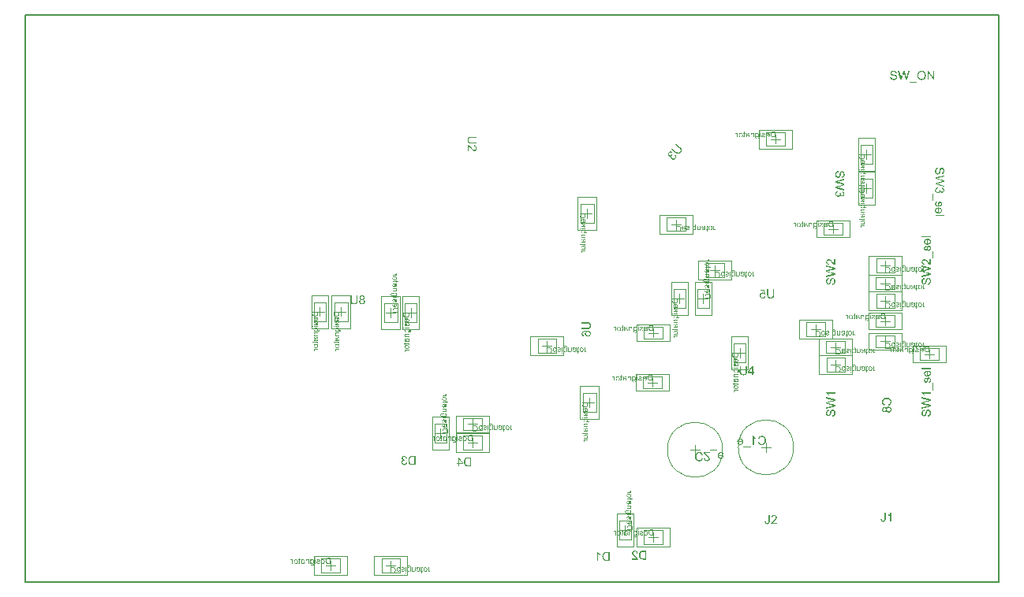
<source format=gko>
G04*
G04 #@! TF.GenerationSoftware,Altium Limited,Altium Designer,22.5.1 (42)*
G04*
G04 Layer_Color=16711935*
%FSLAX44Y44*%
%MOMM*%
G71*
G04*
G04 #@! TF.SameCoordinates,4653A562-2A09-4D4C-8BBB-8B5FA310EEDD*
G04*
G04*
G04 #@! TF.FilePolarity,Positive*
G04*
G01*
G75*
%ADD11C,0.1600*%
%ADD13C,0.0500*%
G36*
X2232858Y841722D02*
X2232955D01*
X2233219Y841694D01*
X2233510Y841653D01*
X2233815Y841583D01*
X2234148Y841500D01*
X2234453Y841389D01*
X2234467D01*
X2234494Y841376D01*
X2234536Y841348D01*
X2234592Y841320D01*
X2234730Y841251D01*
X2234910Y841126D01*
X2235119Y840987D01*
X2235327Y840807D01*
X2235521Y840599D01*
X2235701Y840363D01*
Y840349D01*
X2235715Y840335D01*
X2235743Y840294D01*
X2235770Y840252D01*
X2235840Y840114D01*
X2235923Y839933D01*
X2236020Y839711D01*
X2236089Y839448D01*
X2236159Y839170D01*
X2236186Y838865D01*
X2234966Y838768D01*
Y838782D01*
Y838810D01*
X2234952Y838851D01*
X2234938Y838921D01*
X2234897Y839073D01*
X2234841Y839281D01*
X2234758Y839503D01*
X2234633Y839725D01*
X2234481Y839933D01*
X2234286Y840127D01*
X2234259Y840141D01*
X2234189Y840197D01*
X2234051Y840280D01*
X2233870Y840363D01*
X2233635Y840446D01*
X2233357Y840529D01*
X2233011Y840585D01*
X2232622Y840599D01*
X2232428D01*
X2232345Y840585D01*
X2232234Y840571D01*
X2231984Y840543D01*
X2231707Y840488D01*
X2231429Y840419D01*
X2231166Y840308D01*
X2231055Y840238D01*
X2230944Y840169D01*
X2230916Y840155D01*
X2230861Y840100D01*
X2230778Y840003D01*
X2230694Y839892D01*
X2230597Y839739D01*
X2230514Y839573D01*
X2230459Y839379D01*
X2230431Y839157D01*
Y839129D01*
Y839073D01*
X2230445Y838976D01*
X2230473Y838865D01*
X2230514Y838727D01*
X2230583Y838588D01*
X2230667Y838449D01*
X2230792Y838311D01*
X2230805Y838297D01*
X2230875Y838255D01*
X2230930Y838214D01*
X2230986Y838186D01*
X2231069Y838144D01*
X2231166Y838089D01*
X2231291Y838047D01*
X2231429Y837992D01*
X2231582Y837936D01*
X2231762Y837867D01*
X2231956Y837811D01*
X2232178Y837742D01*
X2232428Y837686D01*
X2232705Y837617D01*
X2232719D01*
X2232775Y837603D01*
X2232858Y837589D01*
X2232955Y837562D01*
X2233080Y837534D01*
X2233232Y837492D01*
X2233385Y837451D01*
X2233551Y837409D01*
X2233912Y837312D01*
X2234259Y837215D01*
X2234425Y837160D01*
X2234578Y837104D01*
X2234716Y837062D01*
X2234827Y837007D01*
X2234841D01*
X2234869Y836993D01*
X2234910Y836965D01*
X2234966Y836938D01*
X2235119Y836854D01*
X2235299Y836743D01*
X2235507Y836591D01*
X2235715Y836424D01*
X2235909Y836230D01*
X2236075Y836022D01*
X2236089Y835995D01*
X2236145Y835925D01*
X2236200Y835800D01*
X2236284Y835634D01*
X2236353Y835440D01*
X2236422Y835204D01*
X2236464Y834941D01*
X2236478Y834663D01*
Y834649D01*
Y834635D01*
Y834594D01*
Y834538D01*
X2236450Y834386D01*
X2236422Y834192D01*
X2236367Y833970D01*
X2236297Y833734D01*
X2236186Y833484D01*
X2236034Y833221D01*
Y833207D01*
X2236020Y833193D01*
X2235951Y833110D01*
X2235853Y832985D01*
X2235715Y832846D01*
X2235535Y832680D01*
X2235313Y832500D01*
X2235063Y832333D01*
X2234772Y832181D01*
X2234758D01*
X2234730Y832167D01*
X2234689Y832153D01*
X2234633Y832125D01*
X2234550Y832097D01*
X2234453Y832056D01*
X2234231Y832001D01*
X2233967Y831931D01*
X2233649Y831862D01*
X2233302Y831820D01*
X2232927Y831806D01*
X2232705D01*
X2232594Y831820D01*
X2232470D01*
X2232331Y831834D01*
X2232164Y831848D01*
X2231818Y831903D01*
X2231457Y831959D01*
X2231097Y832056D01*
X2230750Y832181D01*
X2230736D01*
X2230708Y832195D01*
X2230667Y832222D01*
X2230611Y832250D01*
X2230445Y832333D01*
X2230251Y832458D01*
X2230029Y832625D01*
X2229793Y832819D01*
X2229571Y833055D01*
X2229363Y833318D01*
Y833332D01*
X2229335Y833360D01*
X2229321Y833401D01*
X2229280Y833457D01*
X2229252Y833526D01*
X2229211Y833609D01*
X2229113Y833817D01*
X2229016Y834081D01*
X2228933Y834372D01*
X2228878Y834705D01*
X2228850Y835051D01*
X2230043Y835163D01*
Y835149D01*
Y835135D01*
X2230057Y835093D01*
Y835038D01*
X2230084Y834913D01*
X2230126Y834733D01*
X2230181Y834552D01*
X2230237Y834344D01*
X2230334Y834150D01*
X2230431Y833970D01*
X2230445Y833956D01*
X2230486Y833900D01*
X2230556Y833803D01*
X2230667Y833706D01*
X2230805Y833581D01*
X2230958Y833457D01*
X2231166Y833332D01*
X2231388Y833221D01*
X2231402D01*
X2231416Y833207D01*
X2231457Y833193D01*
X2231499Y833179D01*
X2231638Y833138D01*
X2231818Y833082D01*
X2232040Y833027D01*
X2232289Y832985D01*
X2232567Y832957D01*
X2232872Y832943D01*
X2232997D01*
X2233135Y832957D01*
X2233302Y832971D01*
X2233496Y832999D01*
X2233718Y833027D01*
X2233940Y833082D01*
X2234148Y833151D01*
X2234176Y833165D01*
X2234245Y833193D01*
X2234342Y833249D01*
X2234467Y833304D01*
X2234592Y833401D01*
X2234730Y833498D01*
X2234869Y833609D01*
X2234980Y833748D01*
X2234994Y833762D01*
X2235021Y833817D01*
X2235063Y833887D01*
X2235119Y833997D01*
X2235174Y834109D01*
X2235216Y834247D01*
X2235243Y834400D01*
X2235257Y834566D01*
Y834580D01*
Y834649D01*
X2235243Y834733D01*
X2235229Y834844D01*
X2235188Y834954D01*
X2235146Y835093D01*
X2235077Y835232D01*
X2234980Y835357D01*
X2234966Y835370D01*
X2234924Y835412D01*
X2234869Y835468D01*
X2234772Y835551D01*
X2234661Y835634D01*
X2234508Y835731D01*
X2234328Y835828D01*
X2234120Y835911D01*
X2234106Y835925D01*
X2234037Y835939D01*
X2233926Y835981D01*
X2233857Y835995D01*
X2233759Y836022D01*
X2233662Y836064D01*
X2233537Y836092D01*
X2233399Y836133D01*
X2233232Y836175D01*
X2233066Y836217D01*
X2232872Y836272D01*
X2232650Y836327D01*
X2232414Y836383D01*
X2232400D01*
X2232359Y836397D01*
X2232289Y836411D01*
X2232206Y836438D01*
X2232095Y836466D01*
X2231970Y836494D01*
X2231693Y836577D01*
X2231388Y836674D01*
X2231069Y836771D01*
X2230792Y836868D01*
X2230667Y836924D01*
X2230556Y836979D01*
X2230542D01*
X2230528Y836993D01*
X2230445Y837049D01*
X2230320Y837118D01*
X2230181Y837229D01*
X2230015Y837354D01*
X2229848Y837506D01*
X2229682Y837686D01*
X2229543Y837881D01*
X2229530Y837908D01*
X2229488Y837978D01*
X2229433Y838089D01*
X2229377Y838227D01*
X2229321Y838408D01*
X2229266Y838616D01*
X2229224Y838838D01*
X2229211Y839073D01*
Y839087D01*
Y839101D01*
Y839143D01*
Y839198D01*
X2229238Y839337D01*
X2229266Y839517D01*
X2229308Y839725D01*
X2229377Y839961D01*
X2229474Y840197D01*
X2229613Y840433D01*
Y840446D01*
X2229627Y840460D01*
X2229696Y840543D01*
X2229793Y840654D01*
X2229918Y840793D01*
X2230084Y840946D01*
X2230292Y841112D01*
X2230542Y841265D01*
X2230819Y841403D01*
X2230833D01*
X2230861Y841417D01*
X2230903Y841431D01*
X2230958Y841459D01*
X2231027Y841487D01*
X2231124Y841514D01*
X2231332Y841570D01*
X2231596Y841625D01*
X2231901Y841681D01*
X2232220Y841722D01*
X2232581Y841736D01*
X2232761D01*
X2232858Y841722D01*
D02*
G37*
G36*
X2276322Y831973D02*
X2275004D01*
X2269984Y839503D01*
Y831973D01*
X2268763D01*
Y841570D01*
X2270067D01*
X2275101Y834025D01*
Y841570D01*
X2276322D01*
Y831973D01*
D02*
G37*
G36*
X2247059D02*
X2245811D01*
X2243800Y839281D01*
Y839295D01*
X2243786Y839323D01*
X2243772Y839365D01*
X2243759Y839434D01*
X2243717Y839586D01*
X2243675Y839767D01*
X2243620Y839961D01*
X2243564Y840141D01*
X2243523Y840294D01*
X2243509Y840363D01*
X2243495Y840405D01*
Y840391D01*
X2243481Y840377D01*
X2243467Y840294D01*
X2243440Y840169D01*
X2243398Y840016D01*
X2243356Y839850D01*
X2243301Y839656D01*
X2243259Y839462D01*
X2243204Y839281D01*
X2241179Y831973D01*
X2239848D01*
X2237337Y841570D01*
X2238655D01*
X2240083Y835273D01*
Y835259D01*
X2240097Y835232D01*
X2240111Y835176D01*
X2240125Y835107D01*
X2240139Y835010D01*
X2240167Y834913D01*
X2240194Y834788D01*
X2240222Y834649D01*
X2240291Y834358D01*
X2240361Y834025D01*
X2240430Y833665D01*
X2240500Y833304D01*
Y833318D01*
X2240513Y833373D01*
X2240541Y833443D01*
X2240555Y833554D01*
X2240583Y833665D01*
X2240624Y833803D01*
X2240694Y834109D01*
X2240777Y834414D01*
X2240805Y834566D01*
X2240846Y834705D01*
X2240874Y834830D01*
X2240902Y834941D01*
X2240929Y835024D01*
X2240943Y835079D01*
X2242760Y841570D01*
X2244299D01*
X2245659Y836702D01*
Y836688D01*
X2245686Y836619D01*
X2245714Y836522D01*
X2245742Y836397D01*
X2245783Y836230D01*
X2245839Y836050D01*
X2245894Y835842D01*
X2245950Y835606D01*
X2246019Y835343D01*
X2246075Y835079D01*
X2246199Y834511D01*
X2246324Y833914D01*
X2246421Y833304D01*
Y833318D01*
X2246435Y833346D01*
Y833401D01*
X2246463Y833471D01*
X2246477Y833554D01*
X2246505Y833651D01*
X2246518Y833776D01*
X2246560Y833914D01*
X2246629Y834219D01*
X2246712Y834580D01*
X2246796Y834968D01*
X2246907Y835398D01*
X2248404Y841570D01*
X2249694D01*
X2247059Y831973D01*
D02*
G37*
G36*
X2262772Y841722D02*
X2262897D01*
X2263022Y841708D01*
X2263188Y841681D01*
X2263355Y841653D01*
X2263715Y841583D01*
X2264131Y841473D01*
X2264533Y841306D01*
X2264741Y841209D01*
X2264949Y841098D01*
X2264963Y841084D01*
X2264991Y841070D01*
X2265047Y841029D01*
X2265130Y840987D01*
X2265213Y840918D01*
X2265324Y840835D01*
X2265560Y840640D01*
X2265809Y840391D01*
X2266087Y840086D01*
X2266350Y839725D01*
X2266572Y839323D01*
Y839309D01*
X2266600Y839268D01*
X2266628Y839212D01*
X2266655Y839129D01*
X2266711Y839018D01*
X2266752Y838893D01*
X2266808Y838740D01*
X2266863Y838574D01*
X2266905Y838394D01*
X2266960Y838200D01*
X2267016Y837978D01*
X2267057Y837756D01*
X2267113Y837271D01*
X2267141Y836743D01*
Y836730D01*
Y836674D01*
Y836605D01*
X2267127Y836494D01*
Y836369D01*
X2267113Y836217D01*
X2267085Y836050D01*
X2267071Y835870D01*
X2267002Y835468D01*
X2266891Y835024D01*
X2266738Y834580D01*
X2266655Y834358D01*
X2266544Y834136D01*
Y834122D01*
X2266517Y834081D01*
X2266489Y834025D01*
X2266433Y833942D01*
X2266378Y833845D01*
X2266308Y833748D01*
X2266114Y833484D01*
X2265879Y833207D01*
X2265601Y832916D01*
X2265268Y832638D01*
X2264880Y832389D01*
X2264866D01*
X2264839Y832361D01*
X2264769Y832333D01*
X2264686Y832292D01*
X2264589Y832250D01*
X2264478Y832208D01*
X2264339Y832153D01*
X2264187Y832097D01*
X2264020Y832042D01*
X2263840Y831987D01*
X2263438Y831903D01*
X2263008Y831834D01*
X2262550Y831806D01*
X2262411D01*
X2262328Y831820D01*
X2262204D01*
X2262065Y831848D01*
X2261912Y831862D01*
X2261732Y831889D01*
X2261358Y831973D01*
X2260955Y832084D01*
X2260539Y832250D01*
X2260331Y832347D01*
X2260123Y832458D01*
X2260109Y832472D01*
X2260082Y832486D01*
X2260026Y832527D01*
X2259943Y832583D01*
X2259860Y832638D01*
X2259763Y832722D01*
X2259527Y832930D01*
X2259263Y833179D01*
X2258986Y833484D01*
X2258736Y833831D01*
X2258501Y834233D01*
Y834247D01*
X2258473Y834289D01*
X2258445Y834344D01*
X2258417Y834427D01*
X2258376Y834538D01*
X2258334Y834663D01*
X2258279Y834802D01*
X2258237Y834954D01*
X2258182Y835135D01*
X2258126Y835315D01*
X2258043Y835731D01*
X2257988Y836161D01*
X2257960Y836633D01*
Y836646D01*
Y836660D01*
Y836743D01*
X2257974Y836868D01*
Y837035D01*
X2258001Y837229D01*
X2258029Y837465D01*
X2258071Y837728D01*
X2258126Y838006D01*
X2258182Y838297D01*
X2258265Y838602D01*
X2258376Y838907D01*
X2258501Y839226D01*
X2258639Y839531D01*
X2258820Y839836D01*
X2259014Y840114D01*
X2259236Y840377D01*
X2259250Y840391D01*
X2259291Y840433D01*
X2259374Y840502D01*
X2259471Y840585D01*
X2259596Y840696D01*
X2259749Y840807D01*
X2259929Y840932D01*
X2260137Y841057D01*
X2260359Y841181D01*
X2260609Y841306D01*
X2260886Y841417D01*
X2261177Y841528D01*
X2261496Y841611D01*
X2261829Y841681D01*
X2262176Y841722D01*
X2262550Y841736D01*
X2262675D01*
X2262772Y841722D01*
D02*
G37*
G36*
X2257447Y829310D02*
X2249639D01*
Y830156D01*
X2257447D01*
Y829310D01*
D02*
G37*
G36*
X2089859Y775728D02*
X2089073D01*
Y776625D01*
X2089859D01*
Y775728D01*
D02*
G37*
G36*
X2086392Y774961D02*
X2086596Y774924D01*
X2086781Y774868D01*
X2086938Y774813D01*
X2087067Y774757D01*
X2087160Y774702D01*
X2087197Y774683D01*
X2087224Y774665D01*
X2087233Y774656D01*
X2087243D01*
X2087400Y774535D01*
X2087539Y774387D01*
X2087659Y774249D01*
X2087760Y774110D01*
X2087834Y773981D01*
X2087890Y773879D01*
X2087908Y773842D01*
X2087927Y773814D01*
X2087936Y773796D01*
Y773786D01*
X2088019Y773574D01*
X2088075Y773361D01*
X2088121Y773158D01*
X2088149Y772973D01*
X2088167Y772806D01*
Y772742D01*
X2088177Y772677D01*
Y772631D01*
Y772594D01*
Y772575D01*
Y772566D01*
X2088167Y772390D01*
X2088158Y772215D01*
X2088093Y771900D01*
X2088056Y771752D01*
X2088010Y771623D01*
X2087964Y771494D01*
X2087918Y771383D01*
X2087872Y771272D01*
X2087825Y771179D01*
X2087779Y771105D01*
X2087742Y771031D01*
X2087705Y770985D01*
X2087677Y770939D01*
X2087668Y770920D01*
X2087659Y770911D01*
X2087557Y770791D01*
X2087446Y770689D01*
X2087326Y770597D01*
X2087206Y770514D01*
X2087076Y770449D01*
X2086956Y770393D01*
X2086836Y770347D01*
X2086716Y770310D01*
X2086605Y770282D01*
X2086503Y770264D01*
X2086411Y770245D01*
X2086328Y770236D01*
X2086263D01*
X2086216Y770227D01*
X2086170D01*
X2086032Y770236D01*
X2085893Y770255D01*
X2085764Y770282D01*
X2085643Y770319D01*
X2085431Y770421D01*
X2085237Y770532D01*
X2085163Y770587D01*
X2085089Y770643D01*
X2085024Y770698D01*
X2084978Y770745D01*
X2084941Y770782D01*
X2084913Y770809D01*
X2084894Y770828D01*
X2084885Y770837D01*
Y770698D01*
Y770578D01*
X2084894Y770458D01*
Y770356D01*
Y770264D01*
X2084904Y770181D01*
Y770107D01*
X2084913Y770042D01*
X2084922Y769949D01*
X2084931Y769875D01*
X2084941Y769838D01*
Y769829D01*
X2084987Y769691D01*
X2085052Y769570D01*
X2085116Y769469D01*
X2085181Y769376D01*
X2085246Y769312D01*
X2085301Y769256D01*
X2085338Y769228D01*
X2085347Y769219D01*
X2085468Y769145D01*
X2085606Y769090D01*
X2085745Y769053D01*
X2085874Y769025D01*
X2086004Y769006D01*
X2086096Y768997D01*
X2086189D01*
X2086364Y769006D01*
X2086531Y769034D01*
X2086669Y769071D01*
X2086781Y769117D01*
X2086873Y769154D01*
X2086938Y769191D01*
X2086975Y769219D01*
X2086993Y769228D01*
X2087067Y769293D01*
X2087123Y769376D01*
X2087169Y769460D01*
X2087206Y769543D01*
X2087224Y769626D01*
X2087243Y769691D01*
X2087252Y769728D01*
Y769746D01*
X2088019Y769848D01*
Y769709D01*
X2088001Y769589D01*
X2087982Y769469D01*
X2087955Y769358D01*
X2087872Y769164D01*
X2087779Y769006D01*
X2087687Y768886D01*
X2087613Y768803D01*
X2087548Y768748D01*
X2087539Y768738D01*
X2087529Y768729D01*
X2087326Y768600D01*
X2087104Y768507D01*
X2086882Y768443D01*
X2086669Y768396D01*
X2086568Y768378D01*
X2086475Y768369D01*
X2086401Y768359D01*
X2086328D01*
X2086272Y768350D01*
X2086189D01*
X2085939Y768359D01*
X2085708Y768396D01*
X2085505Y768433D01*
X2085338Y768489D01*
X2085199Y768535D01*
X2085144Y768553D01*
X2085098Y768581D01*
X2085061Y768590D01*
X2085033Y768609D01*
X2085024Y768618D01*
X2085015D01*
X2084848Y768720D01*
X2084700Y768840D01*
X2084580Y768960D01*
X2084478Y769071D01*
X2084404Y769173D01*
X2084358Y769256D01*
X2084321Y769312D01*
X2084312Y769321D01*
Y769330D01*
X2084275Y769423D01*
X2084238Y769524D01*
X2084210Y769635D01*
X2084182Y769755D01*
X2084146Y770014D01*
X2084118Y770264D01*
X2084108Y770384D01*
X2084099Y770495D01*
Y770597D01*
X2084090Y770680D01*
Y770754D01*
Y770809D01*
Y770846D01*
Y770856D01*
Y774868D01*
X2084811D01*
Y774295D01*
X2084913Y774415D01*
X2085024Y774517D01*
X2085135Y774609D01*
X2085246Y774683D01*
X2085366Y774748D01*
X2085477Y774803D01*
X2085588Y774850D01*
X2085690Y774887D01*
X2085791Y774914D01*
X2085884Y774933D01*
X2085967Y774951D01*
X2086032Y774961D01*
X2086087Y774970D01*
X2086170D01*
X2086392Y774961D01*
D02*
G37*
G36*
X2076185D02*
X2076379Y774942D01*
X2076564Y774914D01*
X2076712Y774887D01*
X2076841Y774859D01*
X2076934Y774831D01*
X2076971Y774822D01*
X2076999Y774813D01*
X2077008Y774803D01*
X2077017D01*
X2077174Y774739D01*
X2077313Y774656D01*
X2077433Y774582D01*
X2077535Y774508D01*
X2077609Y774434D01*
X2077664Y774378D01*
X2077701Y774341D01*
X2077711Y774332D01*
X2077794Y774212D01*
X2077868Y774082D01*
X2077923Y773953D01*
X2077969Y773833D01*
X2078006Y773712D01*
X2078034Y773629D01*
X2078043Y773592D01*
Y773565D01*
X2078053Y773555D01*
Y773546D01*
X2077285Y773444D01*
X2077230Y773611D01*
X2077174Y773759D01*
X2077110Y773879D01*
X2077054Y773971D01*
X2076999Y774045D01*
X2076952Y774091D01*
X2076915Y774119D01*
X2076906Y774128D01*
X2076795Y774193D01*
X2076666Y774239D01*
X2076527Y774276D01*
X2076398Y774295D01*
X2076268Y774313D01*
X2076176Y774323D01*
X2076083D01*
X2075871Y774313D01*
X2075686Y774286D01*
X2075538Y774239D01*
X2075408Y774193D01*
X2075316Y774138D01*
X2075242Y774101D01*
X2075196Y774064D01*
X2075186Y774054D01*
X2075112Y773971D01*
X2075057Y773870D01*
X2075011Y773759D01*
X2074983Y773648D01*
X2074965Y773546D01*
X2074955Y773454D01*
Y773398D01*
Y773389D01*
Y773380D01*
Y773361D01*
Y773324D01*
Y773259D01*
X2074965Y773204D01*
Y773185D01*
Y773176D01*
X2075057Y773148D01*
X2075159Y773121D01*
X2075371Y773065D01*
X2075612Y773019D01*
X2075834Y772973D01*
X2075945Y772954D01*
X2076046Y772945D01*
X2076139Y772927D01*
X2076213Y772917D01*
X2076277Y772908D01*
X2076324D01*
X2076361Y772899D01*
X2076370D01*
X2076536Y772880D01*
X2076675Y772853D01*
X2076795Y772834D01*
X2076888Y772816D01*
X2076962Y772806D01*
X2077017Y772788D01*
X2077054Y772779D01*
X2077063D01*
X2077184Y772742D01*
X2077285Y772705D01*
X2077387Y772658D01*
X2077470Y772622D01*
X2077544Y772585D01*
X2077590Y772548D01*
X2077627Y772529D01*
X2077637Y772520D01*
X2077729Y772455D01*
X2077803Y772381D01*
X2077877Y772307D01*
X2077932Y772233D01*
X2077979Y772168D01*
X2078016Y772113D01*
X2078034Y772076D01*
X2078043Y772067D01*
X2078090Y771965D01*
X2078127Y771854D01*
X2078154Y771752D01*
X2078173Y771651D01*
X2078182Y771568D01*
X2078191Y771503D01*
Y771466D01*
Y771447D01*
X2078182Y771336D01*
X2078173Y771244D01*
X2078127Y771050D01*
X2078062Y770892D01*
X2077988Y770754D01*
X2077914Y770643D01*
X2077849Y770560D01*
X2077803Y770514D01*
X2077784Y770495D01*
X2077618Y770375D01*
X2077433Y770282D01*
X2077230Y770218D01*
X2077045Y770171D01*
X2076878Y770144D01*
X2076805Y770134D01*
X2076740D01*
X2076684Y770125D01*
X2076610D01*
X2076444Y770134D01*
X2076277Y770153D01*
X2076130Y770171D01*
X2076000Y770199D01*
X2075898Y770227D01*
X2075815Y770255D01*
X2075760Y770264D01*
X2075741Y770273D01*
X2075584Y770338D01*
X2075436Y770421D01*
X2075297Y770514D01*
X2075159Y770597D01*
X2075048Y770680D01*
X2074965Y770745D01*
X2074909Y770791D01*
X2074900Y770809D01*
X2074891D01*
X2074872Y770689D01*
X2074854Y770578D01*
X2074835Y770477D01*
X2074807Y770393D01*
X2074780Y770319D01*
X2074761Y770273D01*
X2074752Y770236D01*
X2074743Y770227D01*
X2073920D01*
X2073966Y770329D01*
X2074012Y770430D01*
X2074049Y770523D01*
X2074068Y770606D01*
X2074095Y770680D01*
X2074105Y770735D01*
X2074114Y770772D01*
Y770782D01*
X2074123Y770846D01*
X2074133Y770929D01*
Y771022D01*
X2074142Y771124D01*
X2074151Y771355D01*
Y771586D01*
X2074160Y771808D01*
Y771910D01*
Y771993D01*
Y772067D01*
Y772122D01*
Y772159D01*
Y772168D01*
Y773222D01*
Y773398D01*
X2074169Y773555D01*
X2074179Y773676D01*
Y773777D01*
X2074188Y773851D01*
X2074197Y773907D01*
X2074207Y773934D01*
Y773944D01*
X2074234Y774064D01*
X2074271Y774165D01*
X2074308Y774249D01*
X2074354Y774332D01*
X2074391Y774387D01*
X2074419Y774434D01*
X2074438Y774461D01*
X2074447Y774471D01*
X2074521Y774545D01*
X2074604Y774619D01*
X2074697Y774674D01*
X2074789Y774730D01*
X2074872Y774766D01*
X2074937Y774794D01*
X2074983Y774813D01*
X2075002Y774822D01*
X2075150Y774868D01*
X2075307Y774905D01*
X2075464Y774933D01*
X2075621Y774951D01*
X2075760Y774961D01*
X2075861Y774970D01*
X2075963D01*
X2076185Y774961D01*
D02*
G37*
G36*
X2072820Y776015D02*
Y774868D01*
X2073402D01*
Y774258D01*
X2072820D01*
Y771577D01*
Y771447D01*
Y771336D01*
X2072810Y771235D01*
X2072801Y771133D01*
Y771050D01*
X2072792Y770976D01*
X2072773Y770856D01*
X2072755Y770763D01*
X2072746Y770698D01*
X2072727Y770661D01*
Y770652D01*
X2072690Y770569D01*
X2072635Y770504D01*
X2072579Y770440D01*
X2072533Y770393D01*
X2072478Y770347D01*
X2072441Y770319D01*
X2072413Y770301D01*
X2072404Y770292D01*
X2072302Y770245D01*
X2072200Y770218D01*
X2072089Y770190D01*
X2071978Y770181D01*
X2071886Y770171D01*
X2071812Y770162D01*
X2071738D01*
X2071534Y770171D01*
X2071433Y770181D01*
X2071340Y770199D01*
X2071257Y770208D01*
X2071192Y770218D01*
X2071155Y770227D01*
X2071137D01*
X2071239Y770920D01*
X2071313Y770911D01*
X2071387Y770902D01*
X2071451D01*
X2071497Y770892D01*
X2071590D01*
X2071710Y770902D01*
X2071793Y770920D01*
X2071840Y770939D01*
X2071858Y770948D01*
X2071923Y770994D01*
X2071960Y771040D01*
X2071987Y771077D01*
X2071997Y771096D01*
X2072006Y771142D01*
X2072015Y771207D01*
X2072025Y771355D01*
X2072034Y771420D01*
Y771475D01*
Y771512D01*
Y771531D01*
Y774258D01*
X2071239D01*
Y774868D01*
X2072034D01*
Y776486D01*
X2072820Y776015D01*
D02*
G37*
G36*
X2097589Y774961D02*
X2097755Y774942D01*
X2097912Y774914D01*
X2098060Y774868D01*
X2098199Y774822D01*
X2098328Y774766D01*
X2098448Y774711D01*
X2098550Y774646D01*
X2098652Y774591D01*
X2098735Y774526D01*
X2098809Y774471D01*
X2098864Y774424D01*
X2098911Y774378D01*
X2098948Y774350D01*
X2098966Y774332D01*
X2098975Y774323D01*
X2099077Y774193D01*
X2099170Y774054D01*
X2099253Y773916D01*
X2099327Y773768D01*
X2099382Y773611D01*
X2099429Y773463D01*
X2099502Y773167D01*
X2099530Y773037D01*
X2099549Y772908D01*
X2099558Y772797D01*
X2099567Y772695D01*
X2099576Y772612D01*
Y772557D01*
Y772511D01*
Y772501D01*
X2099567Y772298D01*
X2099549Y772104D01*
X2099521Y771919D01*
X2099484Y771752D01*
X2099438Y771595D01*
X2099391Y771447D01*
X2099336Y771318D01*
X2099281Y771198D01*
X2099225Y771096D01*
X2099170Y771003D01*
X2099123Y770929D01*
X2099077Y770865D01*
X2099040Y770809D01*
X2099012Y770772D01*
X2098994Y770754D01*
X2098985Y770745D01*
X2098864Y770634D01*
X2098744Y770541D01*
X2098615Y770458D01*
X2098476Y770384D01*
X2098347Y770329D01*
X2098208Y770273D01*
X2097949Y770199D01*
X2097829Y770181D01*
X2097718Y770162D01*
X2097616Y770144D01*
X2097533Y770134D01*
X2097468Y770125D01*
X2097367D01*
X2097080Y770144D01*
X2096821Y770190D01*
X2096590Y770245D01*
X2096498Y770282D01*
X2096405Y770319D01*
X2096322Y770356D01*
X2096248Y770393D01*
X2096192Y770421D01*
X2096137Y770449D01*
X2096100Y770477D01*
X2096072Y770495D01*
X2096054Y770514D01*
X2096045D01*
X2095860Y770680D01*
X2095712Y770856D01*
X2095582Y771040D01*
X2095490Y771216D01*
X2095416Y771373D01*
X2095388Y771447D01*
X2095360Y771503D01*
X2095342Y771558D01*
X2095333Y771595D01*
X2095323Y771614D01*
Y771623D01*
X2096137Y771725D01*
X2096211Y771549D01*
X2096294Y771401D01*
X2096377Y771272D01*
X2096451Y771170D01*
X2096516Y771096D01*
X2096572Y771040D01*
X2096618Y771003D01*
X2096627Y770994D01*
X2096747Y770920D01*
X2096867Y770865D01*
X2096997Y770828D01*
X2097108Y770800D01*
X2097209Y770782D01*
X2097293Y770772D01*
X2097367D01*
X2097478Y770782D01*
X2097579Y770791D01*
X2097764Y770837D01*
X2097931Y770902D01*
X2098079Y770976D01*
X2098190Y771040D01*
X2098273Y771105D01*
X2098328Y771151D01*
X2098338Y771170D01*
X2098347D01*
X2098476Y771336D01*
X2098578Y771521D01*
X2098652Y771725D01*
X2098707Y771910D01*
X2098735Y772076D01*
X2098754Y772150D01*
X2098763Y772215D01*
Y772270D01*
X2098772Y772307D01*
Y772335D01*
Y772344D01*
X2095305D01*
X2095296Y772437D01*
Y772501D01*
Y772538D01*
Y772548D01*
X2095305Y772760D01*
X2095323Y772954D01*
X2095351Y773139D01*
X2095388Y773315D01*
X2095434Y773472D01*
X2095481Y773620D01*
X2095536Y773749D01*
X2095591Y773870D01*
X2095647Y773981D01*
X2095703Y774073D01*
X2095749Y774147D01*
X2095795Y774212D01*
X2095832Y774267D01*
X2095860Y774304D01*
X2095878Y774323D01*
X2095887Y774332D01*
X2095998Y774443D01*
X2096118Y774545D01*
X2096248Y774628D01*
X2096377Y774702D01*
X2096507Y774766D01*
X2096627Y774813D01*
X2096756Y774859D01*
X2096867Y774887D01*
X2096988Y774914D01*
X2097089Y774933D01*
X2097182Y774951D01*
X2097256Y774961D01*
X2097321Y774970D01*
X2097413D01*
X2097589Y774961D01*
D02*
G37*
G36*
X2105660Y770227D02*
X2103358D01*
X2103145Y770236D01*
X2102951Y770245D01*
X2102775Y770264D01*
X2102627Y770282D01*
X2102498Y770301D01*
X2102406Y770310D01*
X2102378Y770319D01*
X2102350Y770329D01*
X2102332D01*
X2102165Y770375D01*
X2102017Y770430D01*
X2101888Y770477D01*
X2101777Y770532D01*
X2101684Y770578D01*
X2101620Y770615D01*
X2101583Y770643D01*
X2101564Y770652D01*
X2101444Y770735D01*
X2101342Y770837D01*
X2101241Y770929D01*
X2101157Y771022D01*
X2101083Y771105D01*
X2101028Y771170D01*
X2100991Y771216D01*
X2100982Y771235D01*
X2100889Y771383D01*
X2100797Y771540D01*
X2100723Y771688D01*
X2100667Y771836D01*
X2100612Y771965D01*
X2100575Y772067D01*
X2100566Y772104D01*
X2100556Y772132D01*
X2100547Y772150D01*
Y772159D01*
X2100492Y772381D01*
X2100446Y772603D01*
X2100418Y772816D01*
X2100390Y773019D01*
X2100381Y773195D01*
Y773269D01*
X2100372Y773333D01*
Y773380D01*
Y773426D01*
Y773444D01*
Y773454D01*
X2100381Y773768D01*
X2100408Y774054D01*
X2100455Y774313D01*
X2100473Y774434D01*
X2100501Y774535D01*
X2100529Y774637D01*
X2100547Y774720D01*
X2100566Y774794D01*
X2100593Y774859D01*
X2100603Y774914D01*
X2100621Y774951D01*
X2100630Y774970D01*
Y774979D01*
X2100732Y775219D01*
X2100852Y775432D01*
X2100982Y775617D01*
X2101102Y775774D01*
X2101213Y775904D01*
X2101305Y775996D01*
X2101342Y776024D01*
X2101370Y776052D01*
X2101379Y776061D01*
X2101389Y776070D01*
X2101537Y776190D01*
X2101694Y776283D01*
X2101851Y776366D01*
X2101999Y776431D01*
X2102128Y776477D01*
X2102230Y776505D01*
X2102267Y776523D01*
X2102295D01*
X2102313Y776532D01*
X2102322D01*
X2102480Y776560D01*
X2102664Y776588D01*
X2102849Y776606D01*
X2103034Y776616D01*
X2103201Y776625D01*
X2105660D01*
Y770227D01*
D02*
G37*
G36*
X2089859D02*
X2089073D01*
Y774868D01*
X2089859D01*
Y770227D01*
D02*
G37*
G36*
X2080900Y774961D02*
X2081067Y774933D01*
X2081215Y774896D01*
X2081363Y774850D01*
X2081492Y774794D01*
X2081612Y774730D01*
X2081723Y774656D01*
X2081816Y774591D01*
X2081908Y774517D01*
X2081982Y774443D01*
X2082047Y774378D01*
X2082102Y774323D01*
X2082139Y774276D01*
X2082167Y774239D01*
X2082185Y774212D01*
X2082195Y774202D01*
Y774868D01*
X2082897D01*
Y770227D01*
X2082112D01*
Y772751D01*
Y772908D01*
X2082093Y773065D01*
X2082074Y773195D01*
X2082056Y773315D01*
X2082028Y773426D01*
X2082000Y773528D01*
X2081964Y773620D01*
X2081927Y773694D01*
X2081899Y773759D01*
X2081862Y773814D01*
X2081834Y773860D01*
X2081806Y773897D01*
X2081769Y773944D01*
X2081751Y773962D01*
X2081612Y774073D01*
X2081464Y774147D01*
X2081316Y774202D01*
X2081187Y774249D01*
X2081067Y774267D01*
X2080974Y774276D01*
X2080937Y774286D01*
X2080891D01*
X2080780Y774276D01*
X2080669Y774267D01*
X2080577Y774239D01*
X2080503Y774212D01*
X2080438Y774184D01*
X2080383Y774165D01*
X2080355Y774147D01*
X2080345Y774138D01*
X2080262Y774082D01*
X2080188Y774018D01*
X2080133Y773953D01*
X2080087Y773897D01*
X2080059Y773842D01*
X2080031Y773796D01*
X2080013Y773768D01*
Y773759D01*
X2079985Y773657D01*
X2079957Y773546D01*
X2079939Y773426D01*
X2079930Y773306D01*
X2079920Y773204D01*
Y773121D01*
Y773056D01*
Y773047D01*
Y773037D01*
Y770227D01*
X2079134D01*
Y773074D01*
Y773269D01*
X2079144Y773426D01*
X2079153Y773555D01*
Y773666D01*
X2079162Y773740D01*
X2079171Y773796D01*
X2079181Y773833D01*
Y773842D01*
X2079208Y773962D01*
X2079255Y774073D01*
X2079292Y774165D01*
X2079328Y774258D01*
X2079375Y774323D01*
X2079402Y774369D01*
X2079421Y774406D01*
X2079430Y774415D01*
X2079504Y774508D01*
X2079587Y774582D01*
X2079671Y774656D01*
X2079763Y774711D01*
X2079837Y774757D01*
X2079902Y774785D01*
X2079939Y774803D01*
X2079957Y774813D01*
X2080087Y774868D01*
X2080225Y774905D01*
X2080355Y774933D01*
X2080475Y774951D01*
X2080577Y774961D01*
X2080651Y774970D01*
X2080725D01*
X2080900Y774961D01*
D02*
G37*
G36*
X2063888D02*
X2063981Y774942D01*
X2064073Y774914D01*
X2064147Y774887D01*
X2064203Y774859D01*
X2064258Y774831D01*
X2064286Y774813D01*
X2064295Y774803D01*
X2064378Y774730D01*
X2064462Y774637D01*
X2064545Y774526D01*
X2064619Y774424D01*
X2064693Y774323D01*
X2064739Y774239D01*
X2064776Y774175D01*
X2064785Y774165D01*
Y774868D01*
X2065497D01*
Y770227D01*
X2064711D01*
Y772649D01*
X2064702Y772834D01*
X2064693Y773000D01*
X2064674Y773158D01*
X2064646Y773296D01*
X2064619Y773407D01*
X2064600Y773491D01*
X2064591Y773546D01*
X2064582Y773565D01*
X2064545Y773666D01*
X2064499Y773749D01*
X2064452Y773823D01*
X2064406Y773888D01*
X2064360Y773934D01*
X2064332Y773971D01*
X2064304Y773990D01*
X2064295Y773999D01*
X2064221Y774054D01*
X2064138Y774091D01*
X2064055Y774119D01*
X2063990Y774138D01*
X2063925Y774147D01*
X2063879Y774156D01*
X2063833D01*
X2063731Y774147D01*
X2063629Y774128D01*
X2063528Y774101D01*
X2063445Y774073D01*
X2063371Y774045D01*
X2063315Y774018D01*
X2063278Y773999D01*
X2063269Y773990D01*
X2062982Y774711D01*
X2063139Y774794D01*
X2063287Y774859D01*
X2063417Y774905D01*
X2063537Y774942D01*
X2063639Y774961D01*
X2063722Y774970D01*
X2063787D01*
X2063888Y774961D01*
D02*
G37*
G36*
X2093077Y774951D02*
X2093188Y774942D01*
X2093289Y774924D01*
X2093373Y774905D01*
X2093437Y774887D01*
X2093474Y774877D01*
X2093493Y774868D01*
X2093604Y774831D01*
X2093705Y774794D01*
X2093789Y774757D01*
X2093863Y774720D01*
X2093918Y774693D01*
X2093955Y774665D01*
X2093983Y774656D01*
X2093992Y774646D01*
X2094084Y774582D01*
X2094158Y774508D01*
X2094223Y774424D01*
X2094279Y774360D01*
X2094325Y774295D01*
X2094353Y774249D01*
X2094371Y774212D01*
X2094380Y774202D01*
X2094427Y774101D01*
X2094464Y774008D01*
X2094482Y773907D01*
X2094501Y773823D01*
X2094510Y773740D01*
X2094519Y773685D01*
Y773648D01*
Y773629D01*
X2094510Y773500D01*
X2094491Y773389D01*
X2094464Y773278D01*
X2094436Y773185D01*
X2094408Y773111D01*
X2094380Y773047D01*
X2094362Y773010D01*
X2094353Y773000D01*
X2094279Y772899D01*
X2094196Y772816D01*
X2094112Y772742D01*
X2094029Y772677D01*
X2093955Y772631D01*
X2093900Y772594D01*
X2093863Y772575D01*
X2093844Y772566D01*
X2093779Y772538D01*
X2093696Y772501D01*
X2093511Y772437D01*
X2093317Y772381D01*
X2093114Y772316D01*
X2092938Y772270D01*
X2092855Y772242D01*
X2092781Y772224D01*
X2092725Y772205D01*
X2092679Y772196D01*
X2092651Y772187D01*
X2092642D01*
X2092522Y772159D01*
X2092420Y772132D01*
X2092328Y772104D01*
X2092245Y772076D01*
X2092171Y772057D01*
X2092106Y772030D01*
X2091995Y771993D01*
X2091921Y771965D01*
X2091875Y771937D01*
X2091847Y771928D01*
X2091838Y771919D01*
X2091755Y771863D01*
X2091699Y771789D01*
X2091653Y771725D01*
X2091625Y771660D01*
X2091607Y771595D01*
X2091597Y771549D01*
Y771512D01*
Y771503D01*
X2091607Y771392D01*
X2091634Y771299D01*
X2091681Y771207D01*
X2091727Y771133D01*
X2091782Y771068D01*
X2091819Y771022D01*
X2091856Y770994D01*
X2091866Y770985D01*
X2091976Y770911D01*
X2092097Y770865D01*
X2092235Y770828D01*
X2092365Y770800D01*
X2092485Y770782D01*
X2092578Y770772D01*
X2092670D01*
X2092864Y770782D01*
X2093031Y770809D01*
X2093169Y770846D01*
X2093289Y770892D01*
X2093382Y770939D01*
X2093456Y770976D01*
X2093493Y771003D01*
X2093511Y771013D01*
X2093613Y771114D01*
X2093696Y771235D01*
X2093752Y771355D01*
X2093798Y771466D01*
X2093835Y771568D01*
X2093853Y771660D01*
X2093872Y771715D01*
Y771725D01*
Y771734D01*
X2094648Y771614D01*
X2094584Y771355D01*
X2094501Y771124D01*
X2094399Y770939D01*
X2094297Y770782D01*
X2094205Y770652D01*
X2094122Y770569D01*
X2094066Y770514D01*
X2094057Y770504D01*
X2094048Y770495D01*
X2093955Y770430D01*
X2093853Y770375D01*
X2093631Y770282D01*
X2093400Y770218D01*
X2093178Y770171D01*
X2093077Y770153D01*
X2092984Y770144D01*
X2092892Y770134D01*
X2092818D01*
X2092753Y770125D01*
X2092670D01*
X2092466Y770134D01*
X2092291Y770153D01*
X2092124Y770181D01*
X2091976Y770218D01*
X2091856Y770255D01*
X2091764Y770282D01*
X2091708Y770301D01*
X2091699Y770310D01*
X2091690D01*
X2091533Y770393D01*
X2091403Y770477D01*
X2091292Y770569D01*
X2091191Y770652D01*
X2091117Y770726D01*
X2091070Y770791D01*
X2091033Y770828D01*
X2091024Y770846D01*
X2090950Y770976D01*
X2090895Y771114D01*
X2090849Y771235D01*
X2090821Y771346D01*
X2090802Y771447D01*
X2090793Y771521D01*
Y771568D01*
Y771586D01*
X2090802Y771734D01*
X2090821Y771863D01*
X2090858Y771974D01*
X2090885Y772076D01*
X2090923Y772159D01*
X2090959Y772215D01*
X2090978Y772252D01*
X2090987Y772261D01*
X2091061Y772353D01*
X2091144Y772437D01*
X2091228Y772511D01*
X2091311Y772566D01*
X2091394Y772612D01*
X2091449Y772640D01*
X2091487Y772658D01*
X2091505Y772668D01*
X2091570Y772695D01*
X2091644Y772723D01*
X2091819Y772788D01*
X2092014Y772853D01*
X2092208Y772908D01*
X2092383Y772964D01*
X2092466Y772982D01*
X2092531Y773000D01*
X2092587Y773019D01*
X2092633Y773028D01*
X2092661Y773037D01*
X2092670D01*
X2092772Y773065D01*
X2092864Y773093D01*
X2092947Y773111D01*
X2093021Y773139D01*
X2093141Y773167D01*
X2093234Y773195D01*
X2093299Y773222D01*
X2093336Y773232D01*
X2093354Y773241D01*
X2093363D01*
X2093437Y773278D01*
X2093502Y773306D01*
X2093557Y773343D01*
X2093595Y773370D01*
X2093631Y773398D01*
X2093650Y773426D01*
X2093659Y773435D01*
X2093669Y773444D01*
X2093724Y773537D01*
X2093752Y773629D01*
Y773666D01*
X2093761Y773694D01*
Y773712D01*
Y773722D01*
X2093752Y773805D01*
X2093724Y773888D01*
X2093687Y773962D01*
X2093641Y774018D01*
X2093604Y774073D01*
X2093567Y774110D01*
X2093539Y774128D01*
X2093530Y774138D01*
X2093428Y774202D01*
X2093308Y774249D01*
X2093178Y774276D01*
X2093058Y774304D01*
X2092938Y774313D01*
X2092846Y774323D01*
X2092753D01*
X2092596Y774313D01*
X2092448Y774295D01*
X2092328Y774258D01*
X2092235Y774221D01*
X2092152Y774184D01*
X2092097Y774147D01*
X2092060Y774128D01*
X2092050Y774119D01*
X2091958Y774036D01*
X2091893Y773944D01*
X2091838Y773851D01*
X2091792Y773768D01*
X2091764Y773685D01*
X2091745Y773620D01*
X2091736Y773583D01*
Y773565D01*
X2090969Y773666D01*
X2091006Y773823D01*
X2091043Y773962D01*
X2091089Y774082D01*
X2091135Y774193D01*
X2091181Y774267D01*
X2091218Y774332D01*
X2091237Y774369D01*
X2091246Y774378D01*
X2091329Y774471D01*
X2091422Y774554D01*
X2091523Y774628D01*
X2091625Y774693D01*
X2091718Y774739D01*
X2091792Y774776D01*
X2091838Y774794D01*
X2091847Y774803D01*
X2091856D01*
X2092014Y774859D01*
X2092180Y774896D01*
X2092337Y774933D01*
X2092485Y774951D01*
X2092624Y774961D01*
X2092725Y774970D01*
X2092947D01*
X2093077Y774951D01*
D02*
G37*
G36*
X2068742Y774961D02*
X2068890Y774951D01*
X2069177Y774887D01*
X2069427Y774803D01*
X2069537Y774757D01*
X2069639Y774711D01*
X2069732Y774665D01*
X2069806Y774619D01*
X2069879Y774572D01*
X2069935Y774535D01*
X2069981Y774498D01*
X2070018Y774471D01*
X2070037Y774461D01*
X2070046Y774452D01*
X2070175Y774332D01*
X2070277Y774193D01*
X2070379Y774045D01*
X2070453Y773897D01*
X2070527Y773740D01*
X2070582Y773574D01*
X2070628Y773417D01*
X2070665Y773269D01*
X2070702Y773121D01*
X2070721Y772991D01*
X2070739Y772862D01*
X2070749Y772760D01*
Y772668D01*
X2070758Y772603D01*
Y772566D01*
Y772548D01*
X2070749Y772335D01*
X2070730Y772132D01*
X2070702Y771946D01*
X2070665Y771771D01*
X2070619Y771614D01*
X2070573Y771466D01*
X2070517Y771327D01*
X2070462Y771207D01*
X2070406Y771096D01*
X2070351Y771003D01*
X2070305Y770929D01*
X2070259Y770865D01*
X2070222Y770809D01*
X2070194Y770772D01*
X2070175Y770754D01*
X2070166Y770745D01*
X2070046Y770634D01*
X2069926Y770541D01*
X2069796Y770458D01*
X2069667Y770384D01*
X2069537Y770329D01*
X2069399Y770273D01*
X2069149Y770199D01*
X2069038Y770181D01*
X2068927Y770162D01*
X2068835Y770144D01*
X2068752Y770134D01*
X2068678Y770125D01*
X2068585D01*
X2068363Y770134D01*
X2068160Y770171D01*
X2067966Y770218D01*
X2067809Y770264D01*
X2067670Y770319D01*
X2067614Y770338D01*
X2067568Y770356D01*
X2067522Y770375D01*
X2067494Y770393D01*
X2067485Y770403D01*
X2067476D01*
X2067291Y770523D01*
X2067134Y770652D01*
X2066995Y770782D01*
X2066884Y770911D01*
X2066801Y771022D01*
X2066736Y771114D01*
X2066718Y771151D01*
X2066699Y771179D01*
X2066690Y771188D01*
Y771198D01*
X2066597Y771410D01*
X2066533Y771641D01*
X2066477Y771873D01*
X2066449Y772104D01*
X2066431Y772205D01*
Y772298D01*
X2066422Y772390D01*
X2066412Y772464D01*
Y772529D01*
Y772575D01*
Y772603D01*
Y772612D01*
X2066422Y772816D01*
X2066440Y773000D01*
X2066468Y773176D01*
X2066505Y773343D01*
X2066551Y773500D01*
X2066607Y773639D01*
X2066662Y773777D01*
X2066718Y773888D01*
X2066773Y773990D01*
X2066828Y774082D01*
X2066884Y774165D01*
X2066930Y774230D01*
X2066967Y774276D01*
X2066995Y774313D01*
X2067013Y774332D01*
X2067023Y774341D01*
X2067143Y774452D01*
X2067263Y774545D01*
X2067392Y774637D01*
X2067522Y774702D01*
X2067651Y774766D01*
X2067781Y774813D01*
X2068030Y774896D01*
X2068151Y774914D01*
X2068252Y774933D01*
X2068345Y774951D01*
X2068428Y774961D01*
X2068493Y774970D01*
X2068585D01*
X2068742Y774961D01*
D02*
G37*
G36*
X1785223Y769614D02*
X1779676D01*
X1779662D01*
X1779621D01*
X1779551D01*
X1779468D01*
X1779371Y769600D01*
X1779246D01*
X1778983Y769586D01*
X1778678Y769559D01*
X1778372Y769517D01*
X1778081Y769462D01*
X1777956Y769434D01*
X1777832Y769392D01*
X1777804Y769378D01*
X1777734Y769351D01*
X1777637Y769281D01*
X1777499Y769198D01*
X1777360Y769101D01*
X1777207Y768962D01*
X1777055Y768796D01*
X1776930Y768602D01*
X1776916Y768574D01*
X1776875Y768505D01*
X1776833Y768380D01*
X1776777Y768213D01*
X1776708Y768019D01*
X1776667Y767770D01*
X1776625Y767506D01*
X1776611Y767215D01*
Y767076D01*
X1776625Y766993D01*
Y766868D01*
X1776639Y766743D01*
X1776694Y766438D01*
X1776764Y766105D01*
X1776875Y765786D01*
X1777027Y765481D01*
X1777124Y765343D01*
X1777235Y765218D01*
X1777249Y765204D01*
X1777263Y765190D01*
X1777305Y765162D01*
X1777360Y765121D01*
X1777443Y765079D01*
X1777526Y765024D01*
X1777651Y764968D01*
X1777776Y764913D01*
X1777929Y764857D01*
X1778109Y764816D01*
X1778317Y764760D01*
X1778539Y764719D01*
X1778788Y764677D01*
X1779052Y764649D01*
X1779357Y764622D01*
X1779676D01*
X1785223D01*
Y763346D01*
X1779676D01*
X1779662D01*
X1779607D01*
X1779537D01*
X1779440D01*
X1779315Y763360D01*
X1779177D01*
X1779010Y763373D01*
X1778844Y763387D01*
X1778469Y763429D01*
X1778081Y763484D01*
X1777707Y763568D01*
X1777526Y763623D01*
X1777360Y763678D01*
X1777346D01*
X1777318Y763692D01*
X1777277Y763720D01*
X1777221Y763748D01*
X1777069Y763831D01*
X1776875Y763956D01*
X1776653Y764122D01*
X1776431Y764316D01*
X1776195Y764566D01*
X1775987Y764871D01*
Y764885D01*
X1775959Y764913D01*
X1775945Y764954D01*
X1775904Y765024D01*
X1775862Y765107D01*
X1775821Y765218D01*
X1775779Y765329D01*
X1775724Y765468D01*
X1775668Y765620D01*
X1775626Y765786D01*
X1775585Y765967D01*
X1775543Y766175D01*
X1775515Y766383D01*
X1775488Y766605D01*
X1775460Y767104D01*
Y767229D01*
X1775474Y767326D01*
Y767437D01*
X1775488Y767576D01*
X1775502Y767728D01*
X1775515Y767881D01*
X1775571Y768227D01*
X1775654Y768602D01*
X1775765Y768962D01*
X1775918Y769309D01*
Y769323D01*
X1775945Y769351D01*
X1775973Y769392D01*
X1776001Y769448D01*
X1776112Y769600D01*
X1776264Y769781D01*
X1776458Y769989D01*
X1776680Y770183D01*
X1776958Y770377D01*
X1777263Y770529D01*
X1777277D01*
X1777305Y770543D01*
X1777360Y770557D01*
X1777429Y770585D01*
X1777513Y770613D01*
X1777623Y770640D01*
X1777748Y770682D01*
X1777901Y770710D01*
X1778067Y770737D01*
X1778248Y770779D01*
X1778442Y770807D01*
X1778650Y770835D01*
X1778885Y770862D01*
X1779135Y770876D01*
X1779399Y770890D01*
X1779676D01*
X1785223D01*
Y769614D01*
D02*
G37*
G36*
X1775890Y761862D02*
X1776015Y761848D01*
X1776153Y761820D01*
X1776292Y761792D01*
X1776445Y761737D01*
X1776458D01*
X1776472Y761723D01*
X1776556Y761695D01*
X1776680Y761640D01*
X1776847Y761557D01*
X1777041Y761446D01*
X1777263Y761307D01*
X1777485Y761154D01*
X1777720Y760960D01*
X1777734D01*
X1777748Y760932D01*
X1777832Y760863D01*
X1777956Y760738D01*
X1778137Y760558D01*
X1778345Y760350D01*
X1778594Y760087D01*
X1778872Y759768D01*
X1779163Y759421D01*
X1779177Y759407D01*
X1779218Y759352D01*
X1779288Y759268D01*
X1779371Y759171D01*
X1779482Y759046D01*
X1779607Y758894D01*
X1779745Y758741D01*
X1779898Y758561D01*
X1780231Y758214D01*
X1780564Y757868D01*
X1780730Y757701D01*
X1780896Y757549D01*
X1781049Y757410D01*
X1781201Y757299D01*
X1781215D01*
X1781229Y757271D01*
X1781271Y757243D01*
X1781326Y757216D01*
X1781479Y757119D01*
X1781659Y757008D01*
X1781881Y756911D01*
X1782117Y756814D01*
X1782380Y756758D01*
X1782630Y756730D01*
X1782644D01*
X1782658D01*
X1782741Y756744D01*
X1782880Y756758D01*
X1783032Y756800D01*
X1783226Y756855D01*
X1783421Y756952D01*
X1783615Y757077D01*
X1783809Y757243D01*
X1783837Y757271D01*
X1783892Y757341D01*
X1783961Y757438D01*
X1784058Y757590D01*
X1784142Y757784D01*
X1784225Y758006D01*
X1784280Y758270D01*
X1784294Y758561D01*
Y758644D01*
X1784280Y758700D01*
X1784266Y758866D01*
X1784225Y759060D01*
X1784169Y759268D01*
X1784072Y759504D01*
X1783947Y759726D01*
X1783781Y759934D01*
X1783753Y759962D01*
X1783684Y760017D01*
X1783573Y760100D01*
X1783407Y760184D01*
X1783212Y760281D01*
X1782963Y760364D01*
X1782685Y760419D01*
X1782366Y760447D01*
X1782491Y761654D01*
X1782505D01*
X1782547Y761640D01*
X1782616D01*
X1782713Y761626D01*
X1782824Y761598D01*
X1782949Y761570D01*
X1783102Y761529D01*
X1783254Y761487D01*
X1783587Y761376D01*
X1783920Y761210D01*
X1784086Y761113D01*
X1784253Y760988D01*
X1784405Y760863D01*
X1784544Y760724D01*
X1784558Y760711D01*
X1784572Y760683D01*
X1784613Y760641D01*
X1784655Y760572D01*
X1784710Y760489D01*
X1784766Y760392D01*
X1784835Y760281D01*
X1784904Y760142D01*
X1784974Y759989D01*
X1785043Y759823D01*
X1785099Y759643D01*
X1785154Y759449D01*
X1785196Y759240D01*
X1785237Y759019D01*
X1785251Y758783D01*
X1785265Y758533D01*
Y758395D01*
X1785251Y758298D01*
X1785237Y758186D01*
X1785223Y758048D01*
X1785196Y757895D01*
X1785168Y757743D01*
X1785071Y757382D01*
X1784932Y757022D01*
X1784849Y756841D01*
X1784752Y756661D01*
X1784627Y756495D01*
X1784488Y756342D01*
X1784474Y756328D01*
X1784461Y756300D01*
X1784405Y756273D01*
X1784350Y756217D01*
X1784280Y756148D01*
X1784183Y756078D01*
X1784086Y756009D01*
X1783961Y755926D01*
X1783698Y755787D01*
X1783365Y755649D01*
X1783199Y755593D01*
X1783004Y755565D01*
X1782810Y755538D01*
X1782602Y755524D01*
X1782574D01*
X1782505D01*
X1782394Y755538D01*
X1782242Y755552D01*
X1782075Y755579D01*
X1781881Y755635D01*
X1781673Y755690D01*
X1781465Y755773D01*
X1781437Y755787D01*
X1781368Y755815D01*
X1781257Y755871D01*
X1781104Y755954D01*
X1780938Y756065D01*
X1780730Y756203D01*
X1780522Y756370D01*
X1780286Y756564D01*
X1780258Y756592D01*
X1780175Y756661D01*
X1780106Y756730D01*
X1780037Y756800D01*
X1779953Y756883D01*
X1779842Y756994D01*
X1779731Y757105D01*
X1779607Y757243D01*
X1779468Y757382D01*
X1779315Y757549D01*
X1779163Y757729D01*
X1778983Y757923D01*
X1778802Y758145D01*
X1778608Y758367D01*
X1778594Y758381D01*
X1778566Y758408D01*
X1778525Y758464D01*
X1778469Y758533D01*
X1778386Y758616D01*
X1778303Y758714D01*
X1778123Y758935D01*
X1777915Y759171D01*
X1777707Y759393D01*
X1777526Y759587D01*
X1777457Y759670D01*
X1777388Y759740D01*
X1777374Y759754D01*
X1777332Y759795D01*
X1777277Y759851D01*
X1777193Y759920D01*
X1777097Y759989D01*
X1776999Y760073D01*
X1776764Y760239D01*
Y755510D01*
X1775626D01*
Y761876D01*
X1775640D01*
X1775696D01*
X1775779D01*
X1775890Y761862D01*
D02*
G37*
G36*
X2003317Y759675D02*
X2003533Y759493D01*
X2003729Y759311D01*
X2003914Y759137D01*
X2004080Y758961D01*
X2004224Y758803D01*
X2004357Y758655D01*
X2004470Y758505D01*
X2004582Y758374D01*
X2004682Y758253D01*
X2004752Y758139D01*
X2004821Y758045D01*
X2004867Y757969D01*
X2004903Y757902D01*
X2004937Y757855D01*
X2004950Y757826D01*
X2004960Y757817D01*
X2005098Y757499D01*
X2005188Y757167D01*
X2005233Y756870D01*
X2005249Y756582D01*
X2005250Y756342D01*
X2005236Y756150D01*
X2005222Y756089D01*
X2005216Y756039D01*
X2005220Y755999D01*
X2005211Y755988D01*
X2005103Y755618D01*
X2004954Y755265D01*
X2004774Y754919D01*
X2004590Y754613D01*
X2004502Y754485D01*
X2004413Y754357D01*
X2004333Y754240D01*
X2004260Y754154D01*
X2004208Y754069D01*
X2004126Y753972D01*
X2003778Y753601D01*
X2003612Y753447D01*
X2003454Y753303D01*
X2003286Y753168D01*
X2003136Y753055D01*
X2002995Y752952D01*
X2002852Y752870D01*
X2002718Y752798D01*
X2002613Y752739D01*
X2002508Y752680D01*
X2002421Y752642D01*
X2002344Y752615D01*
X2002306Y752592D01*
X2002266Y752588D01*
X2002257Y752578D01*
X2001896Y752476D01*
X2001549Y752436D01*
X2001249Y752429D01*
X2000968Y752445D01*
X2000735Y752475D01*
X2000562Y752509D01*
X2000501Y752524D01*
X2000450Y752530D01*
X2000419Y752537D01*
X2000409Y752546D01*
X2000243Y752611D01*
X2000066Y752686D01*
X1999720Y752866D01*
X1999382Y753076D01*
X1999063Y753289D01*
X1998924Y753387D01*
X1998786Y753485D01*
X1998678Y753575D01*
X1998571Y753646D01*
X1998496Y753709D01*
X1998442Y753755D01*
X1998398Y753791D01*
X1998388Y753800D01*
X1994068Y757425D01*
X1994902Y758418D01*
X1999221Y754793D01*
X1999470Y754585D01*
X1999725Y754407D01*
X1999949Y754257D01*
X2000170Y754126D01*
X2000370Y754014D01*
X2000569Y753921D01*
X2000736Y753835D01*
X2000891Y753779D01*
X2001024Y753741D01*
X2001158Y753702D01*
X2001259Y753691D01*
X2001351Y753669D01*
X2001421Y753665D01*
X2001472Y753660D01*
X2001492Y753661D01*
X2001512Y753663D01*
X2001680Y753688D01*
X2001846Y753732D01*
X2002164Y753870D01*
X2002459Y754046D01*
X2002730Y754260D01*
X2002973Y754461D01*
X2003065Y754549D01*
X2003147Y754647D01*
X2003212Y754702D01*
X2003302Y754810D01*
X2003482Y755046D01*
X2003622Y755279D01*
X2003752Y755500D01*
X2003825Y755697D01*
X2003891Y755863D01*
X2003940Y755987D01*
X2003953Y756068D01*
X2003960Y756099D01*
X2003990Y756331D01*
X2003980Y756561D01*
X2003952Y756768D01*
X2003907Y756935D01*
X2003853Y757090D01*
X2003823Y757207D01*
X2003787Y757274D01*
X2003775Y757303D01*
X2003705Y757417D01*
X2003626Y757520D01*
X2003435Y757754D01*
X2003225Y757986D01*
X2003005Y758206D01*
X2002809Y758390D01*
X2002712Y758471D01*
X2002645Y758545D01*
X2002581Y758600D01*
X2002527Y758645D01*
X2002494Y758672D01*
X2002483Y758681D01*
X1998164Y762306D01*
X1998997Y763299D01*
X2003317Y759675D01*
D02*
G37*
G36*
X1993489Y754892D02*
X1993835Y754823D01*
X1994164Y754731D01*
X1994423Y754624D01*
X1994537Y754584D01*
X1994630Y754542D01*
X1994704Y754498D01*
X1994757Y754473D01*
X1994798Y754457D01*
X1994809Y754447D01*
X1994201Y753394D01*
X1993927Y753550D01*
X1993667Y753657D01*
X1993431Y753727D01*
X1993227Y753769D01*
X1993056Y753784D01*
X1992926Y753783D01*
X1992836Y753785D01*
X1992816Y753783D01*
X1992590Y753733D01*
X1992377Y753654D01*
X1992205Y753559D01*
X1992044Y753455D01*
X1991914Y753344D01*
X1991810Y753265D01*
X1991738Y753178D01*
X1991586Y752975D01*
X1991484Y752766D01*
X1991411Y752569D01*
X1991356Y752394D01*
X1991340Y752243D01*
X1991330Y752122D01*
X1991328Y752032D01*
X1991330Y752012D01*
X1991360Y751784D01*
X1991427Y751580D01*
X1991523Y751408D01*
X1991616Y751256D01*
X1991717Y751135D01*
X1991785Y751041D01*
X1991850Y750987D01*
X1991861Y750978D01*
X1991871Y750968D01*
X1991990Y750869D01*
X1992116Y750800D01*
X1992345Y750700D01*
X1992570Y750639D01*
X1992783Y750608D01*
X1992953Y750613D01*
X1993092Y750625D01*
X1993181Y750643D01*
X1993200Y750645D01*
X1993210Y750655D01*
X1993461Y750757D01*
X1993681Y750867D01*
X1993889Y751005D01*
X1994058Y751140D01*
X1994197Y751262D01*
X1994318Y751363D01*
X1994436Y751503D01*
X1994462Y751555D01*
X1994507Y751609D01*
X1995407Y751038D01*
X1995257Y750925D01*
X1995127Y750813D01*
X1995015Y750723D01*
X1994922Y750635D01*
X1994848Y750569D01*
X1994767Y750471D01*
X1994598Y750227D01*
X1994469Y749985D01*
X1994380Y749747D01*
X1994328Y749532D01*
X1994304Y749350D01*
X1994297Y749210D01*
X1994294Y749119D01*
X1994298Y749080D01*
X1994342Y748803D01*
X1994424Y748550D01*
X1994534Y748330D01*
X1994670Y748141D01*
X1994783Y747991D01*
X1994893Y747881D01*
X1994927Y747834D01*
X1994960Y747807D01*
X1994981Y747788D01*
X1994992Y747779D01*
X1995248Y747602D01*
X1995509Y747475D01*
X1995747Y747385D01*
X1995981Y747336D01*
X1996183Y747313D01*
X1996335Y747297D01*
X1996445Y747296D01*
X1996485Y747300D01*
X1996781Y747346D01*
X1997043Y747439D01*
X1997273Y747559D01*
X1997472Y747686D01*
X1997631Y747810D01*
X1997741Y747920D01*
X1997789Y747954D01*
X1997843Y748019D01*
X1997995Y748222D01*
X1998106Y748442D01*
X1998188Y748649D01*
X1998232Y748833D01*
X1998268Y748987D01*
X1998287Y749118D01*
X1998280Y749198D01*
X1998287Y749228D01*
X1998245Y749485D01*
X1998163Y749738D01*
X1998061Y749989D01*
X1997930Y750228D01*
X1997813Y750418D01*
X1997756Y750503D01*
X1997700Y750568D01*
X1997655Y750624D01*
X1997621Y750671D01*
X1997608Y750700D01*
X1997598Y750709D01*
X1998486Y751527D01*
X1998641Y751361D01*
X1998776Y751192D01*
X1998997Y750842D01*
X1999156Y750505D01*
X1999210Y750350D01*
X1999263Y750194D01*
X1999306Y750048D01*
X1999328Y749920D01*
X1999358Y749802D01*
X1999366Y749703D01*
X1999382Y749634D01*
X1999388Y749575D01*
X1999391Y749535D01*
X1999393Y749515D01*
X1999381Y749304D01*
X1999370Y749093D01*
X1999337Y748900D01*
X1999284Y748705D01*
X1999165Y748345D01*
X1999012Y748031D01*
X1998934Y747894D01*
X1998865Y747768D01*
X1998795Y747662D01*
X1998733Y747566D01*
X1998689Y747493D01*
X1998608Y747395D01*
X1998425Y747199D01*
X1998249Y747034D01*
X1998063Y746877D01*
X1997875Y746741D01*
X1997685Y746624D01*
X1997513Y746529D01*
X1997330Y746443D01*
X1997166Y746379D01*
X1997012Y746305D01*
X1996866Y746262D01*
X1996739Y746221D01*
X1996631Y746202D01*
X1996543Y746184D01*
X1996474Y746168D01*
X1996434Y746164D01*
X1996414Y746163D01*
X1996176Y746142D01*
X1995945Y746152D01*
X1995723Y746172D01*
X1995510Y746204D01*
X1995326Y746248D01*
X1995131Y746301D01*
X1994800Y746432D01*
X1994663Y746510D01*
X1994537Y746579D01*
X1994421Y746639D01*
X1994326Y746701D01*
X1994252Y746744D01*
X1994198Y746789D01*
X1994166Y746817D01*
X1994155Y746826D01*
X1993905Y747054D01*
X1993703Y747297D01*
X1993553Y747533D01*
X1993434Y747743D01*
X1993348Y747926D01*
X1993295Y748081D01*
X1993266Y748179D01*
X1993253Y748208D01*
X1993218Y748495D01*
X1993214Y748775D01*
X1993251Y749038D01*
X1993309Y749283D01*
X1993372Y749489D01*
X1993428Y749644D01*
X1993454Y749696D01*
X1993470Y749737D01*
X1993477Y749768D01*
X1993486Y749779D01*
X1993235Y749677D01*
X1993011Y749607D01*
X1992794Y749568D01*
X1992607Y749542D01*
X1992448Y749528D01*
X1992318Y749527D01*
X1992247Y749530D01*
X1992217Y749538D01*
X1991993Y749578D01*
X1991787Y749640D01*
X1991591Y749713D01*
X1991423Y749799D01*
X1991286Y749877D01*
X1991191Y749938D01*
X1991126Y749993D01*
X1991104Y750011D01*
X1990930Y750176D01*
X1990774Y750362D01*
X1990648Y750541D01*
X1990553Y750713D01*
X1990479Y750867D01*
X1990418Y750992D01*
X1990392Y751069D01*
X1990379Y751098D01*
X1990308Y751342D01*
X1990276Y751589D01*
X1990266Y751819D01*
X1990267Y752039D01*
X1990282Y752210D01*
X1990298Y752362D01*
X1990320Y752454D01*
X1990319Y752474D01*
X1990328Y752485D01*
X1990405Y752751D01*
X1990503Y753000D01*
X1990612Y753240D01*
X1990724Y753440D01*
X1990821Y753598D01*
X1990910Y753726D01*
X1991136Y753996D01*
X1991285Y754129D01*
X1991583Y754376D01*
X1991878Y754551D01*
X1992146Y754695D01*
X1992281Y754747D01*
X1992388Y754786D01*
X1992494Y754825D01*
X1992583Y754843D01*
X1992652Y754859D01*
X1992700Y754873D01*
X1992729Y754886D01*
X1992749Y754888D01*
X1993127Y754921D01*
X1993489Y754892D01*
D02*
G37*
G36*
X2201573Y749538D02*
X2201564Y749325D01*
X2201555Y749131D01*
X2201536Y748955D01*
X2201518Y748807D01*
X2201499Y748678D01*
X2201490Y748586D01*
X2201481Y748558D01*
X2201471Y748530D01*
Y748512D01*
X2201425Y748345D01*
X2201370Y748197D01*
X2201324Y748068D01*
X2201268Y747957D01*
X2201222Y747864D01*
X2201185Y747800D01*
X2201157Y747763D01*
X2201148Y747744D01*
X2201065Y747624D01*
X2200963Y747522D01*
X2200871Y747421D01*
X2200778Y747337D01*
X2200695Y747263D01*
X2200630Y747208D01*
X2200584Y747171D01*
X2200565Y747162D01*
X2200417Y747069D01*
X2200260Y746977D01*
X2200112Y746903D01*
X2199964Y746847D01*
X2199835Y746792D01*
X2199733Y746755D01*
X2199696Y746746D01*
X2199668Y746736D01*
X2199650Y746727D01*
X2199641D01*
X2199419Y746672D01*
X2199197Y746626D01*
X2198984Y746598D01*
X2198781Y746570D01*
X2198605Y746561D01*
X2198531D01*
X2198467Y746552D01*
X2198420D01*
X2198374D01*
X2198356D01*
X2198346D01*
X2198032Y746561D01*
X2197746Y746589D01*
X2197487Y746635D01*
X2197366Y746653D01*
X2197265Y746681D01*
X2197163Y746709D01*
X2197080Y746727D01*
X2197006Y746746D01*
X2196941Y746773D01*
X2196886Y746783D01*
X2196849Y746801D01*
X2196830Y746810D01*
X2196821D01*
X2196581Y746912D01*
X2196368Y747032D01*
X2196183Y747162D01*
X2196026Y747282D01*
X2195896Y747393D01*
X2195804Y747485D01*
X2195776Y747522D01*
X2195748Y747550D01*
X2195739Y747559D01*
X2195730Y747569D01*
X2195610Y747717D01*
X2195517Y747874D01*
X2195434Y748031D01*
X2195369Y748179D01*
X2195323Y748308D01*
X2195295Y748410D01*
X2195277Y748447D01*
Y748475D01*
X2195268Y748493D01*
Y748502D01*
X2195240Y748660D01*
X2195212Y748844D01*
X2195194Y749029D01*
X2195184Y749214D01*
X2195175Y749381D01*
Y751840D01*
X2201573D01*
Y749538D01*
D02*
G37*
G36*
X2199502Y745747D02*
X2199696Y745729D01*
X2199881Y745701D01*
X2200048Y745664D01*
X2200205Y745618D01*
X2200353Y745572D01*
X2200482Y745516D01*
X2200602Y745461D01*
X2200704Y745405D01*
X2200797Y745350D01*
X2200871Y745303D01*
X2200935Y745257D01*
X2200991Y745220D01*
X2201028Y745192D01*
X2201046Y745174D01*
X2201055Y745165D01*
X2201166Y745044D01*
X2201259Y744924D01*
X2201342Y744795D01*
X2201416Y744656D01*
X2201471Y744527D01*
X2201527Y744388D01*
X2201601Y744129D01*
X2201619Y744009D01*
X2201638Y743898D01*
X2201656Y743796D01*
X2201666Y743713D01*
X2201675Y743648D01*
Y743547D01*
X2201656Y743260D01*
X2201610Y743001D01*
X2201555Y742770D01*
X2201518Y742678D01*
X2201481Y742585D01*
X2201444Y742502D01*
X2201407Y742428D01*
X2201379Y742373D01*
X2201351Y742317D01*
X2201324Y742280D01*
X2201305Y742252D01*
X2201286Y742234D01*
Y742225D01*
X2201120Y742040D01*
X2200944Y741892D01*
X2200759Y741762D01*
X2200584Y741670D01*
X2200427Y741596D01*
X2200353Y741568D01*
X2200297Y741540D01*
X2200242Y741522D01*
X2200205Y741513D01*
X2200186Y741503D01*
X2200177D01*
X2200075Y742317D01*
X2200251Y742391D01*
X2200399Y742474D01*
X2200528Y742557D01*
X2200630Y742631D01*
X2200704Y742696D01*
X2200759Y742752D01*
X2200797Y742798D01*
X2200806Y742807D01*
X2200880Y742927D01*
X2200935Y743047D01*
X2200972Y743177D01*
X2201000Y743288D01*
X2201018Y743390D01*
X2201028Y743473D01*
Y743547D01*
X2201018Y743658D01*
X2201009Y743759D01*
X2200963Y743944D01*
X2200898Y744111D01*
X2200824Y744259D01*
X2200759Y744370D01*
X2200695Y744453D01*
X2200649Y744508D01*
X2200630Y744518D01*
Y744527D01*
X2200464Y744656D01*
X2200279Y744758D01*
X2200075Y744832D01*
X2199890Y744887D01*
X2199724Y744915D01*
X2199650Y744933D01*
X2199585Y744943D01*
X2199530D01*
X2199493Y744952D01*
X2199465D01*
X2199456D01*
Y741485D01*
X2199363Y741476D01*
X2199299D01*
X2199262D01*
X2199252D01*
X2199040Y741485D01*
X2198846Y741503D01*
X2198661Y741531D01*
X2198485Y741568D01*
X2198328Y741614D01*
X2198180Y741661D01*
X2198051Y741716D01*
X2197930Y741771D01*
X2197819Y741827D01*
X2197727Y741882D01*
X2197653Y741929D01*
X2197588Y741975D01*
X2197533Y742012D01*
X2197496Y742040D01*
X2197477Y742058D01*
X2197468Y742067D01*
X2197357Y742178D01*
X2197255Y742299D01*
X2197172Y742428D01*
X2197098Y742557D01*
X2197034Y742687D01*
X2196987Y742807D01*
X2196941Y742936D01*
X2196913Y743047D01*
X2196886Y743168D01*
X2196867Y743269D01*
X2196849Y743362D01*
X2196839Y743436D01*
X2196830Y743501D01*
Y743593D01*
X2196839Y743769D01*
X2196858Y743935D01*
X2196886Y744092D01*
X2196932Y744240D01*
X2196978Y744379D01*
X2197034Y744508D01*
X2197089Y744628D01*
X2197154Y744730D01*
X2197209Y744832D01*
X2197274Y744915D01*
X2197329Y744989D01*
X2197376Y745044D01*
X2197422Y745091D01*
X2197450Y745128D01*
X2197468Y745146D01*
X2197477Y745155D01*
X2197607Y745257D01*
X2197746Y745350D01*
X2197884Y745433D01*
X2198032Y745507D01*
X2198189Y745562D01*
X2198337Y745609D01*
X2198633Y745682D01*
X2198763Y745710D01*
X2198892Y745729D01*
X2199003Y745738D01*
X2199105Y745747D01*
X2199188Y745756D01*
X2199243D01*
X2199290D01*
X2199299D01*
X2199502Y745747D01*
D02*
G37*
G36*
X2200445Y740764D02*
X2200676Y740681D01*
X2200861Y740579D01*
X2201018Y740477D01*
X2201148Y740385D01*
X2201231Y740302D01*
X2201286Y740246D01*
X2201296Y740237D01*
X2201305Y740228D01*
X2201370Y740135D01*
X2201425Y740033D01*
X2201518Y739811D01*
X2201582Y739580D01*
X2201629Y739358D01*
X2201647Y739257D01*
X2201656Y739164D01*
X2201666Y739072D01*
Y738998D01*
X2201675Y738933D01*
Y738850D01*
X2201666Y738646D01*
X2201647Y738471D01*
X2201619Y738304D01*
X2201582Y738157D01*
X2201545Y738036D01*
X2201518Y737944D01*
X2201499Y737888D01*
X2201490Y737879D01*
Y737870D01*
X2201407Y737713D01*
X2201324Y737583D01*
X2201231Y737472D01*
X2201148Y737371D01*
X2201074Y737297D01*
X2201009Y737250D01*
X2200972Y737214D01*
X2200954Y737204D01*
X2200824Y737130D01*
X2200686Y737075D01*
X2200565Y737029D01*
X2200454Y737001D01*
X2200353Y736982D01*
X2200279Y736973D01*
X2200233D01*
X2200214D01*
X2200066Y736982D01*
X2199937Y737001D01*
X2199826Y737038D01*
X2199724Y737066D01*
X2199641Y737103D01*
X2199585Y737140D01*
X2199548Y737158D01*
X2199539Y737167D01*
X2199447Y737241D01*
X2199363Y737324D01*
X2199290Y737408D01*
X2199234Y737491D01*
X2199188Y737574D01*
X2199160Y737629D01*
X2199142Y737666D01*
X2199132Y737685D01*
X2199105Y737750D01*
X2199077Y737824D01*
X2199012Y737999D01*
X2198947Y738194D01*
X2198892Y738388D01*
X2198836Y738563D01*
X2198818Y738646D01*
X2198799Y738711D01*
X2198781Y738767D01*
X2198772Y738813D01*
X2198763Y738841D01*
Y738850D01*
X2198735Y738952D01*
X2198707Y739044D01*
X2198689Y739127D01*
X2198661Y739201D01*
X2198633Y739322D01*
X2198605Y739414D01*
X2198578Y739479D01*
X2198568Y739516D01*
X2198559Y739534D01*
Y739543D01*
X2198522Y739617D01*
X2198494Y739682D01*
X2198457Y739737D01*
X2198430Y739774D01*
X2198402Y739811D01*
X2198374Y739830D01*
X2198365Y739839D01*
X2198356Y739848D01*
X2198263Y739904D01*
X2198171Y739932D01*
X2198134D01*
X2198106Y739941D01*
X2198088D01*
X2198078D01*
X2197995Y739932D01*
X2197912Y739904D01*
X2197838Y739867D01*
X2197782Y739821D01*
X2197727Y739784D01*
X2197690Y739747D01*
X2197672Y739719D01*
X2197662Y739710D01*
X2197598Y739608D01*
X2197551Y739488D01*
X2197524Y739358D01*
X2197496Y739238D01*
X2197487Y739118D01*
X2197477Y739026D01*
Y738933D01*
X2197487Y738776D01*
X2197505Y738628D01*
X2197542Y738508D01*
X2197579Y738415D01*
X2197616Y738332D01*
X2197653Y738277D01*
X2197672Y738240D01*
X2197681Y738231D01*
X2197764Y738138D01*
X2197856Y738073D01*
X2197949Y738018D01*
X2198032Y737972D01*
X2198115Y737944D01*
X2198180Y737925D01*
X2198217Y737916D01*
X2198235D01*
X2198134Y737149D01*
X2197977Y737186D01*
X2197838Y737223D01*
X2197718Y737269D01*
X2197607Y737315D01*
X2197533Y737361D01*
X2197468Y737398D01*
X2197431Y737417D01*
X2197422Y737426D01*
X2197329Y737509D01*
X2197246Y737602D01*
X2197172Y737703D01*
X2197108Y737805D01*
X2197061Y737898D01*
X2197024Y737972D01*
X2197006Y738018D01*
X2196997Y738027D01*
Y738036D01*
X2196941Y738194D01*
X2196904Y738360D01*
X2196867Y738517D01*
X2196849Y738665D01*
X2196839Y738804D01*
X2196830Y738905D01*
Y739127D01*
X2196849Y739257D01*
X2196858Y739368D01*
X2196876Y739469D01*
X2196895Y739553D01*
X2196913Y739617D01*
X2196923Y739654D01*
X2196932Y739673D01*
X2196969Y739784D01*
X2197006Y739885D01*
X2197043Y739969D01*
X2197080Y740043D01*
X2197108Y740098D01*
X2197135Y740135D01*
X2197144Y740163D01*
X2197154Y740172D01*
X2197218Y740265D01*
X2197292Y740339D01*
X2197376Y740403D01*
X2197440Y740459D01*
X2197505Y740505D01*
X2197551Y740533D01*
X2197588Y740551D01*
X2197598Y740560D01*
X2197699Y740607D01*
X2197792Y740644D01*
X2197893Y740662D01*
X2197977Y740681D01*
X2198060Y740690D01*
X2198115Y740699D01*
X2198152D01*
X2198171D01*
X2198300Y740690D01*
X2198411Y740671D01*
X2198522Y740644D01*
X2198615Y740616D01*
X2198689Y740588D01*
X2198753Y740560D01*
X2198790Y740542D01*
X2198799Y740533D01*
X2198901Y740459D01*
X2198984Y740376D01*
X2199058Y740292D01*
X2199123Y740209D01*
X2199169Y740135D01*
X2199206Y740080D01*
X2199225Y740043D01*
X2199234Y740024D01*
X2199262Y739959D01*
X2199299Y739876D01*
X2199363Y739691D01*
X2199419Y739497D01*
X2199484Y739294D01*
X2199530Y739118D01*
X2199558Y739035D01*
X2199576Y738961D01*
X2199595Y738905D01*
X2199604Y738859D01*
X2199613Y738831D01*
Y738822D01*
X2199641Y738702D01*
X2199668Y738600D01*
X2199696Y738508D01*
X2199724Y738425D01*
X2199742Y738351D01*
X2199770Y738286D01*
X2199807Y738175D01*
X2199835Y738101D01*
X2199863Y738055D01*
X2199872Y738027D01*
X2199881Y738018D01*
X2199937Y737935D01*
X2200011Y737879D01*
X2200075Y737833D01*
X2200140Y737805D01*
X2200205Y737787D01*
X2200251Y737777D01*
X2200288D01*
X2200297D01*
X2200408Y737787D01*
X2200501Y737814D01*
X2200593Y737861D01*
X2200667Y737907D01*
X2200732Y737962D01*
X2200778Y737999D01*
X2200806Y738036D01*
X2200815Y738046D01*
X2200889Y738157D01*
X2200935Y738277D01*
X2200972Y738415D01*
X2201000Y738545D01*
X2201018Y738665D01*
X2201028Y738757D01*
Y738850D01*
X2201018Y739044D01*
X2200991Y739211D01*
X2200954Y739349D01*
X2200907Y739469D01*
X2200861Y739562D01*
X2200824Y739636D01*
X2200797Y739673D01*
X2200787Y739691D01*
X2200686Y739793D01*
X2200565Y739876D01*
X2200445Y739932D01*
X2200334Y739978D01*
X2200233Y740015D01*
X2200140Y740033D01*
X2200085Y740052D01*
X2200075D01*
X2200066D01*
X2200186Y740828D01*
X2200445Y740764D01*
D02*
G37*
G36*
X2201573Y735253D02*
X2196932D01*
Y736039D01*
X2201573D01*
Y735253D01*
D02*
G37*
G36*
X2196072D02*
X2195175D01*
Y736039D01*
X2196072D01*
Y735253D01*
D02*
G37*
G36*
X2280423Y736677D02*
X2280409D01*
X2280395D01*
X2280353Y736663D01*
X2280298D01*
X2280173Y736636D01*
X2279993Y736594D01*
X2279812Y736539D01*
X2279604Y736483D01*
X2279410Y736386D01*
X2279230Y736289D01*
X2279216Y736275D01*
X2279160Y736234D01*
X2279063Y736164D01*
X2278966Y736053D01*
X2278842Y735915D01*
X2278717Y735762D01*
X2278592Y735554D01*
X2278481Y735332D01*
Y735318D01*
X2278467Y735304D01*
X2278453Y735263D01*
X2278439Y735221D01*
X2278398Y735082D01*
X2278342Y734902D01*
X2278287Y734680D01*
X2278245Y734431D01*
X2278217Y734153D01*
X2278203Y733848D01*
Y733723D01*
X2278217Y733585D01*
X2278231Y733418D01*
X2278259Y733224D01*
X2278287Y733002D01*
X2278342Y732780D01*
X2278412Y732572D01*
X2278425Y732544D01*
X2278453Y732475D01*
X2278509Y732378D01*
X2278564Y732253D01*
X2278661Y732129D01*
X2278758Y731990D01*
X2278869Y731851D01*
X2279008Y731740D01*
X2279022Y731726D01*
X2279077Y731699D01*
X2279147Y731657D01*
X2279258Y731601D01*
X2279368Y731546D01*
X2279507Y731504D01*
X2279660Y731477D01*
X2279826Y731463D01*
X2279840D01*
X2279909D01*
X2279993Y731477D01*
X2280103Y731490D01*
X2280214Y731532D01*
X2280353Y731574D01*
X2280492Y731643D01*
X2280617Y731740D01*
X2280630Y731754D01*
X2280672Y731796D01*
X2280728Y731851D01*
X2280811Y731948D01*
X2280894Y732059D01*
X2280991Y732212D01*
X2281088Y732392D01*
X2281171Y732600D01*
X2281185Y732614D01*
X2281199Y732683D01*
X2281241Y732794D01*
X2281255Y732863D01*
X2281282Y732961D01*
X2281324Y733058D01*
X2281352Y733183D01*
X2281393Y733321D01*
X2281435Y733488D01*
X2281476Y733654D01*
X2281532Y733848D01*
X2281587Y734070D01*
X2281643Y734306D01*
Y734320D01*
X2281657Y734361D01*
X2281671Y734431D01*
X2281698Y734514D01*
X2281726Y734625D01*
X2281754Y734750D01*
X2281837Y735027D01*
X2281934Y735332D01*
X2282031Y735651D01*
X2282128Y735928D01*
X2282184Y736053D01*
X2282239Y736164D01*
Y736178D01*
X2282253Y736192D01*
X2282309Y736275D01*
X2282378Y736400D01*
X2282489Y736539D01*
X2282614Y736705D01*
X2282766Y736871D01*
X2282946Y737038D01*
X2283141Y737177D01*
X2283168Y737190D01*
X2283238Y737232D01*
X2283349Y737288D01*
X2283487Y737343D01*
X2283668Y737399D01*
X2283876Y737454D01*
X2284098Y737496D01*
X2284333Y737509D01*
X2284347D01*
X2284361D01*
X2284403D01*
X2284458D01*
X2284597Y737482D01*
X2284777Y737454D01*
X2284985Y737412D01*
X2285221Y737343D01*
X2285457Y737246D01*
X2285692Y737107D01*
X2285706D01*
X2285720Y737093D01*
X2285803Y737024D01*
X2285914Y736927D01*
X2286053Y736802D01*
X2286206Y736636D01*
X2286372Y736428D01*
X2286525Y736178D01*
X2286663Y735901D01*
Y735887D01*
X2286677Y735859D01*
X2286691Y735817D01*
X2286719Y735762D01*
X2286747Y735693D01*
X2286774Y735596D01*
X2286830Y735388D01*
X2286885Y735124D01*
X2286941Y734819D01*
X2286982Y734500D01*
X2286996Y734139D01*
Y733959D01*
X2286982Y733862D01*
Y733765D01*
X2286954Y733502D01*
X2286913Y733210D01*
X2286844Y732905D01*
X2286760Y732572D01*
X2286649Y732267D01*
Y732253D01*
X2286635Y732226D01*
X2286608Y732184D01*
X2286580Y732129D01*
X2286511Y731990D01*
X2286386Y731809D01*
X2286247Y731601D01*
X2286067Y731394D01*
X2285859Y731199D01*
X2285623Y731019D01*
X2285609D01*
X2285595Y731005D01*
X2285554Y730977D01*
X2285512Y730950D01*
X2285374Y730880D01*
X2285193Y730797D01*
X2284971Y730700D01*
X2284708Y730631D01*
X2284430Y730561D01*
X2284125Y730534D01*
X2284028Y731754D01*
X2284042D01*
X2284070D01*
X2284111Y731768D01*
X2284181Y731782D01*
X2284333Y731823D01*
X2284541Y731879D01*
X2284763Y731962D01*
X2284985Y732087D01*
X2285193Y732239D01*
X2285387Y732434D01*
X2285401Y732461D01*
X2285457Y732531D01*
X2285540Y732669D01*
X2285623Y732850D01*
X2285706Y733085D01*
X2285789Y733363D01*
X2285845Y733709D01*
X2285859Y734098D01*
Y734292D01*
X2285845Y734375D01*
X2285831Y734486D01*
X2285803Y734736D01*
X2285748Y735013D01*
X2285679Y735291D01*
X2285568Y735554D01*
X2285498Y735665D01*
X2285429Y735776D01*
X2285415Y735804D01*
X2285360Y735859D01*
X2285262Y735942D01*
X2285152Y736025D01*
X2284999Y736123D01*
X2284833Y736206D01*
X2284639Y736261D01*
X2284417Y736289D01*
X2284389D01*
X2284333D01*
X2284236Y736275D01*
X2284125Y736247D01*
X2283987Y736206D01*
X2283848Y736136D01*
X2283709Y736053D01*
X2283571Y735928D01*
X2283557Y735915D01*
X2283515Y735845D01*
X2283474Y735790D01*
X2283446Y735734D01*
X2283404Y735651D01*
X2283349Y735554D01*
X2283307Y735429D01*
X2283252Y735291D01*
X2283196Y735138D01*
X2283127Y734958D01*
X2283071Y734763D01*
X2283002Y734542D01*
X2282946Y734292D01*
X2282877Y734015D01*
Y734001D01*
X2282863Y733945D01*
X2282849Y733862D01*
X2282822Y733765D01*
X2282794Y733640D01*
X2282752Y733488D01*
X2282711Y733335D01*
X2282669Y733169D01*
X2282572Y732808D01*
X2282475Y732461D01*
X2282419Y732295D01*
X2282364Y732142D01*
X2282322Y732004D01*
X2282267Y731893D01*
Y731879D01*
X2282253Y731851D01*
X2282225Y731809D01*
X2282198Y731754D01*
X2282114Y731601D01*
X2282003Y731421D01*
X2281851Y731213D01*
X2281685Y731005D01*
X2281490Y730811D01*
X2281282Y730645D01*
X2281255Y730631D01*
X2281185Y730575D01*
X2281060Y730520D01*
X2280894Y730436D01*
X2280700Y730367D01*
X2280464Y730298D01*
X2280201Y730256D01*
X2279923Y730242D01*
X2279909D01*
X2279895D01*
X2279854D01*
X2279798D01*
X2279646Y730270D01*
X2279452Y730298D01*
X2279230Y730353D01*
X2278994Y730423D01*
X2278744Y730534D01*
X2278481Y730686D01*
X2278467D01*
X2278453Y730700D01*
X2278370Y730769D01*
X2278245Y730866D01*
X2278106Y731005D01*
X2277940Y731185D01*
X2277760Y731407D01*
X2277593Y731657D01*
X2277441Y731948D01*
Y731962D01*
X2277427Y731990D01*
X2277413Y732031D01*
X2277385Y732087D01*
X2277357Y732170D01*
X2277316Y732267D01*
X2277260Y732489D01*
X2277191Y732753D01*
X2277122Y733072D01*
X2277080Y733418D01*
X2277066Y733793D01*
Y734015D01*
X2277080Y734126D01*
Y734250D01*
X2277094Y734389D01*
X2277108Y734556D01*
X2277163Y734902D01*
X2277219Y735263D01*
X2277316Y735623D01*
X2277441Y735970D01*
Y735984D01*
X2277455Y736012D01*
X2277482Y736053D01*
X2277510Y736109D01*
X2277593Y736275D01*
X2277718Y736469D01*
X2277885Y736691D01*
X2278079Y736927D01*
X2278315Y737149D01*
X2278578Y737357D01*
X2278592D01*
X2278620Y737385D01*
X2278661Y737399D01*
X2278717Y737440D01*
X2278786Y737468D01*
X2278869Y737509D01*
X2279077Y737607D01*
X2279341Y737704D01*
X2279632Y737787D01*
X2279965Y737842D01*
X2280311Y737870D01*
X2280423Y736677D01*
D02*
G37*
G36*
X2199410Y734347D02*
X2199585Y734338D01*
X2199900Y734273D01*
X2200048Y734236D01*
X2200177Y734190D01*
X2200307Y734144D01*
X2200417Y734098D01*
X2200528Y734052D01*
X2200621Y734005D01*
X2200695Y733959D01*
X2200769Y733922D01*
X2200815Y733885D01*
X2200861Y733857D01*
X2200880Y733848D01*
X2200889Y733839D01*
X2201009Y733737D01*
X2201111Y733626D01*
X2201203Y733506D01*
X2201286Y733386D01*
X2201351Y733256D01*
X2201407Y733136D01*
X2201453Y733016D01*
X2201490Y732896D01*
X2201518Y732785D01*
X2201536Y732683D01*
X2201555Y732591D01*
X2201564Y732507D01*
Y732443D01*
X2201573Y732396D01*
Y732350D01*
X2201564Y732212D01*
X2201545Y732073D01*
X2201518Y731944D01*
X2201481Y731823D01*
X2201379Y731611D01*
X2201268Y731416D01*
X2201213Y731342D01*
X2201157Y731268D01*
X2201102Y731204D01*
X2201055Y731158D01*
X2201018Y731121D01*
X2200991Y731093D01*
X2200972Y731074D01*
X2200963Y731065D01*
X2201102D01*
X2201222D01*
X2201342Y731074D01*
X2201444D01*
X2201536D01*
X2201619Y731084D01*
X2201693D01*
X2201758Y731093D01*
X2201850Y731102D01*
X2201924Y731111D01*
X2201962Y731121D01*
X2201971D01*
X2202109Y731167D01*
X2202230Y731232D01*
X2202331Y731296D01*
X2202424Y731361D01*
X2202489Y731426D01*
X2202544Y731481D01*
X2202572Y731518D01*
X2202581Y731527D01*
X2202655Y731648D01*
X2202710Y731786D01*
X2202747Y731925D01*
X2202775Y732054D01*
X2202794Y732184D01*
X2202803Y732276D01*
Y732369D01*
X2202794Y732544D01*
X2202766Y732711D01*
X2202729Y732850D01*
X2202683Y732961D01*
X2202646Y733053D01*
X2202609Y733118D01*
X2202581Y733155D01*
X2202572Y733173D01*
X2202507Y733247D01*
X2202424Y733303D01*
X2202341Y733349D01*
X2202257Y733386D01*
X2202174Y733404D01*
X2202109Y733423D01*
X2202072Y733432D01*
X2202054D01*
X2201952Y734199D01*
X2202091D01*
X2202211Y734181D01*
X2202331Y734162D01*
X2202442Y734135D01*
X2202636Y734052D01*
X2202794Y733959D01*
X2202914Y733867D01*
X2202997Y733793D01*
X2203052Y733728D01*
X2203062Y733719D01*
X2203071Y733709D01*
X2203200Y733506D01*
X2203293Y733284D01*
X2203358Y733062D01*
X2203404Y732850D01*
X2203422Y732748D01*
X2203432Y732655D01*
X2203441Y732581D01*
Y732507D01*
X2203450Y732452D01*
Y732369D01*
X2203441Y732119D01*
X2203404Y731888D01*
X2203367Y731685D01*
X2203311Y731518D01*
X2203265Y731379D01*
X2203247Y731324D01*
X2203219Y731278D01*
X2203210Y731241D01*
X2203191Y731213D01*
X2203182Y731204D01*
Y731195D01*
X2203080Y731028D01*
X2202960Y730880D01*
X2202840Y730760D01*
X2202729Y730658D01*
X2202627Y730584D01*
X2202544Y730538D01*
X2202489Y730501D01*
X2202479Y730492D01*
X2202470D01*
X2202377Y730455D01*
X2202276Y730418D01*
X2202165Y730390D01*
X2202045Y730362D01*
X2201786Y730325D01*
X2201536Y730298D01*
X2201416Y730288D01*
X2201305Y730279D01*
X2201203D01*
X2201120Y730270D01*
X2201046D01*
X2200991D01*
X2200954D01*
X2200944D01*
X2196932D01*
Y730991D01*
X2197505D01*
X2197385Y731093D01*
X2197283Y731204D01*
X2197191Y731315D01*
X2197117Y731426D01*
X2197052Y731546D01*
X2196997Y731657D01*
X2196950Y731768D01*
X2196913Y731870D01*
X2196886Y731971D01*
X2196867Y732064D01*
X2196849Y732147D01*
X2196839Y732212D01*
X2196830Y732267D01*
Y732350D01*
X2196839Y732572D01*
X2196876Y732776D01*
X2196932Y732961D01*
X2196987Y733118D01*
X2197043Y733247D01*
X2197098Y733340D01*
X2197117Y733376D01*
X2197135Y733404D01*
X2197144Y733413D01*
Y733423D01*
X2197265Y733580D01*
X2197413Y733719D01*
X2197551Y733839D01*
X2197690Y733941D01*
X2197819Y734015D01*
X2197921Y734070D01*
X2197958Y734088D01*
X2197986Y734107D01*
X2198004Y734116D01*
X2198014D01*
X2198226Y734199D01*
X2198439Y734255D01*
X2198642Y734301D01*
X2198827Y734329D01*
X2198994Y734347D01*
X2199058D01*
X2199123Y734357D01*
X2199169D01*
X2199206D01*
X2199225D01*
X2199234D01*
X2199410Y734347D01*
D02*
G37*
G36*
X2173356Y732867D02*
X2173342D01*
X2173328D01*
X2173287Y732853D01*
X2173231D01*
X2173107Y732826D01*
X2172926Y732784D01*
X2172746Y732729D01*
X2172538Y732673D01*
X2172344Y732576D01*
X2172164Y732479D01*
X2172150Y732465D01*
X2172094Y732423D01*
X2171997Y732354D01*
X2171900Y732243D01*
X2171775Y732104D01*
X2171650Y731952D01*
X2171526Y731744D01*
X2171415Y731522D01*
Y731508D01*
X2171401Y731494D01*
X2171387Y731453D01*
X2171373Y731411D01*
X2171331Y731272D01*
X2171276Y731092D01*
X2171220Y730870D01*
X2171179Y730621D01*
X2171151Y730343D01*
X2171137Y730038D01*
Y729913D01*
X2171151Y729775D01*
X2171165Y729608D01*
X2171193Y729414D01*
X2171220Y729192D01*
X2171276Y728970D01*
X2171345Y728762D01*
X2171359Y728735D01*
X2171387Y728665D01*
X2171442Y728568D01*
X2171498Y728443D01*
X2171595Y728318D01*
X2171692Y728180D01*
X2171803Y728041D01*
X2171942Y727930D01*
X2171956Y727916D01*
X2172011Y727888D01*
X2172080Y727847D01*
X2172191Y727792D01*
X2172302Y727736D01*
X2172441Y727694D01*
X2172593Y727667D01*
X2172760Y727653D01*
X2172774D01*
X2172843D01*
X2172926Y727667D01*
X2173037Y727681D01*
X2173148Y727722D01*
X2173287Y727764D01*
X2173425Y727833D01*
X2173550Y727930D01*
X2173564Y727944D01*
X2173606Y727986D01*
X2173661Y728041D01*
X2173745Y728138D01*
X2173828Y728249D01*
X2173925Y728402D01*
X2174022Y728582D01*
X2174105Y728790D01*
X2174119Y728804D01*
X2174133Y728873D01*
X2174174Y728984D01*
X2174188Y729053D01*
X2174216Y729151D01*
X2174258Y729248D01*
X2174285Y729372D01*
X2174327Y729511D01*
X2174369Y729678D01*
X2174410Y729844D01*
X2174466Y730038D01*
X2174521Y730260D01*
X2174577Y730496D01*
Y730510D01*
X2174590Y730551D01*
X2174604Y730621D01*
X2174632Y730704D01*
X2174660Y730815D01*
X2174688Y730940D01*
X2174771Y731217D01*
X2174868Y731522D01*
X2174965Y731841D01*
X2175062Y732118D01*
X2175117Y732243D01*
X2175173Y732354D01*
Y732368D01*
X2175187Y732382D01*
X2175242Y732465D01*
X2175312Y732590D01*
X2175423Y732729D01*
X2175547Y732895D01*
X2175700Y733061D01*
X2175880Y733228D01*
X2176074Y733367D01*
X2176102Y733380D01*
X2176172Y733422D01*
X2176282Y733477D01*
X2176421Y733533D01*
X2176601Y733588D01*
X2176809Y733644D01*
X2177031Y733686D01*
X2177267Y733699D01*
X2177281D01*
X2177295D01*
X2177336D01*
X2177392D01*
X2177531Y733672D01*
X2177711Y733644D01*
X2177919Y733602D01*
X2178155Y733533D01*
X2178390Y733436D01*
X2178626Y733297D01*
X2178640D01*
X2178654Y733283D01*
X2178737Y733214D01*
X2178848Y733117D01*
X2178987Y732992D01*
X2179139Y732826D01*
X2179306Y732618D01*
X2179458Y732368D01*
X2179597Y732091D01*
Y732077D01*
X2179611Y732049D01*
X2179625Y732008D01*
X2179652Y731952D01*
X2179680Y731883D01*
X2179708Y731786D01*
X2179763Y731578D01*
X2179819Y731314D01*
X2179874Y731009D01*
X2179916Y730690D01*
X2179930Y730329D01*
Y730149D01*
X2179916Y730052D01*
Y729955D01*
X2179888Y729691D01*
X2179847Y729400D01*
X2179777Y729095D01*
X2179694Y728762D01*
X2179583Y728457D01*
Y728443D01*
X2179569Y728416D01*
X2179541Y728374D01*
X2179514Y728318D01*
X2179444Y728180D01*
X2179320Y727999D01*
X2179181Y727792D01*
X2179001Y727583D01*
X2178793Y727389D01*
X2178557Y727209D01*
X2178543D01*
X2178529Y727195D01*
X2178488Y727167D01*
X2178446Y727140D01*
X2178307Y727070D01*
X2178127Y726987D01*
X2177905Y726890D01*
X2177641Y726821D01*
X2177364Y726751D01*
X2177059Y726724D01*
X2176962Y727944D01*
X2176976D01*
X2177004D01*
X2177045Y727958D01*
X2177115Y727972D01*
X2177267Y728013D01*
X2177475Y728069D01*
X2177697Y728152D01*
X2177919Y728277D01*
X2178127Y728429D01*
X2178321Y728624D01*
X2178335Y728651D01*
X2178390Y728721D01*
X2178474Y728859D01*
X2178557Y729040D01*
X2178640Y729275D01*
X2178723Y729553D01*
X2178779Y729900D01*
X2178793Y730288D01*
Y730482D01*
X2178779Y730565D01*
X2178765Y730676D01*
X2178737Y730926D01*
X2178682Y731203D01*
X2178612Y731480D01*
X2178501Y731744D01*
X2178432Y731855D01*
X2178363Y731966D01*
X2178349Y731994D01*
X2178293Y732049D01*
X2178196Y732132D01*
X2178085Y732215D01*
X2177933Y732313D01*
X2177766Y732396D01*
X2177572Y732451D01*
X2177350Y732479D01*
X2177323D01*
X2177267D01*
X2177170Y732465D01*
X2177059Y732437D01*
X2176920Y732396D01*
X2176782Y732326D01*
X2176643Y732243D01*
X2176504Y732118D01*
X2176490Y732104D01*
X2176449Y732035D01*
X2176407Y731980D01*
X2176380Y731924D01*
X2176338Y731841D01*
X2176282Y731744D01*
X2176241Y731619D01*
X2176185Y731480D01*
X2176130Y731328D01*
X2176060Y731148D01*
X2176005Y730954D01*
X2175936Y730732D01*
X2175880Y730482D01*
X2175811Y730205D01*
Y730191D01*
X2175797Y730135D01*
X2175783Y730052D01*
X2175755Y729955D01*
X2175728Y729830D01*
X2175686Y729678D01*
X2175645Y729525D01*
X2175603Y729359D01*
X2175506Y728998D01*
X2175409Y728651D01*
X2175353Y728485D01*
X2175298Y728332D01*
X2175256Y728194D01*
X2175201Y728083D01*
Y728069D01*
X2175187Y728041D01*
X2175159Y727999D01*
X2175131Y727944D01*
X2175048Y727792D01*
X2174937Y727611D01*
X2174785Y727403D01*
X2174618Y727195D01*
X2174424Y727001D01*
X2174216Y726834D01*
X2174188Y726821D01*
X2174119Y726765D01*
X2173994Y726710D01*
X2173828Y726627D01*
X2173634Y726557D01*
X2173398Y726488D01*
X2173134Y726446D01*
X2172857Y726432D01*
X2172843D01*
X2172829D01*
X2172788D01*
X2172732D01*
X2172580Y726460D01*
X2172385Y726488D01*
X2172164Y726543D01*
X2171928Y726613D01*
X2171678Y726724D01*
X2171415Y726876D01*
X2171401D01*
X2171387Y726890D01*
X2171304Y726959D01*
X2171179Y727056D01*
X2171040Y727195D01*
X2170874Y727375D01*
X2170693Y727597D01*
X2170527Y727847D01*
X2170374Y728138D01*
Y728152D01*
X2170361Y728180D01*
X2170347Y728221D01*
X2170319Y728277D01*
X2170291Y728360D01*
X2170250Y728457D01*
X2170194Y728679D01*
X2170125Y728942D01*
X2170056Y729261D01*
X2170014Y729608D01*
X2170000Y729983D01*
Y730205D01*
X2170014Y730315D01*
Y730440D01*
X2170028Y730579D01*
X2170042Y730745D01*
X2170097Y731092D01*
X2170153Y731453D01*
X2170250Y731813D01*
X2170374Y732160D01*
Y732174D01*
X2170388Y732202D01*
X2170416Y732243D01*
X2170444Y732299D01*
X2170527Y732465D01*
X2170652Y732659D01*
X2170818Y732881D01*
X2171012Y733117D01*
X2171248Y733339D01*
X2171512Y733547D01*
X2171526D01*
X2171553Y733575D01*
X2171595Y733588D01*
X2171650Y733630D01*
X2171720Y733658D01*
X2171803Y733699D01*
X2172011Y733796D01*
X2172274Y733894D01*
X2172566Y733977D01*
X2172899Y734032D01*
X2173245Y734060D01*
X2173356Y732867D01*
D02*
G37*
G36*
X2201573Y728291D02*
X2199049D01*
X2198892D01*
X2198735Y728273D01*
X2198605Y728254D01*
X2198485Y728236D01*
X2198374Y728208D01*
X2198273Y728180D01*
X2198180Y728143D01*
X2198106Y728107D01*
X2198041Y728079D01*
X2197986Y728042D01*
X2197940Y728014D01*
X2197903Y727986D01*
X2197856Y727949D01*
X2197838Y727931D01*
X2197727Y727792D01*
X2197653Y727644D01*
X2197598Y727496D01*
X2197551Y727367D01*
X2197533Y727247D01*
X2197524Y727154D01*
X2197514Y727117D01*
Y727071D01*
X2197524Y726960D01*
X2197533Y726849D01*
X2197561Y726757D01*
X2197588Y726683D01*
X2197616Y726618D01*
X2197634Y726562D01*
X2197653Y726535D01*
X2197662Y726525D01*
X2197718Y726442D01*
X2197782Y726368D01*
X2197847Y726313D01*
X2197903Y726267D01*
X2197958Y726239D01*
X2198004Y726211D01*
X2198032Y726193D01*
X2198041D01*
X2198143Y726165D01*
X2198254Y726137D01*
X2198374Y726119D01*
X2198494Y726109D01*
X2198596Y726100D01*
X2198679D01*
X2198744D01*
X2198753D01*
X2198763D01*
X2201573D01*
Y725314D01*
X2198725D01*
X2198531D01*
X2198374Y725324D01*
X2198245Y725333D01*
X2198134D01*
X2198060Y725342D01*
X2198004Y725351D01*
X2197967Y725361D01*
X2197958D01*
X2197838Y725388D01*
X2197727Y725435D01*
X2197634Y725471D01*
X2197542Y725508D01*
X2197477Y725555D01*
X2197431Y725583D01*
X2197394Y725601D01*
X2197385Y725610D01*
X2197292Y725684D01*
X2197218Y725767D01*
X2197144Y725851D01*
X2197089Y725943D01*
X2197043Y726017D01*
X2197015Y726082D01*
X2196997Y726119D01*
X2196987Y726137D01*
X2196932Y726267D01*
X2196895Y726405D01*
X2196867Y726535D01*
X2196849Y726655D01*
X2196839Y726757D01*
X2196830Y726831D01*
Y726905D01*
X2196839Y727080D01*
X2196867Y727247D01*
X2196904Y727395D01*
X2196950Y727543D01*
X2197006Y727672D01*
X2197070Y727792D01*
X2197144Y727903D01*
X2197209Y727996D01*
X2197283Y728088D01*
X2197357Y728162D01*
X2197422Y728227D01*
X2197477Y728282D01*
X2197524Y728319D01*
X2197561Y728347D01*
X2197588Y728365D01*
X2197598Y728375D01*
X2196932D01*
Y729077D01*
X2201573D01*
Y728291D01*
D02*
G37*
G36*
X2200464Y724362D02*
X2200556Y724353D01*
X2200750Y724307D01*
X2200907Y724242D01*
X2201046Y724168D01*
X2201157Y724094D01*
X2201240Y724029D01*
X2201286Y723983D01*
X2201305Y723964D01*
X2201425Y723798D01*
X2201518Y723613D01*
X2201582Y723410D01*
X2201629Y723225D01*
X2201656Y723058D01*
X2201666Y722984D01*
Y722920D01*
X2201675Y722864D01*
Y722790D01*
X2201666Y722624D01*
X2201647Y722458D01*
X2201629Y722310D01*
X2201601Y722180D01*
X2201573Y722078D01*
X2201545Y721995D01*
X2201536Y721940D01*
X2201527Y721921D01*
X2201462Y721764D01*
X2201379Y721616D01*
X2201286Y721477D01*
X2201203Y721339D01*
X2201120Y721228D01*
X2201055Y721145D01*
X2201009Y721089D01*
X2200991Y721080D01*
Y721071D01*
X2201111Y721052D01*
X2201222Y721034D01*
X2201324Y721015D01*
X2201407Y720987D01*
X2201481Y720960D01*
X2201527Y720941D01*
X2201564Y720932D01*
X2201573Y720923D01*
Y720100D01*
X2201471Y720146D01*
X2201370Y720192D01*
X2201277Y720229D01*
X2201194Y720248D01*
X2201120Y720275D01*
X2201065Y720285D01*
X2201028Y720294D01*
X2201018D01*
X2200954Y720303D01*
X2200871Y720312D01*
X2200778D01*
X2200676Y720322D01*
X2200445Y720331D01*
X2200214D01*
X2199992Y720340D01*
X2199890D01*
X2199807D01*
X2199733D01*
X2199678D01*
X2199641D01*
X2199632D01*
X2198578D01*
X2198402D01*
X2198245Y720350D01*
X2198125Y720359D01*
X2198023D01*
X2197949Y720368D01*
X2197893Y720377D01*
X2197866Y720387D01*
X2197856D01*
X2197736Y720414D01*
X2197634Y720451D01*
X2197551Y720488D01*
X2197468Y720534D01*
X2197413Y720571D01*
X2197366Y720599D01*
X2197339Y720618D01*
X2197329Y720627D01*
X2197255Y720701D01*
X2197182Y720784D01*
X2197126Y720876D01*
X2197070Y720969D01*
X2197034Y721052D01*
X2197006Y721117D01*
X2196987Y721163D01*
X2196978Y721182D01*
X2196932Y721329D01*
X2196895Y721487D01*
X2196867Y721644D01*
X2196849Y721801D01*
X2196839Y721940D01*
X2196830Y722041D01*
Y722143D01*
X2196839Y722365D01*
X2196858Y722559D01*
X2196886Y722744D01*
X2196913Y722892D01*
X2196941Y723021D01*
X2196969Y723114D01*
X2196978Y723151D01*
X2196987Y723179D01*
X2196997Y723188D01*
Y723197D01*
X2197061Y723354D01*
X2197144Y723493D01*
X2197218Y723613D01*
X2197292Y723715D01*
X2197366Y723789D01*
X2197422Y723844D01*
X2197459Y723881D01*
X2197468Y723891D01*
X2197588Y723974D01*
X2197718Y724048D01*
X2197847Y724103D01*
X2197967Y724149D01*
X2198088Y724186D01*
X2198171Y724214D01*
X2198208Y724223D01*
X2198235D01*
X2198245Y724233D01*
X2198254D01*
X2198356Y723465D01*
X2198189Y723410D01*
X2198041Y723354D01*
X2197921Y723290D01*
X2197829Y723234D01*
X2197755Y723179D01*
X2197708Y723132D01*
X2197681Y723095D01*
X2197672Y723086D01*
X2197607Y722975D01*
X2197561Y722846D01*
X2197524Y722707D01*
X2197505Y722578D01*
X2197487Y722448D01*
X2197477Y722356D01*
Y722263D01*
X2197487Y722051D01*
X2197514Y721866D01*
X2197561Y721718D01*
X2197607Y721588D01*
X2197662Y721496D01*
X2197699Y721422D01*
X2197736Y721376D01*
X2197746Y721367D01*
X2197829Y721292D01*
X2197930Y721237D01*
X2198041Y721191D01*
X2198152Y721163D01*
X2198254Y721145D01*
X2198346Y721135D01*
X2198402D01*
X2198411D01*
X2198420D01*
X2198439D01*
X2198476D01*
X2198541D01*
X2198596Y721145D01*
X2198615D01*
X2198624D01*
X2198651Y721237D01*
X2198679Y721339D01*
X2198735Y721551D01*
X2198781Y721792D01*
X2198827Y722014D01*
X2198846Y722125D01*
X2198855Y722226D01*
X2198873Y722319D01*
X2198883Y722393D01*
X2198892Y722458D01*
Y722504D01*
X2198901Y722541D01*
Y722550D01*
X2198920Y722716D01*
X2198947Y722855D01*
X2198966Y722975D01*
X2198984Y723068D01*
X2198994Y723142D01*
X2199012Y723197D01*
X2199021Y723234D01*
Y723243D01*
X2199058Y723364D01*
X2199095Y723465D01*
X2199142Y723567D01*
X2199178Y723650D01*
X2199216Y723724D01*
X2199252Y723770D01*
X2199271Y723807D01*
X2199280Y723817D01*
X2199345Y723909D01*
X2199419Y723983D01*
X2199493Y724057D01*
X2199567Y724112D01*
X2199632Y724159D01*
X2199687Y724196D01*
X2199724Y724214D01*
X2199733Y724223D01*
X2199835Y724270D01*
X2199946Y724307D01*
X2200048Y724334D01*
X2200149Y724353D01*
X2200233Y724362D01*
X2200297Y724371D01*
X2200334D01*
X2200353D01*
X2200464Y724362D01*
D02*
G37*
G36*
X2197542Y719000D02*
X2200223D01*
X2200353D01*
X2200464D01*
X2200565Y718990D01*
X2200667Y718981D01*
X2200750D01*
X2200824Y718972D01*
X2200944Y718953D01*
X2201037Y718935D01*
X2201102Y718926D01*
X2201139Y718907D01*
X2201148D01*
X2201231Y718870D01*
X2201296Y718815D01*
X2201360Y718759D01*
X2201407Y718713D01*
X2201453Y718658D01*
X2201481Y718621D01*
X2201499Y718593D01*
X2201508Y718584D01*
X2201555Y718482D01*
X2201582Y718380D01*
X2201610Y718269D01*
X2201619Y718158D01*
X2201629Y718066D01*
X2201638Y717992D01*
Y717918D01*
X2201629Y717714D01*
X2201619Y717613D01*
X2201601Y717520D01*
X2201592Y717437D01*
X2201582Y717372D01*
X2201573Y717335D01*
Y717317D01*
X2200880Y717419D01*
X2200889Y717493D01*
X2200898Y717567D01*
Y717631D01*
X2200907Y717678D01*
Y717770D01*
X2200898Y717890D01*
X2200880Y717973D01*
X2200861Y718020D01*
X2200852Y718038D01*
X2200806Y718103D01*
X2200759Y718140D01*
X2200723Y718167D01*
X2200704Y718177D01*
X2200658Y718186D01*
X2200593Y718195D01*
X2200445Y718204D01*
X2200381Y718214D01*
X2200325D01*
X2200288D01*
X2200269D01*
X2197542D01*
Y717419D01*
X2196932D01*
Y718214D01*
X2195314D01*
X2195785Y719000D01*
X2196932D01*
Y719582D01*
X2197542D01*
Y719000D01*
D02*
G37*
G36*
X2286830Y728065D02*
X2280533Y726637D01*
X2280520D01*
X2280492Y726623D01*
X2280436Y726609D01*
X2280367Y726595D01*
X2280270Y726581D01*
X2280173Y726553D01*
X2280048Y726526D01*
X2279909Y726498D01*
X2279618Y726429D01*
X2279285Y726359D01*
X2278925Y726290D01*
X2278564Y726220D01*
X2278578D01*
X2278633Y726207D01*
X2278703Y726179D01*
X2278814Y726165D01*
X2278925Y726137D01*
X2279063Y726096D01*
X2279368Y726026D01*
X2279674Y725943D01*
X2279826Y725915D01*
X2279965Y725874D01*
X2280090Y725846D01*
X2280201Y725818D01*
X2280284Y725791D01*
X2280339Y725777D01*
X2286830Y723960D01*
Y722421D01*
X2281962Y721061D01*
X2281948D01*
X2281879Y721034D01*
X2281782Y721006D01*
X2281657Y720978D01*
X2281490Y720937D01*
X2281310Y720881D01*
X2281102Y720826D01*
X2280866Y720770D01*
X2280603Y720701D01*
X2280339Y720645D01*
X2279771Y720521D01*
X2279174Y720396D01*
X2278564Y720299D01*
X2278578D01*
X2278606Y720285D01*
X2278661D01*
X2278730Y720257D01*
X2278814Y720243D01*
X2278911Y720216D01*
X2279036Y720202D01*
X2279174Y720160D01*
X2279479Y720091D01*
X2279840Y720007D01*
X2280228Y719924D01*
X2280658Y719813D01*
X2286830Y718316D01*
Y717026D01*
X2277233Y719661D01*
Y720909D01*
X2284541Y722920D01*
X2284555D01*
X2284583Y722934D01*
X2284625Y722948D01*
X2284694Y722962D01*
X2284846Y723003D01*
X2285027Y723045D01*
X2285221Y723100D01*
X2285401Y723156D01*
X2285554Y723197D01*
X2285623Y723211D01*
X2285665Y723225D01*
X2285651D01*
X2285637Y723239D01*
X2285554Y723253D01*
X2285429Y723280D01*
X2285276Y723322D01*
X2285110Y723364D01*
X2284916Y723419D01*
X2284722Y723461D01*
X2284541Y723516D01*
X2277233Y725541D01*
Y726872D01*
X2286830Y729382D01*
Y728065D01*
D02*
G37*
G36*
X2179763Y724255D02*
X2173467Y722827D01*
X2173453D01*
X2173425Y722813D01*
X2173370Y722799D01*
X2173301Y722785D01*
X2173204Y722771D01*
X2173107Y722743D01*
X2172982Y722716D01*
X2172843Y722688D01*
X2172552Y722618D01*
X2172219Y722549D01*
X2171858Y722480D01*
X2171498Y722411D01*
X2171512D01*
X2171567Y722397D01*
X2171637Y722369D01*
X2171747Y722355D01*
X2171858Y722327D01*
X2171997Y722286D01*
X2172302Y722216D01*
X2172607Y722133D01*
X2172760Y722105D01*
X2172899Y722064D01*
X2173023Y722036D01*
X2173134Y722008D01*
X2173217Y721981D01*
X2173273Y721967D01*
X2179763Y720150D01*
Y718611D01*
X2174896Y717252D01*
X2174882D01*
X2174812Y717224D01*
X2174715Y717196D01*
X2174590Y717168D01*
X2174424Y717127D01*
X2174244Y717071D01*
X2174036Y717016D01*
X2173800Y716960D01*
X2173537Y716891D01*
X2173273Y716835D01*
X2172704Y716711D01*
X2172108Y716586D01*
X2171498Y716489D01*
X2171512D01*
X2171539Y716475D01*
X2171595D01*
X2171664Y716447D01*
X2171747Y716433D01*
X2171844Y716405D01*
X2171969Y716392D01*
X2172108Y716350D01*
X2172413Y716281D01*
X2172774Y716198D01*
X2173162Y716114D01*
X2173592Y716003D01*
X2179763Y714505D01*
Y713216D01*
X2170166Y715851D01*
Y717099D01*
X2177475Y719110D01*
X2177489D01*
X2177517Y719124D01*
X2177558Y719138D01*
X2177628Y719151D01*
X2177780Y719193D01*
X2177961Y719235D01*
X2178155Y719290D01*
X2178335Y719346D01*
X2178488Y719387D01*
X2178557Y719401D01*
X2178598Y719415D01*
X2178585D01*
X2178571Y719429D01*
X2178488Y719443D01*
X2178363Y719470D01*
X2178210Y719512D01*
X2178044Y719554D01*
X2177849Y719609D01*
X2177655Y719651D01*
X2177475Y719706D01*
X2170166Y721731D01*
Y723062D01*
X2179763Y725573D01*
Y724255D01*
D02*
G37*
G36*
X2279923Y715126D02*
X2279909D01*
X2279882Y715112D01*
X2279826Y715098D01*
X2279757Y715084D01*
X2279674Y715070D01*
X2279577Y715043D01*
X2279368Y714973D01*
X2279119Y714876D01*
X2278883Y714751D01*
X2278661Y714613D01*
X2278467Y714446D01*
X2278453Y714418D01*
X2278398Y714363D01*
X2278328Y714252D01*
X2278259Y714113D01*
X2278176Y713947D01*
X2278106Y713739D01*
X2278051Y713503D01*
X2278037Y713254D01*
Y713170D01*
X2278051Y713115D01*
X2278065Y712962D01*
X2278106Y712768D01*
X2278176Y712546D01*
X2278273Y712310D01*
X2278412Y712075D01*
X2278606Y711853D01*
X2278633Y711825D01*
X2278717Y711756D01*
X2278842Y711673D01*
X2279008Y711562D01*
X2279216Y711451D01*
X2279452Y711367D01*
X2279729Y711298D01*
X2280034Y711270D01*
X2280048D01*
X2280076D01*
X2280117D01*
X2280173Y711284D01*
X2280325Y711298D01*
X2280506Y711340D01*
X2280728Y711395D01*
X2280950Y711492D01*
X2281171Y711631D01*
X2281379Y711811D01*
X2281407Y711839D01*
X2281463Y711908D01*
X2281546Y712019D01*
X2281643Y712172D01*
X2281740Y712366D01*
X2281823Y712602D01*
X2281879Y712865D01*
X2281906Y713157D01*
Y713281D01*
X2281893Y713378D01*
X2281879Y713503D01*
X2281851Y713642D01*
X2281823Y713808D01*
X2281782Y713989D01*
X2282822Y713850D01*
Y713781D01*
X2282808Y713725D01*
Y713545D01*
X2282836Y713392D01*
X2282863Y713212D01*
X2282905Y713004D01*
X2282974Y712768D01*
X2283071Y712546D01*
X2283196Y712310D01*
Y712297D01*
X2283210Y712283D01*
X2283266Y712214D01*
X2283363Y712116D01*
X2283487Y712005D01*
X2283668Y711895D01*
X2283876Y711797D01*
X2284111Y711728D01*
X2284250Y711700D01*
X2284403D01*
X2284417D01*
X2284430D01*
X2284514D01*
X2284625Y711728D01*
X2284777Y711756D01*
X2284944Y711811D01*
X2285124Y711881D01*
X2285304Y711992D01*
X2285471Y712144D01*
X2285484Y712158D01*
X2285540Y712227D01*
X2285609Y712324D01*
X2285692Y712449D01*
X2285762Y712616D01*
X2285831Y712810D01*
X2285887Y713032D01*
X2285901Y713281D01*
Y713392D01*
X2285873Y713517D01*
X2285845Y713683D01*
X2285789Y713864D01*
X2285720Y714044D01*
X2285609Y714238D01*
X2285471Y714418D01*
X2285457Y714432D01*
X2285387Y714488D01*
X2285290Y714571D01*
X2285152Y714668D01*
X2284971Y714765D01*
X2284749Y714862D01*
X2284486Y714946D01*
X2284181Y715001D01*
X2284389Y716180D01*
X2284403D01*
X2284444Y716166D01*
X2284500Y716152D01*
X2284583Y716138D01*
X2284680Y716111D01*
X2284791Y716069D01*
X2285054Y715986D01*
X2285360Y715847D01*
X2285665Y715681D01*
X2285956Y715472D01*
X2286219Y715209D01*
X2286233Y715195D01*
X2286247Y715167D01*
X2286275Y715126D01*
X2286317Y715070D01*
X2286372Y715001D01*
X2286427Y714904D01*
X2286483Y714807D01*
X2286552Y714682D01*
X2286663Y714405D01*
X2286774Y714086D01*
X2286844Y713711D01*
X2286871Y713517D01*
Y713170D01*
X2286857Y713018D01*
X2286830Y712838D01*
X2286788Y712616D01*
X2286719Y712366D01*
X2286635Y712116D01*
X2286525Y711867D01*
Y711853D01*
X2286511Y711839D01*
X2286469Y711756D01*
X2286386Y711631D01*
X2286289Y711492D01*
X2286150Y711326D01*
X2285998Y711160D01*
X2285817Y710993D01*
X2285609Y710854D01*
X2285582Y710841D01*
X2285512Y710799D01*
X2285387Y710743D01*
X2285235Y710674D01*
X2285054Y710605D01*
X2284846Y710549D01*
X2284611Y710508D01*
X2284375Y710494D01*
X2284347D01*
X2284264D01*
X2284153Y710508D01*
X2284001Y710535D01*
X2283820Y710577D01*
X2283626Y710646D01*
X2283432Y710730D01*
X2283238Y710841D01*
X2283210Y710854D01*
X2283154Y710896D01*
X2283058Y710979D01*
X2282946Y711090D01*
X2282822Y711229D01*
X2282683Y711395D01*
X2282558Y711589D01*
X2282433Y711825D01*
Y711811D01*
X2282419Y711784D01*
X2282406Y711742D01*
X2282392Y711686D01*
X2282336Y711534D01*
X2282253Y711340D01*
X2282142Y711118D01*
X2282003Y710896D01*
X2281823Y710688D01*
X2281615Y710494D01*
X2281587Y710480D01*
X2281504Y710424D01*
X2281366Y710341D01*
X2281185Y710258D01*
X2280963Y710175D01*
X2280700Y710092D01*
X2280395Y710036D01*
X2280062Y710022D01*
X2280048D01*
X2280006D01*
X2279937D01*
X2279854Y710036D01*
X2279743Y710050D01*
X2279618Y710078D01*
X2279479Y710106D01*
X2279327Y710133D01*
X2278994Y710244D01*
X2278814Y710327D01*
X2278647Y710411D01*
X2278467Y710521D01*
X2278287Y710646D01*
X2278106Y710785D01*
X2277940Y710951D01*
X2277926Y710965D01*
X2277898Y710993D01*
X2277857Y711049D01*
X2277801Y711118D01*
X2277732Y711201D01*
X2277663Y711312D01*
X2277579Y711437D01*
X2277510Y711589D01*
X2277427Y711742D01*
X2277344Y711922D01*
X2277274Y712103D01*
X2277205Y712310D01*
X2277150Y712532D01*
X2277108Y712768D01*
X2277080Y713004D01*
X2277066Y713268D01*
Y713392D01*
X2277080Y713475D01*
X2277094Y713586D01*
X2277108Y713711D01*
X2277136Y713850D01*
X2277163Y714003D01*
X2277247Y714335D01*
X2277385Y714682D01*
X2277469Y714862D01*
X2277566Y715029D01*
X2277690Y715195D01*
X2277815Y715362D01*
X2277829Y715376D01*
X2277857Y715403D01*
X2277898Y715445D01*
X2277954Y715486D01*
X2278023Y715556D01*
X2278120Y715625D01*
X2278217Y715708D01*
X2278342Y715791D01*
X2278481Y715875D01*
X2278620Y715958D01*
X2278952Y716111D01*
X2279341Y716235D01*
X2279549Y716277D01*
X2279771Y716305D01*
X2279923Y715126D01*
D02*
G37*
G36*
X2199465Y716929D02*
X2199668Y716910D01*
X2199854Y716882D01*
X2200029Y716845D01*
X2200186Y716799D01*
X2200334Y716753D01*
X2200473Y716697D01*
X2200593Y716642D01*
X2200704Y716587D01*
X2200797Y716531D01*
X2200871Y716485D01*
X2200935Y716439D01*
X2200991Y716402D01*
X2201028Y716374D01*
X2201046Y716355D01*
X2201055Y716346D01*
X2201166Y716226D01*
X2201259Y716106D01*
X2201342Y715976D01*
X2201416Y715847D01*
X2201471Y715717D01*
X2201527Y715579D01*
X2201568Y715440D01*
X2201573D01*
Y715423D01*
X2201601Y715329D01*
X2201619Y715218D01*
X2201638Y715107D01*
X2201656Y715015D01*
X2201666Y714932D01*
X2201675Y714858D01*
Y714765D01*
X2201666Y714543D01*
X2201629Y714340D01*
X2201582Y714146D01*
X2201573Y714114D01*
Y713138D01*
X2201564Y712925D01*
X2201555Y712731D01*
X2201536Y712555D01*
X2201518Y712408D01*
X2201499Y712278D01*
X2201490Y712186D01*
X2201481Y712158D01*
X2201471Y712130D01*
Y712112D01*
X2201425Y711945D01*
X2201370Y711797D01*
X2201327Y711677D01*
X2201573D01*
Y710891D01*
X2200726D01*
X2200695Y710863D01*
X2200630Y710808D01*
X2200584Y710771D01*
X2200565Y710762D01*
X2200417Y710669D01*
X2200260Y710577D01*
X2200112Y710503D01*
X2199964Y710447D01*
X2199835Y710392D01*
X2199733Y710355D01*
X2199696Y710346D01*
X2199668Y710337D01*
X2199650Y710327D01*
X2199641D01*
X2199419Y710272D01*
X2199197Y710226D01*
X2198984Y710198D01*
X2198781Y710170D01*
X2198605Y710161D01*
X2198531D01*
X2198467Y710152D01*
X2198420D01*
X2198374D01*
X2198356D01*
X2198346D01*
X2198032Y710161D01*
X2197745Y710189D01*
X2197671Y710202D01*
X2197662Y710170D01*
X2197653Y710105D01*
X2197644Y710059D01*
Y710013D01*
X2197653Y709911D01*
X2197672Y709809D01*
X2197699Y709708D01*
X2197727Y709625D01*
X2197755Y709551D01*
X2197782Y709495D01*
X2197801Y709458D01*
X2197810Y709449D01*
X2197089Y709162D01*
X2197006Y709320D01*
X2196941Y709467D01*
X2196895Y709597D01*
X2196858Y709717D01*
X2196839Y709819D01*
X2196830Y709902D01*
Y709967D01*
X2196839Y710068D01*
X2196858Y710161D01*
X2196886Y710253D01*
X2196913Y710327D01*
X2196937Y710374D01*
X2196886Y710383D01*
X2196849Y710401D01*
X2196830Y710410D01*
X2196821D01*
X2196581Y710512D01*
X2196368Y710632D01*
X2196183Y710762D01*
X2196026Y710882D01*
X2195896Y710993D01*
X2195804Y711085D01*
X2195776Y711122D01*
X2195748Y711150D01*
X2195739Y711159D01*
X2195730Y711169D01*
X2195610Y711317D01*
X2195517Y711474D01*
X2195434Y711631D01*
X2195369Y711779D01*
X2195323Y711908D01*
X2195295Y712010D01*
X2195277Y712047D01*
Y712075D01*
X2195268Y712093D01*
Y712102D01*
X2195240Y712260D01*
X2195212Y712444D01*
X2195194Y712629D01*
X2195184Y712814D01*
X2195175Y712981D01*
Y715440D01*
X2196941D01*
X2196997Y715607D01*
X2197043Y715717D01*
X2197089Y715819D01*
X2197135Y715912D01*
X2197182Y715986D01*
X2197228Y716059D01*
X2197265Y716115D01*
X2197302Y716161D01*
X2197329Y716198D01*
X2197339Y716217D01*
X2197348Y716226D01*
X2197468Y716355D01*
X2197607Y716457D01*
X2197755Y716559D01*
X2197903Y716633D01*
X2198060Y716707D01*
X2198226Y716762D01*
X2198383Y716808D01*
X2198531Y716845D01*
X2198679Y716882D01*
X2198809Y716901D01*
X2198938Y716919D01*
X2199040Y716929D01*
X2199132D01*
X2199197Y716938D01*
X2199234D01*
X2199252D01*
X2199465Y716929D01*
D02*
G37*
G36*
X2172857Y711316D02*
X2172843D01*
X2172815Y711302D01*
X2172760Y711288D01*
X2172690Y711274D01*
X2172607Y711260D01*
X2172510Y711233D01*
X2172302Y711163D01*
X2172053Y711066D01*
X2171817Y710941D01*
X2171595Y710803D01*
X2171401Y710636D01*
X2171387Y710609D01*
X2171331Y710553D01*
X2171262Y710442D01*
X2171193Y710303D01*
X2171109Y710137D01*
X2171040Y709929D01*
X2170985Y709693D01*
X2170971Y709444D01*
Y709360D01*
X2170985Y709305D01*
X2170999Y709152D01*
X2171040Y708958D01*
X2171109Y708736D01*
X2171207Y708501D01*
X2171345Y708265D01*
X2171539Y708043D01*
X2171567Y708015D01*
X2171650Y707946D01*
X2171775Y707863D01*
X2171942Y707752D01*
X2172150Y707641D01*
X2172385Y707558D01*
X2172663Y707488D01*
X2172968Y707460D01*
X2172982D01*
X2173009D01*
X2173051D01*
X2173107Y707474D01*
X2173259Y707488D01*
X2173439Y707530D01*
X2173661Y707585D01*
X2173883Y707682D01*
X2174105Y707821D01*
X2174313Y708001D01*
X2174341Y708029D01*
X2174396Y708098D01*
X2174480Y708209D01*
X2174577Y708362D01*
X2174674Y708556D01*
X2174757Y708792D01*
X2174812Y709055D01*
X2174840Y709346D01*
Y709471D01*
X2174826Y709568D01*
X2174812Y709693D01*
X2174785Y709832D01*
X2174757Y709998D01*
X2174715Y710179D01*
X2175755Y710040D01*
Y709971D01*
X2175741Y709915D01*
Y709735D01*
X2175769Y709582D01*
X2175797Y709402D01*
X2175839Y709194D01*
X2175908Y708958D01*
X2176005Y708736D01*
X2176130Y708501D01*
Y708487D01*
X2176144Y708473D01*
X2176199Y708403D01*
X2176296Y708306D01*
X2176421Y708195D01*
X2176601Y708084D01*
X2176809Y707987D01*
X2177045Y707918D01*
X2177184Y707890D01*
X2177336D01*
X2177350D01*
X2177364D01*
X2177447D01*
X2177558Y707918D01*
X2177711Y707946D01*
X2177877Y708001D01*
X2178058Y708071D01*
X2178238Y708182D01*
X2178404Y708334D01*
X2178418Y708348D01*
X2178474Y708417D01*
X2178543Y708514D01*
X2178626Y708639D01*
X2178696Y708806D01*
X2178765Y709000D01*
X2178820Y709222D01*
X2178834Y709471D01*
Y709582D01*
X2178806Y709707D01*
X2178779Y709874D01*
X2178723Y710054D01*
X2178654Y710234D01*
X2178543Y710428D01*
X2178404Y710609D01*
X2178390Y710622D01*
X2178321Y710678D01*
X2178224Y710761D01*
X2178085Y710858D01*
X2177905Y710955D01*
X2177683Y711052D01*
X2177420Y711135D01*
X2177115Y711191D01*
X2177323Y712370D01*
X2177336D01*
X2177378Y712356D01*
X2177433Y712342D01*
X2177517Y712328D01*
X2177614Y712300D01*
X2177725Y712259D01*
X2177988Y712176D01*
X2178293Y712037D01*
X2178598Y711870D01*
X2178890Y711663D01*
X2179153Y711399D01*
X2179167Y711385D01*
X2179181Y711357D01*
X2179209Y711316D01*
X2179250Y711260D01*
X2179306Y711191D01*
X2179361Y711094D01*
X2179417Y710997D01*
X2179486Y710872D01*
X2179597Y710595D01*
X2179708Y710276D01*
X2179777Y709901D01*
X2179805Y709707D01*
Y709360D01*
X2179791Y709208D01*
X2179763Y709027D01*
X2179722Y708806D01*
X2179652Y708556D01*
X2179569Y708306D01*
X2179458Y708057D01*
Y708043D01*
X2179444Y708029D01*
X2179403Y707946D01*
X2179320Y707821D01*
X2179223Y707682D01*
X2179084Y707516D01*
X2178931Y707349D01*
X2178751Y707183D01*
X2178543Y707044D01*
X2178515Y707030D01*
X2178446Y706989D01*
X2178321Y706933D01*
X2178168Y706864D01*
X2177988Y706795D01*
X2177780Y706739D01*
X2177544Y706698D01*
X2177309Y706684D01*
X2177281D01*
X2177198D01*
X2177087Y706698D01*
X2176934Y706725D01*
X2176754Y706767D01*
X2176560Y706836D01*
X2176366Y706919D01*
X2176172Y707030D01*
X2176144Y707044D01*
X2176088Y707086D01*
X2175991Y707169D01*
X2175880Y707280D01*
X2175755Y707419D01*
X2175617Y707585D01*
X2175492Y707779D01*
X2175367Y708015D01*
Y708001D01*
X2175353Y707973D01*
X2175339Y707932D01*
X2175325Y707876D01*
X2175270Y707724D01*
X2175187Y707530D01*
X2175076Y707308D01*
X2174937Y707086D01*
X2174757Y706878D01*
X2174549Y706684D01*
X2174521Y706670D01*
X2174438Y706614D01*
X2174299Y706531D01*
X2174119Y706448D01*
X2173897Y706365D01*
X2173634Y706282D01*
X2173328Y706226D01*
X2172996Y706212D01*
X2172982D01*
X2172940D01*
X2172871D01*
X2172788Y706226D01*
X2172677Y706240D01*
X2172552Y706268D01*
X2172413Y706295D01*
X2172261Y706323D01*
X2171928Y706434D01*
X2171747Y706517D01*
X2171581Y706600D01*
X2171401Y706712D01*
X2171220Y706836D01*
X2171040Y706975D01*
X2170874Y707141D01*
X2170860Y707155D01*
X2170832Y707183D01*
X2170791Y707238D01*
X2170735Y707308D01*
X2170666Y707391D01*
X2170596Y707502D01*
X2170513Y707627D01*
X2170444Y707779D01*
X2170361Y707932D01*
X2170277Y708112D01*
X2170208Y708292D01*
X2170139Y708501D01*
X2170083Y708722D01*
X2170042Y708958D01*
X2170014Y709194D01*
X2170000Y709457D01*
Y709582D01*
X2170014Y709666D01*
X2170028Y709776D01*
X2170042Y709901D01*
X2170069Y710040D01*
X2170097Y710192D01*
X2170180Y710525D01*
X2170319Y710872D01*
X2170402Y711052D01*
X2170499Y711219D01*
X2170624Y711385D01*
X2170749Y711552D01*
X2170763Y711565D01*
X2170791Y711593D01*
X2170832Y711635D01*
X2170888Y711676D01*
X2170957Y711746D01*
X2171054Y711815D01*
X2171151Y711898D01*
X2171276Y711982D01*
X2171415Y712065D01*
X2171553Y712148D01*
X2171886Y712300D01*
X2172274Y712425D01*
X2172482Y712467D01*
X2172704Y712495D01*
X2172857Y711316D01*
D02*
G37*
G36*
X2199502Y709347D02*
X2199696Y709329D01*
X2199881Y709301D01*
X2200048Y709264D01*
X2200205Y709218D01*
X2200353Y709172D01*
X2200482Y709116D01*
X2200602Y709061D01*
X2200704Y709005D01*
X2200797Y708950D01*
X2200871Y708903D01*
X2200935Y708857D01*
X2200991Y708820D01*
X2201028Y708792D01*
X2201046Y708774D01*
X2201055Y708765D01*
X2201166Y708644D01*
X2201259Y708524D01*
X2201342Y708395D01*
X2201416Y708256D01*
X2201471Y708127D01*
X2201527Y707988D01*
X2201601Y707729D01*
X2201619Y707609D01*
X2201638Y707498D01*
X2201656Y707396D01*
X2201666Y707313D01*
X2201675Y707248D01*
Y707147D01*
X2201656Y706860D01*
X2201610Y706601D01*
X2201555Y706370D01*
X2201518Y706278D01*
X2201481Y706185D01*
X2201444Y706102D01*
X2201407Y706028D01*
X2201379Y705973D01*
X2201351Y705917D01*
X2201324Y705880D01*
X2201305Y705852D01*
X2201286Y705834D01*
Y705825D01*
X2201120Y705640D01*
X2200944Y705492D01*
X2200759Y705362D01*
X2200584Y705270D01*
X2200427Y705196D01*
X2200353Y705168D01*
X2200297Y705140D01*
X2200242Y705122D01*
X2200205Y705113D01*
X2200186Y705103D01*
X2200177D01*
X2200075Y705917D01*
X2200251Y705991D01*
X2200399Y706074D01*
X2200528Y706157D01*
X2200630Y706231D01*
X2200704Y706296D01*
X2200759Y706352D01*
X2200797Y706398D01*
X2200806Y706407D01*
X2200880Y706527D01*
X2200935Y706647D01*
X2200972Y706777D01*
X2201000Y706888D01*
X2201018Y706990D01*
X2201028Y707073D01*
Y707147D01*
X2201018Y707258D01*
X2201009Y707359D01*
X2200963Y707544D01*
X2200898Y707711D01*
X2200824Y707859D01*
X2200759Y707970D01*
X2200695Y708053D01*
X2200649Y708108D01*
X2200630Y708118D01*
Y708127D01*
X2200464Y708256D01*
X2200279Y708358D01*
X2200075Y708432D01*
X2199890Y708487D01*
X2199724Y708515D01*
X2199650Y708534D01*
X2199585Y708543D01*
X2199530D01*
X2199493Y708552D01*
X2199465D01*
X2199456D01*
Y705085D01*
X2199363Y705076D01*
X2199299D01*
X2199262D01*
X2199252D01*
X2199040Y705085D01*
X2198846Y705103D01*
X2198661Y705131D01*
X2198485Y705168D01*
X2198328Y705214D01*
X2198180Y705261D01*
X2198051Y705316D01*
X2197930Y705372D01*
X2197819Y705427D01*
X2197727Y705482D01*
X2197653Y705529D01*
X2197588Y705575D01*
X2197533Y705612D01*
X2197496Y705640D01*
X2197477Y705658D01*
X2197468Y705667D01*
X2197357Y705778D01*
X2197255Y705899D01*
X2197172Y706028D01*
X2197098Y706157D01*
X2197034Y706287D01*
X2196987Y706407D01*
X2196941Y706536D01*
X2196913Y706647D01*
X2196886Y706768D01*
X2196867Y706869D01*
X2196849Y706962D01*
X2196839Y707036D01*
X2196830Y707101D01*
Y707193D01*
X2196839Y707369D01*
X2196858Y707535D01*
X2196886Y707692D01*
X2196932Y707840D01*
X2196978Y707979D01*
X2197034Y708108D01*
X2197089Y708229D01*
X2197154Y708330D01*
X2197209Y708432D01*
X2197274Y708515D01*
X2197329Y708589D01*
X2197376Y708644D01*
X2197422Y708691D01*
X2197450Y708728D01*
X2197468Y708746D01*
X2197477Y708755D01*
X2197607Y708857D01*
X2197745Y708950D01*
X2197884Y709033D01*
X2198032Y709107D01*
X2198189Y709162D01*
X2198337Y709209D01*
X2198633Y709283D01*
X2198763Y709310D01*
X2198892Y709329D01*
X2199003Y709338D01*
X2199104Y709347D01*
X2199188Y709356D01*
X2199243D01*
X2199290D01*
X2199299D01*
X2199502Y709347D01*
D02*
G37*
G36*
X2275416Y701812D02*
X2274570D01*
Y709620D01*
X2275416D01*
Y701812D01*
D02*
G37*
G36*
X2200445Y704364D02*
X2200676Y704281D01*
X2200861Y704179D01*
X2201018Y704077D01*
X2201148Y703985D01*
X2201231Y703902D01*
X2201286Y703846D01*
X2201296Y703837D01*
X2201305Y703828D01*
X2201370Y703735D01*
X2201425Y703633D01*
X2201518Y703411D01*
X2201582Y703180D01*
X2201629Y702959D01*
X2201647Y702857D01*
X2201656Y702764D01*
X2201666Y702672D01*
Y702598D01*
X2201675Y702533D01*
Y702450D01*
X2201666Y702247D01*
X2201647Y702071D01*
X2201619Y701905D01*
X2201582Y701757D01*
X2201545Y701636D01*
X2201518Y701544D01*
X2201499Y701488D01*
X2201490Y701479D01*
Y701470D01*
X2201407Y701313D01*
X2201324Y701183D01*
X2201231Y701072D01*
X2201148Y700971D01*
X2201074Y700897D01*
X2201009Y700851D01*
X2200972Y700814D01*
X2200954Y700804D01*
X2200824Y700730D01*
X2200685Y700675D01*
X2200565Y700629D01*
X2200454Y700601D01*
X2200353Y700582D01*
X2200279Y700573D01*
X2200233D01*
X2200214D01*
X2200066Y700582D01*
X2199937Y700601D01*
X2199826Y700638D01*
X2199724Y700666D01*
X2199641Y700703D01*
X2199585Y700740D01*
X2199548Y700758D01*
X2199539Y700767D01*
X2199447Y700841D01*
X2199363Y700924D01*
X2199290Y701008D01*
X2199234Y701091D01*
X2199188Y701174D01*
X2199160Y701229D01*
X2199142Y701266D01*
X2199132Y701285D01*
X2199104Y701350D01*
X2199077Y701424D01*
X2199012Y701599D01*
X2198947Y701794D01*
X2198892Y701988D01*
X2198836Y702163D01*
X2198818Y702247D01*
X2198799Y702311D01*
X2198781Y702367D01*
X2198772Y702413D01*
X2198763Y702441D01*
Y702450D01*
X2198735Y702552D01*
X2198707Y702644D01*
X2198689Y702727D01*
X2198661Y702801D01*
X2198633Y702922D01*
X2198605Y703014D01*
X2198578Y703079D01*
X2198568Y703116D01*
X2198559Y703134D01*
Y703143D01*
X2198522Y703217D01*
X2198494Y703282D01*
X2198457Y703337D01*
X2198430Y703374D01*
X2198402Y703411D01*
X2198374Y703430D01*
X2198365Y703439D01*
X2198356Y703448D01*
X2198263Y703504D01*
X2198171Y703532D01*
X2198134D01*
X2198106Y703541D01*
X2198087D01*
X2198078D01*
X2197995Y703532D01*
X2197912Y703504D01*
X2197838Y703467D01*
X2197782Y703421D01*
X2197727Y703384D01*
X2197690Y703347D01*
X2197672Y703319D01*
X2197662Y703310D01*
X2197598Y703208D01*
X2197551Y703088D01*
X2197523Y702959D01*
X2197496Y702838D01*
X2197487Y702718D01*
X2197477Y702626D01*
Y702533D01*
X2197487Y702376D01*
X2197505Y702228D01*
X2197542Y702108D01*
X2197579Y702015D01*
X2197616Y701932D01*
X2197653Y701877D01*
X2197672Y701840D01*
X2197681Y701831D01*
X2197764Y701738D01*
X2197856Y701673D01*
X2197949Y701618D01*
X2198032Y701572D01*
X2198115Y701544D01*
X2198180Y701525D01*
X2198217Y701516D01*
X2198235D01*
X2198134Y700749D01*
X2197977Y700786D01*
X2197838Y700823D01*
X2197718Y700869D01*
X2197607Y700915D01*
X2197533Y700961D01*
X2197468Y700998D01*
X2197431Y701017D01*
X2197422Y701026D01*
X2197329Y701109D01*
X2197246Y701202D01*
X2197172Y701303D01*
X2197108Y701405D01*
X2197061Y701498D01*
X2197024Y701572D01*
X2197006Y701618D01*
X2196996Y701627D01*
Y701636D01*
X2196941Y701794D01*
X2196904Y701960D01*
X2196867Y702117D01*
X2196849Y702265D01*
X2196839Y702404D01*
X2196830Y702505D01*
Y702727D01*
X2196849Y702857D01*
X2196858Y702968D01*
X2196876Y703069D01*
X2196895Y703153D01*
X2196913Y703217D01*
X2196923Y703254D01*
X2196932Y703273D01*
X2196969Y703384D01*
X2197006Y703485D01*
X2197043Y703569D01*
X2197080Y703643D01*
X2197108Y703698D01*
X2197135Y703735D01*
X2197144Y703763D01*
X2197154Y703772D01*
X2197218Y703865D01*
X2197292Y703939D01*
X2197376Y704003D01*
X2197440Y704059D01*
X2197505Y704105D01*
X2197551Y704133D01*
X2197588Y704151D01*
X2197598Y704160D01*
X2197699Y704207D01*
X2197792Y704244D01*
X2197893Y704262D01*
X2197977Y704281D01*
X2198060Y704290D01*
X2198115Y704299D01*
X2198152D01*
X2198171D01*
X2198300Y704290D01*
X2198411Y704271D01*
X2198522Y704244D01*
X2198615Y704216D01*
X2198689Y704188D01*
X2198753Y704160D01*
X2198790Y704142D01*
X2198799Y704133D01*
X2198901Y704059D01*
X2198984Y703976D01*
X2199058Y703892D01*
X2199123Y703809D01*
X2199169Y703735D01*
X2199206Y703680D01*
X2199225Y703643D01*
X2199234Y703624D01*
X2199262Y703559D01*
X2199299Y703476D01*
X2199363Y703291D01*
X2199419Y703097D01*
X2199484Y702894D01*
X2199530Y702718D01*
X2199558Y702635D01*
X2199576Y702561D01*
X2199595Y702505D01*
X2199604Y702459D01*
X2199613Y702431D01*
Y702422D01*
X2199641Y702302D01*
X2199668Y702200D01*
X2199696Y702108D01*
X2199724Y702025D01*
X2199742Y701951D01*
X2199770Y701886D01*
X2199807Y701775D01*
X2199835Y701701D01*
X2199863Y701655D01*
X2199872Y701627D01*
X2199881Y701618D01*
X2199937Y701535D01*
X2200011Y701479D01*
X2200075Y701433D01*
X2200140Y701405D01*
X2200205Y701387D01*
X2200251Y701377D01*
X2200288D01*
X2200297D01*
X2200408Y701387D01*
X2200501Y701414D01*
X2200593Y701461D01*
X2200667Y701507D01*
X2200732Y701562D01*
X2200778Y701599D01*
X2200806Y701636D01*
X2200815Y701646D01*
X2200889Y701757D01*
X2200935Y701877D01*
X2200972Y702015D01*
X2201000Y702145D01*
X2201018Y702265D01*
X2201028Y702357D01*
Y702450D01*
X2201018Y702644D01*
X2200991Y702811D01*
X2200954Y702949D01*
X2200907Y703069D01*
X2200861Y703162D01*
X2200824Y703236D01*
X2200797Y703273D01*
X2200787Y703291D01*
X2200685Y703393D01*
X2200565Y703476D01*
X2200445Y703532D01*
X2200334Y703578D01*
X2200233Y703615D01*
X2200140Y703633D01*
X2200085Y703652D01*
X2200075D01*
X2200066D01*
X2200186Y704428D01*
X2200445Y704364D01*
D02*
G37*
G36*
X2201573Y698853D02*
X2196932D01*
Y699639D01*
X2201573D01*
Y698853D01*
D02*
G37*
G36*
X2196072D02*
X2195175D01*
Y699639D01*
X2196072D01*
Y698853D01*
D02*
G37*
G36*
X2279493Y700370D02*
X2279479D01*
X2279465D01*
X2279382Y700342D01*
X2279244Y700314D01*
X2279091Y700259D01*
X2278925Y700190D01*
X2278744Y700106D01*
X2278564Y699982D01*
X2278412Y699829D01*
X2278398Y699801D01*
X2278356Y699746D01*
X2278301Y699635D01*
X2278231Y699496D01*
X2278162Y699316D01*
X2278106Y699108D01*
X2278065Y698858D01*
X2278051Y698567D01*
Y698428D01*
X2278065Y698290D01*
X2278093Y698109D01*
X2278134Y697915D01*
X2278190Y697707D01*
X2278259Y697527D01*
X2278370Y697360D01*
X2278384Y697346D01*
X2278425Y697291D01*
X2278495Y697236D01*
X2278592Y697152D01*
X2278703Y697083D01*
X2278842Y697014D01*
X2278980Y696972D01*
X2279147Y696958D01*
X2279160D01*
X2279216D01*
X2279285Y696972D01*
X2279382Y697000D01*
X2279479Y697041D01*
X2279577Y697111D01*
X2279687Y697194D01*
X2279771Y697319D01*
X2279785Y697333D01*
X2279798Y697374D01*
X2279840Y697444D01*
X2279882Y697555D01*
X2279937Y697721D01*
X2279979Y697818D01*
X2280006Y697929D01*
X2280048Y698054D01*
X2280090Y698193D01*
X2280131Y698345D01*
X2280173Y698525D01*
Y698539D01*
X2280187Y698581D01*
X2280201Y698650D01*
X2280228Y698733D01*
X2280256Y698844D01*
X2280298Y698969D01*
X2280367Y699233D01*
X2280464Y699538D01*
X2280547Y699829D01*
X2280644Y700106D01*
X2280700Y700231D01*
X2280741Y700328D01*
X2280755Y700356D01*
X2280783Y700412D01*
X2280838Y700495D01*
X2280908Y700606D01*
X2281005Y700730D01*
X2281116Y700855D01*
X2281241Y700980D01*
X2281393Y701091D01*
X2281407Y701105D01*
X2281463Y701133D01*
X2281560Y701174D01*
X2281671Y701216D01*
X2281809Y701257D01*
X2281976Y701299D01*
X2282142Y701327D01*
X2282336Y701341D01*
X2282364D01*
X2282419D01*
X2282503Y701327D01*
X2282628Y701313D01*
X2282752Y701285D01*
X2282905Y701257D01*
X2283044Y701202D01*
X2283196Y701133D01*
X2283210Y701119D01*
X2283266Y701091D01*
X2283335Y701049D01*
X2283432Y700980D01*
X2283529Y700897D01*
X2283654Y700800D01*
X2283765Y700689D01*
X2283862Y700550D01*
X2283876Y700536D01*
X2283890Y700495D01*
X2283931Y700439D01*
X2283973Y700356D01*
X2284028Y700245D01*
X2284084Y700120D01*
X2284139Y699968D01*
X2284195Y699801D01*
X2284209Y699773D01*
X2284222Y699718D01*
X2284250Y699621D01*
X2284278Y699496D01*
X2284306Y699344D01*
X2284319Y699177D01*
X2284347Y698983D01*
Y698650D01*
X2284333Y698498D01*
X2284319Y698290D01*
X2284292Y698068D01*
X2284236Y697832D01*
X2284181Y697582D01*
X2284098Y697346D01*
Y697333D01*
X2284084Y697319D01*
X2284056Y697250D01*
X2284001Y697139D01*
X2283931Y697000D01*
X2283834Y696847D01*
X2283723Y696695D01*
X2283598Y696556D01*
X2283460Y696431D01*
X2283446Y696417D01*
X2283390Y696390D01*
X2283293Y696334D01*
X2283182Y696265D01*
X2283016Y696196D01*
X2282836Y696126D01*
X2282628Y696071D01*
X2282392Y696015D01*
X2282239Y697166D01*
X2282267D01*
X2282322Y697180D01*
X2282419Y697208D01*
X2282544Y697250D01*
X2282669Y697319D01*
X2282808Y697402D01*
X2282946Y697499D01*
X2283071Y697638D01*
X2283085Y697652D01*
X2283113Y697707D01*
X2283168Y697790D01*
X2283224Y697915D01*
X2283279Y698054D01*
X2283335Y698234D01*
X2283363Y698456D01*
X2283376Y698692D01*
Y698830D01*
X2283363Y698969D01*
X2283349Y699149D01*
X2283307Y699330D01*
X2283266Y699524D01*
X2283196Y699704D01*
X2283099Y699857D01*
X2283085Y699871D01*
X2283058Y699912D01*
X2283002Y699968D01*
X2282919Y700023D01*
X2282836Y700092D01*
X2282725Y700148D01*
X2282600Y700190D01*
X2282475Y700203D01*
X2282461D01*
X2282433D01*
X2282392Y700190D01*
X2282336D01*
X2282198Y700148D01*
X2282059Y700065D01*
X2282045Y700051D01*
X2282031Y700037D01*
X2281990Y700009D01*
X2281948Y699954D01*
X2281906Y699898D01*
X2281851Y699815D01*
X2281809Y699718D01*
X2281754Y699607D01*
Y699593D01*
X2281740Y699566D01*
X2281726Y699510D01*
X2281685Y699413D01*
X2281643Y699274D01*
X2281601Y699094D01*
X2281560Y698983D01*
X2281532Y698858D01*
X2281490Y698719D01*
X2281449Y698567D01*
Y698553D01*
X2281435Y698512D01*
X2281421Y698442D01*
X2281393Y698359D01*
X2281366Y698262D01*
X2281338Y698137D01*
X2281255Y697874D01*
X2281171Y697582D01*
X2281074Y697291D01*
X2280977Y697028D01*
X2280936Y696917D01*
X2280894Y696820D01*
X2280880Y696792D01*
X2280852Y696736D01*
X2280811Y696653D01*
X2280741Y696528D01*
X2280658Y696404D01*
X2280547Y696279D01*
X2280423Y696154D01*
X2280284Y696043D01*
X2280270Y696029D01*
X2280214Y696001D01*
X2280131Y695946D01*
X2280006Y695890D01*
X2279854Y695849D01*
X2279687Y695793D01*
X2279493Y695766D01*
X2279271Y695752D01*
X2279244D01*
X2279174D01*
X2279063Y695766D01*
X2278911Y695793D01*
X2278744Y695835D01*
X2278564Y695904D01*
X2278356Y695987D01*
X2278162Y696098D01*
X2278134Y696112D01*
X2278079Y696168D01*
X2277982Y696237D01*
X2277871Y696348D01*
X2277746Y696501D01*
X2277607Y696667D01*
X2277482Y696861D01*
X2277357Y697097D01*
Y697111D01*
X2277344Y697125D01*
X2277316Y697208D01*
X2277274Y697346D01*
X2277219Y697527D01*
X2277163Y697749D01*
X2277122Y697998D01*
X2277094Y698262D01*
X2277080Y698567D01*
Y698692D01*
X2277094Y698789D01*
Y698900D01*
X2277108Y699038D01*
X2277122Y699177D01*
X2277150Y699330D01*
X2277219Y699663D01*
X2277316Y700009D01*
X2277455Y700342D01*
X2277538Y700495D01*
X2277635Y700633D01*
X2277649Y700647D01*
X2277663Y700661D01*
X2277746Y700744D01*
X2277871Y700869D01*
X2278065Y701008D01*
X2278301Y701160D01*
X2278578Y701313D01*
X2278925Y701438D01*
X2279313Y701535D01*
X2279493Y700370D01*
D02*
G37*
G36*
X2199410Y697947D02*
X2199585Y697938D01*
X2199900Y697873D01*
X2200048Y697836D01*
X2200177Y697790D01*
X2200307Y697744D01*
X2200417Y697698D01*
X2200528Y697652D01*
X2200621Y697605D01*
X2200695Y697559D01*
X2200769Y697522D01*
X2200815Y697485D01*
X2200861Y697457D01*
X2200880Y697448D01*
X2200889Y697439D01*
X2201009Y697337D01*
X2201111Y697226D01*
X2201203Y697106D01*
X2201286Y696986D01*
X2201351Y696856D01*
X2201407Y696736D01*
X2201453Y696616D01*
X2201490Y696496D01*
X2201518Y696385D01*
X2201536Y696283D01*
X2201555Y696191D01*
X2201564Y696107D01*
Y696043D01*
X2201573Y695996D01*
Y695950D01*
X2201564Y695812D01*
X2201545Y695673D01*
X2201518Y695544D01*
X2201481Y695423D01*
X2201379Y695211D01*
X2201268Y695016D01*
X2201212Y694942D01*
X2201157Y694869D01*
X2201102Y694804D01*
X2201055Y694758D01*
X2201018Y694721D01*
X2200991Y694693D01*
X2200972Y694674D01*
X2200963Y694665D01*
X2201102D01*
X2201222D01*
X2201342Y694674D01*
X2201444D01*
X2201536D01*
X2201619Y694684D01*
X2201693D01*
X2201758Y694693D01*
X2201850Y694702D01*
X2201924Y694711D01*
X2201961Y694721D01*
X2201971D01*
X2202109Y694767D01*
X2202230Y694832D01*
X2202331Y694896D01*
X2202424Y694961D01*
X2202488Y695026D01*
X2202544Y695081D01*
X2202572Y695118D01*
X2202581Y695127D01*
X2202655Y695248D01*
X2202710Y695386D01*
X2202747Y695525D01*
X2202775Y695654D01*
X2202793Y695784D01*
X2202803Y695876D01*
Y695969D01*
X2202793Y696144D01*
X2202766Y696311D01*
X2202729Y696450D01*
X2202683Y696561D01*
X2202646Y696653D01*
X2202609Y696718D01*
X2202581Y696755D01*
X2202572Y696773D01*
X2202507Y696847D01*
X2202424Y696903D01*
X2202341Y696949D01*
X2202257Y696986D01*
X2202174Y697004D01*
X2202109Y697023D01*
X2202072Y697032D01*
X2202054D01*
X2201952Y697799D01*
X2202091D01*
X2202211Y697781D01*
X2202331Y697762D01*
X2202442Y697735D01*
X2202636Y697652D01*
X2202793Y697559D01*
X2202914Y697467D01*
X2202997Y697393D01*
X2203052Y697328D01*
X2203062Y697319D01*
X2203071Y697309D01*
X2203200Y697106D01*
X2203293Y696884D01*
X2203358Y696662D01*
X2203404Y696450D01*
X2203422Y696348D01*
X2203432Y696255D01*
X2203441Y696181D01*
Y696107D01*
X2203450Y696052D01*
Y695969D01*
X2203441Y695719D01*
X2203404Y695488D01*
X2203367Y695285D01*
X2203311Y695118D01*
X2203265Y694979D01*
X2203247Y694924D01*
X2203219Y694878D01*
X2203210Y694841D01*
X2203191Y694813D01*
X2203182Y694804D01*
Y694795D01*
X2203080Y694628D01*
X2202960Y694480D01*
X2202840Y694360D01*
X2202729Y694258D01*
X2202627Y694184D01*
X2202544Y694138D01*
X2202488Y694101D01*
X2202479Y694092D01*
X2202470D01*
X2202377Y694055D01*
X2202276Y694018D01*
X2202165Y693990D01*
X2202045Y693962D01*
X2201786Y693925D01*
X2201536Y693898D01*
X2201416Y693888D01*
X2201305Y693879D01*
X2201203D01*
X2201120Y693870D01*
X2201046D01*
X2200991D01*
X2200954D01*
X2200944D01*
X2196932D01*
Y694591D01*
X2197505D01*
X2197385Y694693D01*
X2197283Y694804D01*
X2197191Y694915D01*
X2197117Y695026D01*
X2197052Y695146D01*
X2196996Y695257D01*
X2196950Y695368D01*
X2196913Y695470D01*
X2196886Y695571D01*
X2196867Y695664D01*
X2196849Y695747D01*
X2196839Y695812D01*
X2196830Y695867D01*
Y695950D01*
X2196839Y696172D01*
X2196876Y696376D01*
X2196932Y696561D01*
X2196987Y696718D01*
X2197043Y696847D01*
X2197098Y696940D01*
X2197117Y696977D01*
X2197135Y697004D01*
X2197144Y697013D01*
Y697023D01*
X2197265Y697180D01*
X2197413Y697319D01*
X2197551Y697439D01*
X2197690Y697541D01*
X2197819Y697615D01*
X2197921Y697670D01*
X2197958Y697689D01*
X2197986Y697707D01*
X2198004Y697716D01*
X2198014D01*
X2198226Y697799D01*
X2198439Y697855D01*
X2198642Y697901D01*
X2198827Y697929D01*
X2198994Y697947D01*
X2199058D01*
X2199123Y697957D01*
X2199169D01*
X2199206D01*
X2199225D01*
X2199234D01*
X2199410Y697947D01*
D02*
G37*
G36*
X2201573Y691891D02*
X2199049D01*
X2198892D01*
X2198735Y691873D01*
X2198605Y691854D01*
X2198485Y691836D01*
X2198374Y691808D01*
X2198272Y691780D01*
X2198180Y691743D01*
X2198106Y691707D01*
X2198041Y691679D01*
X2197986Y691642D01*
X2197940Y691614D01*
X2197903Y691586D01*
X2197856Y691549D01*
X2197838Y691531D01*
X2197727Y691392D01*
X2197653Y691244D01*
X2197598Y691096D01*
X2197551Y690967D01*
X2197533Y690847D01*
X2197523Y690754D01*
X2197514Y690717D01*
Y690671D01*
X2197523Y690560D01*
X2197533Y690449D01*
X2197560Y690357D01*
X2197588Y690283D01*
X2197616Y690218D01*
X2197634Y690163D01*
X2197653Y690135D01*
X2197662Y690126D01*
X2197718Y690042D01*
X2197782Y689968D01*
X2197847Y689913D01*
X2197903Y689867D01*
X2197958Y689839D01*
X2198004Y689811D01*
X2198032Y689793D01*
X2198041D01*
X2198143Y689765D01*
X2198254Y689737D01*
X2198374Y689719D01*
X2198494Y689709D01*
X2198596Y689700D01*
X2198679D01*
X2198744D01*
X2198753D01*
X2198763D01*
X2201573D01*
Y688914D01*
X2198725D01*
X2198531D01*
X2198374Y688924D01*
X2198245Y688933D01*
X2198134D01*
X2198060Y688942D01*
X2198004Y688951D01*
X2197967Y688961D01*
X2197958D01*
X2197838Y688988D01*
X2197727Y689035D01*
X2197634Y689072D01*
X2197542Y689109D01*
X2197477Y689155D01*
X2197431Y689183D01*
X2197394Y689201D01*
X2197385Y689210D01*
X2197292Y689284D01*
X2197218Y689367D01*
X2197144Y689451D01*
X2197089Y689543D01*
X2197043Y689617D01*
X2197015Y689682D01*
X2196996Y689719D01*
X2196987Y689737D01*
X2196932Y689867D01*
X2196895Y690005D01*
X2196867Y690135D01*
X2196849Y690255D01*
X2196839Y690357D01*
X2196830Y690431D01*
Y690505D01*
X2196839Y690680D01*
X2196867Y690847D01*
X2196904Y690995D01*
X2196950Y691143D01*
X2197006Y691272D01*
X2197070Y691392D01*
X2197144Y691503D01*
X2197209Y691596D01*
X2197283Y691688D01*
X2197357Y691762D01*
X2197422Y691827D01*
X2197477Y691882D01*
X2197523Y691919D01*
X2197560Y691947D01*
X2197588Y691965D01*
X2197598Y691975D01*
X2196932D01*
Y692677D01*
X2201573D01*
Y691891D01*
D02*
G37*
G36*
X2280936Y694739D02*
X2281088Y694725D01*
X2281255Y694712D01*
X2281449Y694684D01*
X2281643Y694642D01*
X2282087Y694531D01*
X2282309Y694462D01*
X2282544Y694379D01*
X2282766Y694268D01*
X2282974Y694143D01*
X2283182Y694004D01*
X2283376Y693852D01*
X2283390Y693838D01*
X2283418Y693810D01*
X2283460Y693755D01*
X2283529Y693685D01*
X2283598Y693602D01*
X2283681Y693491D01*
X2283779Y693366D01*
X2283862Y693214D01*
X2283959Y693061D01*
X2284042Y692881D01*
X2284125Y692687D01*
X2284195Y692479D01*
X2284264Y692257D01*
X2284306Y692021D01*
X2284333Y691771D01*
X2284347Y691508D01*
Y691369D01*
X2284333Y691272D01*
X2284319Y691161D01*
X2284292Y691022D01*
X2284264Y690870D01*
X2284222Y690690D01*
X2284181Y690523D01*
X2284111Y690329D01*
X2284042Y690149D01*
X2283945Y689955D01*
X2283834Y689761D01*
X2283709Y689566D01*
X2283557Y689386D01*
X2283390Y689220D01*
X2283376Y689206D01*
X2283349Y689178D01*
X2283293Y689136D01*
X2283210Y689081D01*
X2283113Y689012D01*
X2283002Y688942D01*
X2282863Y688859D01*
X2282697Y688776D01*
X2282517Y688693D01*
X2282322Y688609D01*
X2282101Y688540D01*
X2281865Y688471D01*
X2281601Y688415D01*
X2281324Y688374D01*
X2281033Y688346D01*
X2280714Y688332D01*
X2280700D01*
X2280644D01*
X2280547D01*
X2280409Y688346D01*
Y693547D01*
X2280395D01*
X2280353D01*
X2280298Y693533D01*
X2280214D01*
X2280117Y693519D01*
X2280006Y693491D01*
X2279757Y693449D01*
X2279479Y693366D01*
X2279174Y693255D01*
X2278897Y693103D01*
X2278647Y692909D01*
Y692895D01*
X2278620Y692881D01*
X2278550Y692798D01*
X2278453Y692673D01*
X2278356Y692506D01*
X2278245Y692285D01*
X2278148Y692035D01*
X2278079Y691758D01*
X2278065Y691605D01*
X2278051Y691439D01*
Y691328D01*
X2278065Y691203D01*
X2278093Y691050D01*
X2278134Y690884D01*
X2278190Y690690D01*
X2278273Y690509D01*
X2278384Y690329D01*
X2278398Y690315D01*
X2278453Y690246D01*
X2278536Y690163D01*
X2278647Y690066D01*
X2278800Y689955D01*
X2278994Y689830D01*
X2279216Y689705D01*
X2279479Y689594D01*
X2279327Y688374D01*
X2279313D01*
X2279285Y688388D01*
X2279230Y688401D01*
X2279147Y688429D01*
X2279063Y688471D01*
X2278952Y688512D01*
X2278717Y688623D01*
X2278453Y688762D01*
X2278176Y688956D01*
X2277912Y689178D01*
X2277663Y689455D01*
Y689469D01*
X2277635Y689497D01*
X2277607Y689539D01*
X2277566Y689594D01*
X2277524Y689677D01*
X2277482Y689761D01*
X2277427Y689872D01*
X2277371Y689996D01*
X2277316Y690135D01*
X2277260Y690274D01*
X2277177Y690620D01*
X2277108Y691009D01*
X2277080Y691439D01*
Y691591D01*
X2277094Y691688D01*
X2277108Y691813D01*
X2277136Y691966D01*
X2277163Y692132D01*
X2277191Y692312D01*
X2277302Y692701D01*
X2277385Y692909D01*
X2277469Y693103D01*
X2277579Y693311D01*
X2277704Y693505D01*
X2277843Y693685D01*
X2278009Y693866D01*
X2278023Y693879D01*
X2278051Y693907D01*
X2278106Y693949D01*
X2278190Y694004D01*
X2278287Y694074D01*
X2278398Y694143D01*
X2278536Y694226D01*
X2278689Y694309D01*
X2278869Y694393D01*
X2279063Y694476D01*
X2279285Y694545D01*
X2279521Y694614D01*
X2279771Y694670D01*
X2280048Y694712D01*
X2280339Y694739D01*
X2280644Y694753D01*
X2280658D01*
X2280728D01*
X2280811D01*
X2280936Y694739D01*
D02*
G37*
G36*
X2286830Y685739D02*
X2277233D01*
Y686917D01*
X2286830D01*
Y685739D01*
D02*
G37*
G36*
X2200464Y687962D02*
X2200556Y687953D01*
X2200750Y687907D01*
X2200907Y687842D01*
X2201046Y687768D01*
X2201157Y687694D01*
X2201240Y687629D01*
X2201286Y687583D01*
X2201305Y687564D01*
X2201425Y687398D01*
X2201518Y687213D01*
X2201582Y687010D01*
X2201629Y686825D01*
X2201656Y686658D01*
X2201666Y686584D01*
Y686520D01*
X2201675Y686464D01*
Y686390D01*
X2201666Y686224D01*
X2201647Y686058D01*
X2201629Y685910D01*
X2201601Y685780D01*
X2201573Y685678D01*
X2201545Y685595D01*
X2201536Y685540D01*
X2201527Y685521D01*
X2201462Y685364D01*
X2201379Y685216D01*
X2201286Y685078D01*
X2201203Y684939D01*
X2201120Y684828D01*
X2201055Y684745D01*
X2201009Y684689D01*
X2200991Y684680D01*
Y684671D01*
X2201111Y684652D01*
X2201222Y684634D01*
X2201324Y684615D01*
X2201407Y684587D01*
X2201481Y684560D01*
X2201527Y684541D01*
X2201564Y684532D01*
X2201573Y684523D01*
Y683700D01*
X2201471Y683746D01*
X2201370Y683792D01*
X2201277Y683829D01*
X2201194Y683848D01*
X2201120Y683876D01*
X2201065Y683885D01*
X2201028Y683894D01*
X2201018D01*
X2200954Y683903D01*
X2200871Y683913D01*
X2200778D01*
X2200676Y683922D01*
X2200445Y683931D01*
X2200214D01*
X2199992Y683940D01*
X2199890D01*
X2199807D01*
X2199733D01*
X2199678D01*
X2199641D01*
X2199632D01*
X2198578D01*
X2198402D01*
X2198245Y683950D01*
X2198125Y683959D01*
X2198023D01*
X2197949Y683968D01*
X2197893Y683977D01*
X2197866Y683987D01*
X2197856D01*
X2197736Y684014D01*
X2197634Y684051D01*
X2197551Y684088D01*
X2197468Y684134D01*
X2197413Y684171D01*
X2197366Y684199D01*
X2197339Y684218D01*
X2197329Y684227D01*
X2197255Y684301D01*
X2197182Y684384D01*
X2197126Y684476D01*
X2197070Y684569D01*
X2197034Y684652D01*
X2197006Y684717D01*
X2196987Y684763D01*
X2196978Y684782D01*
X2196932Y684930D01*
X2196895Y685087D01*
X2196867Y685244D01*
X2196849Y685401D01*
X2196839Y685540D01*
X2196830Y685641D01*
Y685743D01*
X2196839Y685965D01*
X2196858Y686159D01*
X2196886Y686344D01*
X2196913Y686492D01*
X2196941Y686621D01*
X2196969Y686714D01*
X2196978Y686751D01*
X2196987Y686779D01*
X2196996Y686788D01*
Y686797D01*
X2197061Y686954D01*
X2197144Y687093D01*
X2197218Y687213D01*
X2197292Y687315D01*
X2197366Y687389D01*
X2197422Y687444D01*
X2197459Y687481D01*
X2197468Y687491D01*
X2197588Y687574D01*
X2197718Y687648D01*
X2197847Y687703D01*
X2197967Y687749D01*
X2198087Y687786D01*
X2198171Y687814D01*
X2198208Y687823D01*
X2198235D01*
X2198245Y687833D01*
X2198254D01*
X2198356Y687065D01*
X2198189Y687010D01*
X2198041Y686954D01*
X2197921Y686890D01*
X2197829Y686834D01*
X2197755Y686779D01*
X2197708Y686732D01*
X2197681Y686695D01*
X2197672Y686686D01*
X2197607Y686575D01*
X2197560Y686446D01*
X2197523Y686307D01*
X2197505Y686178D01*
X2197487Y686048D01*
X2197477Y685956D01*
Y685863D01*
X2197487Y685651D01*
X2197514Y685466D01*
X2197560Y685318D01*
X2197607Y685188D01*
X2197662Y685096D01*
X2197699Y685022D01*
X2197736Y684976D01*
X2197745Y684967D01*
X2197829Y684893D01*
X2197930Y684837D01*
X2198041Y684791D01*
X2198152Y684763D01*
X2198254Y684745D01*
X2198346Y684735D01*
X2198402D01*
X2198411D01*
X2198420D01*
X2198439D01*
X2198476D01*
X2198541D01*
X2198596Y684745D01*
X2198615D01*
X2198624D01*
X2198651Y684837D01*
X2198679Y684939D01*
X2198735Y685151D01*
X2198781Y685392D01*
X2198827Y685614D01*
X2198846Y685725D01*
X2198855Y685826D01*
X2198873Y685919D01*
X2198883Y685993D01*
X2198892Y686058D01*
Y686104D01*
X2198901Y686141D01*
Y686150D01*
X2198920Y686316D01*
X2198947Y686455D01*
X2198966Y686575D01*
X2198984Y686668D01*
X2198994Y686742D01*
X2199012Y686797D01*
X2199021Y686834D01*
Y686843D01*
X2199058Y686964D01*
X2199095Y687065D01*
X2199142Y687167D01*
X2199178Y687250D01*
X2199216Y687324D01*
X2199252Y687370D01*
X2199271Y687407D01*
X2199280Y687417D01*
X2199345Y687509D01*
X2199419Y687583D01*
X2199493Y687657D01*
X2199567Y687712D01*
X2199632Y687759D01*
X2199687Y687796D01*
X2199724Y687814D01*
X2199733Y687823D01*
X2199835Y687870D01*
X2199946Y687907D01*
X2200048Y687934D01*
X2200149Y687953D01*
X2200233Y687962D01*
X2200297Y687971D01*
X2200334D01*
X2200353D01*
X2200464Y687962D01*
D02*
G37*
G36*
X1901853Y686038D02*
X1901844Y685825D01*
X1901835Y685631D01*
X1901816Y685455D01*
X1901798Y685307D01*
X1901779Y685178D01*
X1901770Y685086D01*
X1901761Y685058D01*
X1901751Y685030D01*
Y685012D01*
X1901705Y684845D01*
X1901650Y684697D01*
X1901604Y684568D01*
X1901548Y684457D01*
X1901502Y684364D01*
X1901465Y684300D01*
X1901437Y684263D01*
X1901428Y684244D01*
X1901345Y684124D01*
X1901243Y684022D01*
X1901151Y683921D01*
X1901058Y683837D01*
X1900975Y683763D01*
X1900910Y683708D01*
X1900864Y683671D01*
X1900845Y683662D01*
X1900697Y683569D01*
X1900540Y683477D01*
X1900392Y683403D01*
X1900244Y683347D01*
X1900115Y683292D01*
X1900013Y683255D01*
X1899976Y683246D01*
X1899948Y683236D01*
X1899930Y683227D01*
X1899921D01*
X1899699Y683172D01*
X1899477Y683126D01*
X1899264Y683098D01*
X1899061Y683070D01*
X1898885Y683061D01*
X1898811D01*
X1898747Y683052D01*
X1898700D01*
X1898654D01*
X1898636D01*
X1898626D01*
X1898312Y683061D01*
X1898026Y683089D01*
X1897767Y683135D01*
X1897646Y683153D01*
X1897545Y683181D01*
X1897443Y683209D01*
X1897360Y683227D01*
X1897286Y683246D01*
X1897221Y683273D01*
X1897166Y683283D01*
X1897129Y683301D01*
X1897110Y683310D01*
X1897101D01*
X1896861Y683412D01*
X1896648Y683532D01*
X1896463Y683662D01*
X1896306Y683782D01*
X1896176Y683893D01*
X1896084Y683985D01*
X1896056Y684022D01*
X1896028Y684050D01*
X1896019Y684059D01*
X1896010Y684069D01*
X1895890Y684217D01*
X1895797Y684374D01*
X1895714Y684531D01*
X1895649Y684679D01*
X1895603Y684808D01*
X1895575Y684910D01*
X1895557Y684947D01*
Y684975D01*
X1895548Y684993D01*
Y685002D01*
X1895520Y685160D01*
X1895492Y685344D01*
X1895474Y685529D01*
X1895464Y685714D01*
X1895455Y685881D01*
Y688340D01*
X1901853D01*
Y686038D01*
D02*
G37*
G36*
X2197542Y682600D02*
X2200223D01*
X2200353D01*
X2200464D01*
X2200565Y682590D01*
X2200667Y682581D01*
X2200750D01*
X2200824Y682572D01*
X2200944Y682553D01*
X2201037Y682535D01*
X2201102Y682526D01*
X2201139Y682507D01*
X2201148D01*
X2201231Y682470D01*
X2201296Y682415D01*
X2201360Y682359D01*
X2201407Y682313D01*
X2201453Y682258D01*
X2201481Y682221D01*
X2201499Y682193D01*
X2201508Y682184D01*
X2201555Y682082D01*
X2201582Y681980D01*
X2201610Y681869D01*
X2201619Y681758D01*
X2201629Y681666D01*
X2201638Y681592D01*
Y681518D01*
X2201629Y681314D01*
X2201619Y681213D01*
X2201601Y681120D01*
X2201592Y681037D01*
X2201582Y680972D01*
X2201573Y680935D01*
Y680917D01*
X2200880Y681019D01*
X2200889Y681093D01*
X2200898Y681167D01*
Y681231D01*
X2200907Y681277D01*
Y681370D01*
X2200898Y681490D01*
X2200880Y681573D01*
X2200861Y681620D01*
X2200852Y681638D01*
X2200806Y681703D01*
X2200759Y681740D01*
X2200723Y681768D01*
X2200704Y681777D01*
X2200658Y681786D01*
X2200593Y681795D01*
X2200445Y681805D01*
X2200380Y681814D01*
X2200325D01*
X2200288D01*
X2200269D01*
X2197542D01*
Y681019D01*
X2196932D01*
Y681814D01*
X2195314D01*
X2195785Y682600D01*
X2196932D01*
Y683182D01*
X2197542D01*
Y682600D01*
D02*
G37*
G36*
X2152089Y679208D02*
X2151303D01*
Y680105D01*
X2152089D01*
Y679208D01*
D02*
G37*
G36*
X1899782Y682247D02*
X1899976Y682229D01*
X1900161Y682201D01*
X1900328Y682164D01*
X1900485Y682118D01*
X1900633Y682072D01*
X1900762Y682016D01*
X1900882Y681961D01*
X1900984Y681905D01*
X1901077Y681850D01*
X1901151Y681803D01*
X1901215Y681757D01*
X1901271Y681720D01*
X1901308Y681692D01*
X1901326Y681674D01*
X1901335Y681665D01*
X1901446Y681544D01*
X1901539Y681424D01*
X1901622Y681295D01*
X1901696Y681156D01*
X1901751Y681027D01*
X1901807Y680888D01*
X1901881Y680629D01*
X1901899Y680509D01*
X1901918Y680398D01*
X1901936Y680296D01*
X1901946Y680213D01*
X1901955Y680148D01*
Y680047D01*
X1901936Y679760D01*
X1901890Y679501D01*
X1901835Y679270D01*
X1901798Y679178D01*
X1901761Y679085D01*
X1901724Y679002D01*
X1901687Y678928D01*
X1901659Y678873D01*
X1901631Y678817D01*
X1901604Y678780D01*
X1901585Y678752D01*
X1901566Y678734D01*
Y678725D01*
X1901400Y678540D01*
X1901224Y678392D01*
X1901039Y678262D01*
X1900864Y678170D01*
X1900707Y678096D01*
X1900633Y678068D01*
X1900577Y678040D01*
X1900522Y678022D01*
X1900485Y678013D01*
X1900466Y678003D01*
X1900457D01*
X1900355Y678817D01*
X1900531Y678891D01*
X1900679Y678974D01*
X1900808Y679057D01*
X1900910Y679131D01*
X1900984Y679196D01*
X1901039Y679252D01*
X1901077Y679298D01*
X1901086Y679307D01*
X1901160Y679427D01*
X1901215Y679547D01*
X1901252Y679677D01*
X1901280Y679788D01*
X1901298Y679890D01*
X1901308Y679973D01*
Y680047D01*
X1901298Y680158D01*
X1901289Y680259D01*
X1901243Y680444D01*
X1901178Y680611D01*
X1901104Y680759D01*
X1901039Y680870D01*
X1900975Y680953D01*
X1900929Y681008D01*
X1900910Y681018D01*
Y681027D01*
X1900744Y681156D01*
X1900559Y681258D01*
X1900355Y681332D01*
X1900170Y681387D01*
X1900004Y681415D01*
X1899930Y681433D01*
X1899865Y681443D01*
X1899810D01*
X1899773Y681452D01*
X1899745D01*
X1899736D01*
Y677985D01*
X1899643Y677976D01*
X1899579D01*
X1899542D01*
X1899532D01*
X1899320Y677985D01*
X1899126Y678003D01*
X1898941Y678031D01*
X1898765Y678068D01*
X1898608Y678114D01*
X1898460Y678161D01*
X1898331Y678216D01*
X1898210Y678271D01*
X1898099Y678327D01*
X1898007Y678382D01*
X1897933Y678429D01*
X1897868Y678475D01*
X1897813Y678512D01*
X1897776Y678540D01*
X1897757Y678558D01*
X1897748Y678567D01*
X1897637Y678678D01*
X1897535Y678799D01*
X1897452Y678928D01*
X1897378Y679057D01*
X1897314Y679187D01*
X1897267Y679307D01*
X1897221Y679436D01*
X1897193Y679547D01*
X1897166Y679668D01*
X1897147Y679769D01*
X1897129Y679862D01*
X1897119Y679936D01*
X1897110Y680001D01*
Y680093D01*
X1897119Y680269D01*
X1897138Y680435D01*
X1897166Y680592D01*
X1897212Y680740D01*
X1897258Y680879D01*
X1897314Y681008D01*
X1897369Y681128D01*
X1897434Y681230D01*
X1897489Y681332D01*
X1897554Y681415D01*
X1897609Y681489D01*
X1897656Y681544D01*
X1897702Y681591D01*
X1897730Y681628D01*
X1897748Y681646D01*
X1897757Y681655D01*
X1897887Y681757D01*
X1898026Y681850D01*
X1898164Y681933D01*
X1898312Y682007D01*
X1898469Y682062D01*
X1898617Y682109D01*
X1898913Y682182D01*
X1899043Y682210D01*
X1899172Y682229D01*
X1899283Y682238D01*
X1899385Y682247D01*
X1899468Y682256D01*
X1899523D01*
X1899570D01*
X1899579D01*
X1899782Y682247D01*
D02*
G37*
G36*
X2148622Y678441D02*
X2148826Y678404D01*
X2149010Y678348D01*
X2149168Y678293D01*
X2149297Y678237D01*
X2149390Y678182D01*
X2149427Y678163D01*
X2149454Y678145D01*
X2149464Y678136D01*
X2149473D01*
X2149630Y678015D01*
X2149769Y677867D01*
X2149889Y677729D01*
X2149991Y677590D01*
X2150065Y677461D01*
X2150120Y677359D01*
X2150138Y677322D01*
X2150157Y677294D01*
X2150166Y677276D01*
Y677266D01*
X2150249Y677054D01*
X2150305Y676841D01*
X2150351Y676638D01*
X2150379Y676453D01*
X2150397Y676286D01*
Y676222D01*
X2150407Y676157D01*
Y676111D01*
Y676074D01*
Y676055D01*
Y676046D01*
X2150397Y675870D01*
X2150388Y675695D01*
X2150323Y675380D01*
X2150286Y675232D01*
X2150240Y675103D01*
X2150194Y674974D01*
X2150148Y674863D01*
X2150101Y674752D01*
X2150055Y674659D01*
X2150009Y674585D01*
X2149972Y674511D01*
X2149935Y674465D01*
X2149907Y674419D01*
X2149898Y674400D01*
X2149889Y674391D01*
X2149787Y674271D01*
X2149676Y674169D01*
X2149556Y674077D01*
X2149436Y673994D01*
X2149306Y673929D01*
X2149186Y673873D01*
X2149066Y673827D01*
X2148946Y673790D01*
X2148835Y673762D01*
X2148733Y673744D01*
X2148641Y673725D01*
X2148557Y673716D01*
X2148493D01*
X2148447Y673707D01*
X2148400D01*
X2148262Y673716D01*
X2148123Y673735D01*
X2147993Y673762D01*
X2147873Y673799D01*
X2147661Y673901D01*
X2147466Y674012D01*
X2147392Y674067D01*
X2147319Y674123D01*
X2147254Y674178D01*
X2147208Y674225D01*
X2147171Y674262D01*
X2147143Y674289D01*
X2147124Y674308D01*
X2147115Y674317D01*
Y674178D01*
Y674058D01*
X2147124Y673938D01*
Y673836D01*
Y673744D01*
X2147134Y673661D01*
Y673587D01*
X2147143Y673522D01*
X2147152Y673429D01*
X2147161Y673355D01*
X2147171Y673318D01*
Y673309D01*
X2147217Y673171D01*
X2147282Y673050D01*
X2147346Y672949D01*
X2147411Y672856D01*
X2147476Y672792D01*
X2147531Y672736D01*
X2147568Y672708D01*
X2147577Y672699D01*
X2147698Y672625D01*
X2147836Y672570D01*
X2147975Y672533D01*
X2148104Y672505D01*
X2148234Y672486D01*
X2148326Y672477D01*
X2148419D01*
X2148594Y672486D01*
X2148761Y672514D01*
X2148900Y672551D01*
X2149010Y672597D01*
X2149103Y672634D01*
X2149168Y672671D01*
X2149205Y672699D01*
X2149223Y672708D01*
X2149297Y672773D01*
X2149353Y672856D01*
X2149399Y672940D01*
X2149436Y673023D01*
X2149454Y673106D01*
X2149473Y673171D01*
X2149482Y673208D01*
Y673226D01*
X2150249Y673328D01*
Y673189D01*
X2150231Y673069D01*
X2150212Y672949D01*
X2150185Y672838D01*
X2150101Y672644D01*
X2150009Y672486D01*
X2149917Y672366D01*
X2149843Y672283D01*
X2149778Y672228D01*
X2149769Y672218D01*
X2149759Y672209D01*
X2149556Y672080D01*
X2149334Y671987D01*
X2149112Y671923D01*
X2148900Y671876D01*
X2148798Y671858D01*
X2148705Y671849D01*
X2148631Y671839D01*
X2148557D01*
X2148502Y671830D01*
X2148419D01*
X2148169Y671839D01*
X2147938Y671876D01*
X2147735Y671913D01*
X2147568Y671969D01*
X2147430Y672015D01*
X2147374Y672033D01*
X2147328Y672061D01*
X2147291Y672070D01*
X2147263Y672089D01*
X2147254Y672098D01*
X2147245D01*
X2147078Y672200D01*
X2146930Y672320D01*
X2146810Y672440D01*
X2146708Y672551D01*
X2146634Y672653D01*
X2146588Y672736D01*
X2146551Y672792D01*
X2146542Y672801D01*
Y672810D01*
X2146505Y672903D01*
X2146468Y673004D01*
X2146440Y673115D01*
X2146413Y673235D01*
X2146375Y673494D01*
X2146348Y673744D01*
X2146339Y673864D01*
X2146329Y673975D01*
Y674077D01*
X2146320Y674160D01*
Y674234D01*
Y674289D01*
Y674326D01*
Y674336D01*
Y678348D01*
X2147041D01*
Y677775D01*
X2147143Y677895D01*
X2147254Y677997D01*
X2147365Y678089D01*
X2147476Y678163D01*
X2147596Y678228D01*
X2147707Y678283D01*
X2147818Y678330D01*
X2147919Y678367D01*
X2148021Y678394D01*
X2148114Y678413D01*
X2148197Y678431D01*
X2148262Y678441D01*
X2148317Y678450D01*
X2148400D01*
X2148622Y678441D01*
D02*
G37*
G36*
X2138415D02*
X2138609Y678422D01*
X2138794Y678394D01*
X2138942Y678367D01*
X2139072Y678339D01*
X2139164Y678311D01*
X2139201Y678302D01*
X2139229Y678293D01*
X2139238Y678283D01*
X2139247D01*
X2139404Y678219D01*
X2139543Y678136D01*
X2139663Y678062D01*
X2139765Y677988D01*
X2139839Y677914D01*
X2139894Y677858D01*
X2139931Y677821D01*
X2139941Y677812D01*
X2140024Y677692D01*
X2140098Y677562D01*
X2140153Y677433D01*
X2140199Y677313D01*
X2140236Y677192D01*
X2140264Y677109D01*
X2140273Y677072D01*
Y677045D01*
X2140283Y677035D01*
Y677026D01*
X2139515Y676924D01*
X2139460Y677091D01*
X2139404Y677239D01*
X2139340Y677359D01*
X2139284Y677451D01*
X2139229Y677525D01*
X2139182Y677571D01*
X2139145Y677599D01*
X2139136Y677608D01*
X2139025Y677673D01*
X2138896Y677719D01*
X2138757Y677756D01*
X2138628Y677775D01*
X2138498Y677793D01*
X2138406Y677803D01*
X2138313D01*
X2138101Y677793D01*
X2137916Y677766D01*
X2137768Y677719D01*
X2137638Y677673D01*
X2137546Y677618D01*
X2137472Y677581D01*
X2137426Y677544D01*
X2137417Y677534D01*
X2137343Y677451D01*
X2137287Y677350D01*
X2137241Y677239D01*
X2137213Y677128D01*
X2137195Y677026D01*
X2137185Y676934D01*
Y676878D01*
Y676869D01*
Y676860D01*
Y676841D01*
Y676804D01*
Y676739D01*
X2137195Y676684D01*
Y676665D01*
Y676656D01*
X2137287Y676628D01*
X2137389Y676601D01*
X2137601Y676545D01*
X2137842Y676499D01*
X2138064Y676453D01*
X2138175Y676434D01*
X2138276Y676425D01*
X2138369Y676407D01*
X2138443Y676397D01*
X2138508Y676388D01*
X2138554D01*
X2138591Y676379D01*
X2138600D01*
X2138766Y676360D01*
X2138905Y676333D01*
X2139025Y676314D01*
X2139118Y676296D01*
X2139192Y676286D01*
X2139247Y676268D01*
X2139284Y676259D01*
X2139293D01*
X2139414Y676222D01*
X2139515Y676185D01*
X2139617Y676138D01*
X2139700Y676102D01*
X2139774Y676065D01*
X2139820Y676028D01*
X2139857Y676009D01*
X2139867Y676000D01*
X2139959Y675935D01*
X2140033Y675861D01*
X2140107Y675787D01*
X2140162Y675713D01*
X2140209Y675648D01*
X2140246Y675593D01*
X2140264Y675556D01*
X2140273Y675547D01*
X2140320Y675445D01*
X2140357Y675334D01*
X2140384Y675232D01*
X2140403Y675131D01*
X2140412Y675048D01*
X2140421Y674983D01*
Y674946D01*
Y674927D01*
X2140412Y674816D01*
X2140403Y674724D01*
X2140357Y674530D01*
X2140292Y674372D01*
X2140218Y674234D01*
X2140144Y674123D01*
X2140079Y674040D01*
X2140033Y673994D01*
X2140014Y673975D01*
X2139848Y673855D01*
X2139663Y673762D01*
X2139460Y673698D01*
X2139275Y673651D01*
X2139108Y673624D01*
X2139034Y673614D01*
X2138970D01*
X2138914Y673605D01*
X2138840D01*
X2138674Y673614D01*
X2138508Y673633D01*
X2138360Y673651D01*
X2138230Y673679D01*
X2138128Y673707D01*
X2138045Y673735D01*
X2137990Y673744D01*
X2137971Y673753D01*
X2137814Y673818D01*
X2137666Y673901D01*
X2137527Y673994D01*
X2137389Y674077D01*
X2137278Y674160D01*
X2137195Y674225D01*
X2137139Y674271D01*
X2137130Y674289D01*
X2137121D01*
X2137102Y674169D01*
X2137084Y674058D01*
X2137065Y673957D01*
X2137037Y673873D01*
X2137010Y673799D01*
X2136991Y673753D01*
X2136982Y673716D01*
X2136973Y673707D01*
X2136150D01*
X2136196Y673809D01*
X2136242Y673910D01*
X2136279Y674003D01*
X2136298Y674086D01*
X2136326Y674160D01*
X2136335Y674215D01*
X2136344Y674252D01*
Y674262D01*
X2136353Y674326D01*
X2136362Y674409D01*
Y674502D01*
X2136372Y674604D01*
X2136381Y674835D01*
Y675066D01*
X2136390Y675288D01*
Y675390D01*
Y675473D01*
Y675547D01*
Y675602D01*
Y675639D01*
Y675648D01*
Y676702D01*
Y676878D01*
X2136400Y677035D01*
X2136409Y677156D01*
Y677257D01*
X2136418Y677331D01*
X2136427Y677387D01*
X2136436Y677414D01*
Y677424D01*
X2136464Y677544D01*
X2136501Y677645D01*
X2136538Y677729D01*
X2136584Y677812D01*
X2136621Y677867D01*
X2136649Y677914D01*
X2136668Y677941D01*
X2136677Y677951D01*
X2136751Y678025D01*
X2136834Y678099D01*
X2136927Y678154D01*
X2137019Y678210D01*
X2137102Y678246D01*
X2137167Y678274D01*
X2137213Y678293D01*
X2137232Y678302D01*
X2137379Y678348D01*
X2137537Y678385D01*
X2137694Y678413D01*
X2137851Y678431D01*
X2137990Y678441D01*
X2138091Y678450D01*
X2138193D01*
X2138415Y678441D01*
D02*
G37*
G36*
X2199465Y680529D02*
X2199668Y680510D01*
X2199853Y680482D01*
X2200029Y680445D01*
X2200186Y680399D01*
X2200334Y680353D01*
X2200473Y680297D01*
X2200593Y680242D01*
X2200704Y680186D01*
X2200797Y680131D01*
X2200871Y680085D01*
X2200935Y680039D01*
X2200991Y680002D01*
X2201028Y679974D01*
X2201046Y679955D01*
X2201055Y679946D01*
X2201166Y679826D01*
X2201259Y679706D01*
X2201342Y679576D01*
X2201416Y679447D01*
X2201471Y679317D01*
X2201527Y679179D01*
X2201601Y678929D01*
X2201619Y678818D01*
X2201638Y678707D01*
X2201656Y678615D01*
X2201666Y678532D01*
X2201675Y678458D01*
Y678365D01*
X2201666Y678143D01*
X2201629Y677940D01*
X2201582Y677746D01*
X2201536Y677589D01*
X2201481Y677450D01*
X2201462Y677394D01*
X2201444Y677348D01*
X2201425Y677302D01*
X2201407Y677274D01*
X2201398Y677265D01*
Y677256D01*
X2201277Y677071D01*
X2201148Y676914D01*
X2201018Y676775D01*
X2200889Y676664D01*
X2200778Y676581D01*
X2200685Y676516D01*
X2200649Y676498D01*
X2200621Y676479D01*
X2200612Y676470D01*
X2200602D01*
X2200390Y676377D01*
X2200159Y676313D01*
X2199927Y676257D01*
X2199696Y676229D01*
X2199595Y676211D01*
X2199502D01*
X2199410Y676202D01*
X2199336Y676192D01*
X2199271D01*
X2199225D01*
X2199197D01*
X2199188D01*
X2198984Y676202D01*
X2198799Y676220D01*
X2198624Y676248D01*
X2198457Y676285D01*
X2198300Y676331D01*
X2198161Y676387D01*
X2198023Y676442D01*
X2197912Y676498D01*
X2197810Y676553D01*
X2197718Y676609D01*
X2197634Y676664D01*
X2197570Y676710D01*
X2197523Y676747D01*
X2197487Y676775D01*
X2197468Y676793D01*
X2197459Y676803D01*
X2197348Y676923D01*
X2197255Y677043D01*
X2197163Y677172D01*
X2197098Y677302D01*
X2197034Y677431D01*
X2196987Y677561D01*
X2196904Y677810D01*
X2196886Y677931D01*
X2196867Y678032D01*
X2196849Y678125D01*
X2196839Y678208D01*
X2196830Y678273D01*
Y678365D01*
X2196839Y678522D01*
X2196849Y678670D01*
X2196913Y678957D01*
X2196996Y679206D01*
X2197043Y679317D01*
X2197089Y679419D01*
X2197135Y679512D01*
X2197182Y679586D01*
X2197228Y679660D01*
X2197265Y679715D01*
X2197302Y679761D01*
X2197329Y679798D01*
X2197339Y679817D01*
X2197348Y679826D01*
X2197468Y679955D01*
X2197607Y680057D01*
X2197755Y680159D01*
X2197903Y680233D01*
X2198060Y680307D01*
X2198226Y680362D01*
X2198383Y680408D01*
X2198531Y680445D01*
X2198679Y680482D01*
X2198809Y680501D01*
X2198938Y680519D01*
X2199040Y680529D01*
X2199132D01*
X2199197Y680538D01*
X2199234D01*
X2199252D01*
X2199465Y680529D01*
D02*
G37*
G36*
X2018701Y676901D02*
X2018932Y676864D01*
X2019135Y676827D01*
X2019302Y676771D01*
X2019440Y676725D01*
X2019496Y676707D01*
X2019542Y676679D01*
X2019579Y676670D01*
X2019607Y676651D01*
X2019616Y676642D01*
X2019625D01*
X2019792Y676540D01*
X2019940Y676420D01*
X2020060Y676300D01*
X2020162Y676189D01*
X2020236Y676087D01*
X2020282Y676004D01*
X2020319Y675948D01*
X2020328Y675939D01*
Y675930D01*
X2020365Y675837D01*
X2020402Y675736D01*
X2020430Y675625D01*
X2020457Y675505D01*
X2020495Y675246D01*
X2020522Y674996D01*
X2020531Y674876D01*
X2020541Y674765D01*
Y674663D01*
X2020550Y674580D01*
Y674506D01*
Y674451D01*
Y674414D01*
Y674404D01*
Y670392D01*
X2019829D01*
Y670965D01*
X2019727Y670845D01*
X2019616Y670743D01*
X2019505Y670651D01*
X2019394Y670577D01*
X2019274Y670512D01*
X2019163Y670457D01*
X2019052Y670410D01*
X2018951Y670373D01*
X2018849Y670346D01*
X2018756Y670327D01*
X2018673Y670309D01*
X2018608Y670299D01*
X2018553Y670290D01*
X2018470D01*
X2018248Y670299D01*
X2018044Y670336D01*
X2017859Y670392D01*
X2017702Y670447D01*
X2017573Y670503D01*
X2017480Y670558D01*
X2017444Y670577D01*
X2017416Y670595D01*
X2017406Y670604D01*
X2017397D01*
X2017240Y670725D01*
X2017101Y670873D01*
X2016981Y671011D01*
X2016879Y671150D01*
X2016806Y671279D01*
X2016750Y671381D01*
X2016732Y671418D01*
X2016713Y671446D01*
X2016704Y671464D01*
Y671474D01*
X2016621Y671686D01*
X2016565Y671899D01*
X2016519Y672102D01*
X2016491Y672287D01*
X2016473Y672454D01*
Y672518D01*
X2016463Y672583D01*
Y672629D01*
Y672666D01*
Y672685D01*
Y672694D01*
X2016473Y672870D01*
X2016482Y673045D01*
X2016547Y673360D01*
X2016584Y673508D01*
X2016630Y673637D01*
X2016676Y673766D01*
X2016722Y673877D01*
X2016768Y673988D01*
X2016815Y674081D01*
X2016861Y674155D01*
X2016898Y674229D01*
X2016935Y674275D01*
X2016963Y674321D01*
X2016972Y674340D01*
X2016981Y674349D01*
X2017083Y674469D01*
X2017194Y674571D01*
X2017314Y674663D01*
X2017434Y674746D01*
X2017564Y674811D01*
X2017684Y674867D01*
X2017804Y674913D01*
X2017924Y674950D01*
X2018035Y674978D01*
X2018137Y674996D01*
X2018229Y675015D01*
X2018313Y675024D01*
X2018377D01*
X2018423Y675033D01*
X2018470D01*
X2018608Y675024D01*
X2018747Y675005D01*
X2018876Y674978D01*
X2018997Y674941D01*
X2019209Y674839D01*
X2019404Y674728D01*
X2019478Y674673D01*
X2019552Y674617D01*
X2019616Y674562D01*
X2019662Y674515D01*
X2019699Y674478D01*
X2019727Y674451D01*
X2019746Y674432D01*
X2019755Y674423D01*
Y674562D01*
Y674682D01*
X2019746Y674802D01*
Y674904D01*
Y674996D01*
X2019736Y675079D01*
Y675153D01*
X2019727Y675218D01*
X2019718Y675311D01*
X2019709Y675385D01*
X2019699Y675422D01*
Y675431D01*
X2019653Y675569D01*
X2019588Y675690D01*
X2019524Y675791D01*
X2019459Y675884D01*
X2019394Y675948D01*
X2019339Y676004D01*
X2019302Y676032D01*
X2019293Y676041D01*
X2019172Y676115D01*
X2019034Y676170D01*
X2018895Y676207D01*
X2018766Y676235D01*
X2018636Y676254D01*
X2018544Y676263D01*
X2018451D01*
X2018276Y676254D01*
X2018109Y676226D01*
X2017970Y676189D01*
X2017859Y676143D01*
X2017767Y676106D01*
X2017702Y676069D01*
X2017665Y676041D01*
X2017647Y676032D01*
X2017573Y675967D01*
X2017517Y675884D01*
X2017471Y675800D01*
X2017434Y675717D01*
X2017416Y675634D01*
X2017397Y675569D01*
X2017388Y675532D01*
Y675514D01*
X2016621Y675412D01*
Y675551D01*
X2016639Y675671D01*
X2016658Y675791D01*
X2016685Y675902D01*
X2016768Y676096D01*
X2016861Y676254D01*
X2016953Y676374D01*
X2017027Y676457D01*
X2017092Y676512D01*
X2017101Y676522D01*
X2017111Y676531D01*
X2017314Y676660D01*
X2017536Y676753D01*
X2017758Y676817D01*
X2017970Y676864D01*
X2018072Y676882D01*
X2018165Y676891D01*
X2018239Y676901D01*
X2018313D01*
X2018368Y676910D01*
X2018451D01*
X2018701Y676901D01*
D02*
G37*
G36*
X2135050Y679495D02*
Y678348D01*
X2135632D01*
Y677738D01*
X2135050D01*
Y675057D01*
Y674927D01*
Y674816D01*
X2135040Y674715D01*
X2135031Y674613D01*
Y674530D01*
X2135022Y674456D01*
X2135003Y674336D01*
X2134985Y674243D01*
X2134976Y674178D01*
X2134957Y674141D01*
Y674132D01*
X2134920Y674049D01*
X2134865Y673984D01*
X2134809Y673920D01*
X2134763Y673873D01*
X2134707Y673827D01*
X2134671Y673799D01*
X2134643Y673781D01*
X2134634Y673772D01*
X2134532Y673725D01*
X2134430Y673698D01*
X2134319Y673670D01*
X2134208Y673661D01*
X2134116Y673651D01*
X2134042Y673642D01*
X2133968D01*
X2133764Y673651D01*
X2133663Y673661D01*
X2133570Y673679D01*
X2133487Y673688D01*
X2133422Y673698D01*
X2133385Y673707D01*
X2133367D01*
X2133469Y674400D01*
X2133543Y674391D01*
X2133617Y674382D01*
X2133681D01*
X2133728Y674372D01*
X2133820D01*
X2133940Y674382D01*
X2134023Y674400D01*
X2134070Y674419D01*
X2134088Y674428D01*
X2134153Y674474D01*
X2134190Y674520D01*
X2134218Y674557D01*
X2134227Y674576D01*
X2134236Y674622D01*
X2134245Y674687D01*
X2134254Y674835D01*
X2134264Y674900D01*
Y674955D01*
Y674992D01*
Y675011D01*
Y677738D01*
X2133469D01*
Y678348D01*
X2134264D01*
Y679966D01*
X2135050Y679495D01*
D02*
G37*
G36*
X2033105Y675089D02*
X2033207Y675079D01*
X2033300Y675061D01*
X2033383Y675052D01*
X2033448Y675042D01*
X2033485Y675033D01*
X2033503D01*
X2033401Y674340D01*
X2033327Y674349D01*
X2033253Y674358D01*
X2033189D01*
X2033143Y674368D01*
X2033050D01*
X2032930Y674358D01*
X2032847Y674340D01*
X2032800Y674321D01*
X2032782Y674312D01*
X2032717Y674266D01*
X2032680Y674220D01*
X2032652Y674183D01*
X2032643Y674164D01*
X2032634Y674118D01*
X2032625Y674053D01*
X2032616Y673905D01*
X2032606Y673840D01*
Y673785D01*
Y673748D01*
Y673729D01*
Y671002D01*
X2033401D01*
Y670392D01*
X2032606D01*
Y668774D01*
X2031820Y669245D01*
Y670392D01*
X2031238D01*
Y671002D01*
X2031820D01*
Y673683D01*
Y673813D01*
Y673924D01*
X2031830Y674025D01*
X2031839Y674127D01*
Y674210D01*
X2031848Y674284D01*
X2031867Y674404D01*
X2031885Y674497D01*
X2031894Y674562D01*
X2031913Y674599D01*
Y674608D01*
X2031950Y674691D01*
X2032005Y674756D01*
X2032061Y674820D01*
X2032107Y674867D01*
X2032162Y674913D01*
X2032199Y674941D01*
X2032227Y674959D01*
X2032236Y674968D01*
X2032338Y675015D01*
X2032440Y675042D01*
X2032551Y675070D01*
X2032662Y675079D01*
X2032754Y675089D01*
X2032828Y675098D01*
X2032902D01*
X2033105Y675089D01*
D02*
G37*
G36*
X1900725Y677264D02*
X1900956Y677181D01*
X1901141Y677079D01*
X1901298Y676977D01*
X1901428Y676885D01*
X1901511Y676802D01*
X1901566Y676746D01*
X1901576Y676737D01*
X1901585Y676728D01*
X1901650Y676635D01*
X1901705Y676533D01*
X1901798Y676311D01*
X1901862Y676080D01*
X1901909Y675858D01*
X1901927Y675757D01*
X1901936Y675664D01*
X1901946Y675572D01*
Y675498D01*
X1901955Y675433D01*
Y675350D01*
X1901946Y675146D01*
X1901927Y674971D01*
X1901899Y674804D01*
X1901862Y674657D01*
X1901825Y674536D01*
X1901798Y674444D01*
X1901779Y674388D01*
X1901770Y674379D01*
Y674370D01*
X1901687Y674213D01*
X1901604Y674083D01*
X1901511Y673972D01*
X1901428Y673871D01*
X1901354Y673797D01*
X1901289Y673750D01*
X1901252Y673714D01*
X1901234Y673704D01*
X1901104Y673630D01*
X1900966Y673575D01*
X1900845Y673529D01*
X1900734Y673501D01*
X1900633Y673482D01*
X1900559Y673473D01*
X1900513D01*
X1900494D01*
X1900346Y673482D01*
X1900217Y673501D01*
X1900106Y673538D01*
X1900004Y673566D01*
X1899921Y673603D01*
X1899865Y673640D01*
X1899828Y673658D01*
X1899819Y673667D01*
X1899727Y673741D01*
X1899643Y673824D01*
X1899570Y673908D01*
X1899514Y673991D01*
X1899468Y674074D01*
X1899440Y674129D01*
X1899422Y674166D01*
X1899412Y674185D01*
X1899385Y674250D01*
X1899357Y674324D01*
X1899292Y674499D01*
X1899227Y674694D01*
X1899172Y674888D01*
X1899116Y675063D01*
X1899098Y675146D01*
X1899079Y675211D01*
X1899061Y675267D01*
X1899052Y675313D01*
X1899043Y675341D01*
Y675350D01*
X1899015Y675452D01*
X1898987Y675544D01*
X1898969Y675627D01*
X1898941Y675701D01*
X1898913Y675822D01*
X1898885Y675914D01*
X1898858Y675979D01*
X1898848Y676016D01*
X1898839Y676034D01*
Y676043D01*
X1898802Y676117D01*
X1898774Y676182D01*
X1898737Y676237D01*
X1898710Y676274D01*
X1898682Y676311D01*
X1898654Y676330D01*
X1898645Y676339D01*
X1898636Y676348D01*
X1898543Y676404D01*
X1898451Y676432D01*
X1898414D01*
X1898386Y676441D01*
X1898368D01*
X1898358D01*
X1898275Y676432D01*
X1898192Y676404D01*
X1898118Y676367D01*
X1898062Y676321D01*
X1898007Y676284D01*
X1897970Y676247D01*
X1897952Y676219D01*
X1897942Y676210D01*
X1897878Y676108D01*
X1897831Y675988D01*
X1897804Y675858D01*
X1897776Y675738D01*
X1897767Y675618D01*
X1897757Y675526D01*
Y675433D01*
X1897767Y675276D01*
X1897785Y675128D01*
X1897822Y675008D01*
X1897859Y674915D01*
X1897896Y674832D01*
X1897933Y674777D01*
X1897952Y674740D01*
X1897961Y674731D01*
X1898044Y674638D01*
X1898136Y674573D01*
X1898229Y674518D01*
X1898312Y674472D01*
X1898395Y674444D01*
X1898460Y674425D01*
X1898497Y674416D01*
X1898515D01*
X1898414Y673649D01*
X1898257Y673686D01*
X1898118Y673723D01*
X1897998Y673769D01*
X1897887Y673815D01*
X1897813Y673861D01*
X1897748Y673898D01*
X1897711Y673917D01*
X1897702Y673926D01*
X1897609Y674009D01*
X1897526Y674102D01*
X1897452Y674203D01*
X1897388Y674305D01*
X1897341Y674398D01*
X1897304Y674472D01*
X1897286Y674518D01*
X1897277Y674527D01*
Y674536D01*
X1897221Y674694D01*
X1897184Y674860D01*
X1897147Y675017D01*
X1897129Y675165D01*
X1897119Y675304D01*
X1897110Y675405D01*
Y675627D01*
X1897129Y675757D01*
X1897138Y675868D01*
X1897156Y675969D01*
X1897175Y676053D01*
X1897193Y676117D01*
X1897203Y676154D01*
X1897212Y676173D01*
X1897249Y676284D01*
X1897286Y676385D01*
X1897323Y676469D01*
X1897360Y676543D01*
X1897388Y676598D01*
X1897415Y676635D01*
X1897424Y676663D01*
X1897434Y676672D01*
X1897498Y676765D01*
X1897572Y676839D01*
X1897656Y676903D01*
X1897720Y676959D01*
X1897785Y677005D01*
X1897831Y677033D01*
X1897868Y677051D01*
X1897878Y677060D01*
X1897979Y677107D01*
X1898072Y677144D01*
X1898173Y677162D01*
X1898257Y677181D01*
X1898340Y677190D01*
X1898395Y677199D01*
X1898432D01*
X1898451D01*
X1898580Y677190D01*
X1898691Y677171D01*
X1898802Y677144D01*
X1898895Y677116D01*
X1898969Y677088D01*
X1899033Y677060D01*
X1899070Y677042D01*
X1899079Y677033D01*
X1899181Y676959D01*
X1899264Y676876D01*
X1899338Y676792D01*
X1899403Y676709D01*
X1899449Y676635D01*
X1899486Y676580D01*
X1899505Y676543D01*
X1899514Y676524D01*
X1899542Y676459D01*
X1899579Y676376D01*
X1899643Y676191D01*
X1899699Y675997D01*
X1899764Y675794D01*
X1899810Y675618D01*
X1899838Y675535D01*
X1899856Y675461D01*
X1899875Y675405D01*
X1899884Y675359D01*
X1899893Y675331D01*
Y675322D01*
X1899921Y675202D01*
X1899948Y675100D01*
X1899976Y675008D01*
X1900004Y674925D01*
X1900022Y674851D01*
X1900050Y674786D01*
X1900087Y674675D01*
X1900115Y674601D01*
X1900143Y674555D01*
X1900152Y674527D01*
X1900161Y674518D01*
X1900217Y674435D01*
X1900291Y674379D01*
X1900355Y674333D01*
X1900420Y674305D01*
X1900485Y674287D01*
X1900531Y674277D01*
X1900568D01*
X1900577D01*
X1900688Y674287D01*
X1900781Y674314D01*
X1900873Y674361D01*
X1900947Y674407D01*
X1901012Y674462D01*
X1901058Y674499D01*
X1901086Y674536D01*
X1901095Y674546D01*
X1901169Y674657D01*
X1901215Y674777D01*
X1901252Y674915D01*
X1901280Y675045D01*
X1901298Y675165D01*
X1901308Y675257D01*
Y675350D01*
X1901298Y675544D01*
X1901271Y675711D01*
X1901234Y675849D01*
X1901187Y675969D01*
X1901141Y676062D01*
X1901104Y676136D01*
X1901077Y676173D01*
X1901067Y676191D01*
X1900966Y676293D01*
X1900845Y676376D01*
X1900725Y676432D01*
X1900614Y676478D01*
X1900513Y676515D01*
X1900420Y676533D01*
X1900365Y676552D01*
X1900355D01*
X1900346D01*
X1900466Y677328D01*
X1900725Y677264D01*
D02*
G37*
G36*
X2159819Y678441D02*
X2159985Y678422D01*
X2160142Y678394D01*
X2160290Y678348D01*
X2160429Y678302D01*
X2160558Y678246D01*
X2160678Y678191D01*
X2160780Y678126D01*
X2160882Y678071D01*
X2160965Y678006D01*
X2161039Y677951D01*
X2161095Y677904D01*
X2161141Y677858D01*
X2161178Y677830D01*
X2161196Y677812D01*
X2161205Y677803D01*
X2161307Y677673D01*
X2161400Y677534D01*
X2161483Y677396D01*
X2161557Y677248D01*
X2161612Y677091D01*
X2161658Y676943D01*
X2161732Y676647D01*
X2161760Y676517D01*
X2161779Y676388D01*
X2161788Y676277D01*
X2161797Y676175D01*
X2161806Y676092D01*
Y676037D01*
Y675991D01*
Y675981D01*
X2161797Y675778D01*
X2161779Y675584D01*
X2161751Y675399D01*
X2161714Y675232D01*
X2161668Y675075D01*
X2161622Y674927D01*
X2161566Y674798D01*
X2161510Y674678D01*
X2161455Y674576D01*
X2161400Y674483D01*
X2161353Y674409D01*
X2161307Y674345D01*
X2161270Y674289D01*
X2161242Y674252D01*
X2161224Y674234D01*
X2161215Y674225D01*
X2161095Y674114D01*
X2160974Y674021D01*
X2160845Y673938D01*
X2160706Y673864D01*
X2160577Y673809D01*
X2160438Y673753D01*
X2160179Y673679D01*
X2160059Y673661D01*
X2159948Y673642D01*
X2159846Y673624D01*
X2159763Y673614D01*
X2159698Y673605D01*
X2159597D01*
X2159310Y673624D01*
X2159051Y673670D01*
X2158820Y673725D01*
X2158728Y673762D01*
X2158635Y673799D01*
X2158552Y673836D01*
X2158478Y673873D01*
X2158423Y673901D01*
X2158367Y673929D01*
X2158330Y673957D01*
X2158302Y673975D01*
X2158284Y673994D01*
X2158275D01*
X2158090Y674160D01*
X2157942Y674336D01*
X2157812Y674520D01*
X2157720Y674696D01*
X2157646Y674853D01*
X2157618Y674927D01*
X2157590Y674983D01*
X2157572Y675038D01*
X2157563Y675075D01*
X2157553Y675094D01*
Y675103D01*
X2158367Y675205D01*
X2158441Y675029D01*
X2158524Y674881D01*
X2158607Y674752D01*
X2158681Y674650D01*
X2158746Y674576D01*
X2158802Y674520D01*
X2158848Y674483D01*
X2158857Y674474D01*
X2158977Y674400D01*
X2159097Y674345D01*
X2159227Y674308D01*
X2159338Y674280D01*
X2159440Y674262D01*
X2159523Y674252D01*
X2159597D01*
X2159708Y674262D01*
X2159809Y674271D01*
X2159994Y674317D01*
X2160161Y674382D01*
X2160309Y674456D01*
X2160420Y674520D01*
X2160503Y674585D01*
X2160558Y674631D01*
X2160567Y674650D01*
X2160577D01*
X2160706Y674816D01*
X2160808Y675001D01*
X2160882Y675205D01*
X2160937Y675390D01*
X2160965Y675556D01*
X2160983Y675630D01*
X2160993Y675695D01*
Y675750D01*
X2161002Y675787D01*
Y675815D01*
Y675824D01*
X2157535D01*
X2157526Y675917D01*
Y675981D01*
Y676018D01*
Y676028D01*
X2157535Y676240D01*
X2157553Y676434D01*
X2157581Y676619D01*
X2157618Y676795D01*
X2157664Y676952D01*
X2157711Y677100D01*
X2157766Y677229D01*
X2157822Y677350D01*
X2157877Y677461D01*
X2157932Y677553D01*
X2157979Y677627D01*
X2158025Y677692D01*
X2158062Y677747D01*
X2158090Y677784D01*
X2158108Y677803D01*
X2158117Y677812D01*
X2158228Y677923D01*
X2158349Y678025D01*
X2158478Y678108D01*
X2158607Y678182D01*
X2158737Y678246D01*
X2158857Y678293D01*
X2158987Y678339D01*
X2159097Y678367D01*
X2159218Y678394D01*
X2159319Y678413D01*
X2159412Y678431D01*
X2159486Y678441D01*
X2159550Y678450D01*
X2159643D01*
X2159819Y678441D01*
D02*
G37*
G36*
X2167890Y673707D02*
X2165588D01*
X2165375Y673716D01*
X2165181Y673725D01*
X2165005Y673744D01*
X2164857Y673762D01*
X2164728Y673781D01*
X2164635Y673790D01*
X2164608Y673799D01*
X2164580Y673809D01*
X2164562D01*
X2164395Y673855D01*
X2164247Y673910D01*
X2164118Y673957D01*
X2164007Y674012D01*
X2163914Y674058D01*
X2163850Y674095D01*
X2163813Y674123D01*
X2163794Y674132D01*
X2163674Y674215D01*
X2163572Y674317D01*
X2163471Y674409D01*
X2163387Y674502D01*
X2163313Y674585D01*
X2163258Y674650D01*
X2163221Y674696D01*
X2163212Y674715D01*
X2163119Y674863D01*
X2163027Y675020D01*
X2162953Y675168D01*
X2162897Y675316D01*
X2162842Y675445D01*
X2162805Y675547D01*
X2162796Y675584D01*
X2162786Y675611D01*
X2162777Y675630D01*
Y675639D01*
X2162722Y675861D01*
X2162675Y676083D01*
X2162648Y676296D01*
X2162620Y676499D01*
X2162611Y676675D01*
Y676749D01*
X2162601Y676813D01*
Y676860D01*
Y676906D01*
Y676924D01*
Y676934D01*
X2162611Y677248D01*
X2162639Y677534D01*
X2162685Y677793D01*
X2162703Y677914D01*
X2162731Y678015D01*
X2162759Y678117D01*
X2162777Y678200D01*
X2162796Y678274D01*
X2162823Y678339D01*
X2162833Y678394D01*
X2162851Y678431D01*
X2162860Y678450D01*
Y678459D01*
X2162962Y678699D01*
X2163082Y678912D01*
X2163212Y679097D01*
X2163332Y679254D01*
X2163443Y679384D01*
X2163535Y679476D01*
X2163572Y679504D01*
X2163600Y679532D01*
X2163609Y679541D01*
X2163618Y679550D01*
X2163766Y679670D01*
X2163924Y679763D01*
X2164081Y679846D01*
X2164229Y679911D01*
X2164358Y679957D01*
X2164460Y679985D01*
X2164497Y680003D01*
X2164525D01*
X2164543Y680012D01*
X2164552D01*
X2164709Y680040D01*
X2164894Y680068D01*
X2165079Y680086D01*
X2165264Y680096D01*
X2165431Y680105D01*
X2167890D01*
Y673707D01*
D02*
G37*
G36*
X2152089D02*
X2151303D01*
Y678348D01*
X2152089D01*
Y673707D01*
D02*
G37*
G36*
X2143130Y678441D02*
X2143297Y678413D01*
X2143445Y678376D01*
X2143593Y678330D01*
X2143722Y678274D01*
X2143842Y678210D01*
X2143953Y678136D01*
X2144046Y678071D01*
X2144138Y677997D01*
X2144212Y677923D01*
X2144277Y677858D01*
X2144332Y677803D01*
X2144369Y677756D01*
X2144397Y677719D01*
X2144415Y677692D01*
X2144425Y677682D01*
Y678348D01*
X2145127D01*
Y673707D01*
X2144341D01*
Y676231D01*
Y676388D01*
X2144323Y676545D01*
X2144305Y676675D01*
X2144286Y676795D01*
X2144258Y676906D01*
X2144230Y677008D01*
X2144194Y677100D01*
X2144156Y677174D01*
X2144129Y677239D01*
X2144092Y677294D01*
X2144064Y677340D01*
X2144036Y677377D01*
X2143999Y677424D01*
X2143981Y677442D01*
X2143842Y677553D01*
X2143694Y677627D01*
X2143546Y677682D01*
X2143417Y677729D01*
X2143297Y677747D01*
X2143204Y677756D01*
X2143167Y677766D01*
X2143121D01*
X2143010Y677756D01*
X2142899Y677747D01*
X2142807Y677719D01*
X2142733Y677692D01*
X2142668Y677664D01*
X2142612Y677645D01*
X2142585Y677627D01*
X2142576Y677618D01*
X2142492Y677562D01*
X2142418Y677498D01*
X2142363Y677433D01*
X2142317Y677377D01*
X2142289Y677322D01*
X2142261Y677276D01*
X2142243Y677248D01*
Y677239D01*
X2142215Y677137D01*
X2142187Y677026D01*
X2142169Y676906D01*
X2142159Y676786D01*
X2142150Y676684D01*
Y676601D01*
Y676536D01*
Y676527D01*
Y676517D01*
Y673707D01*
X2141364D01*
Y676554D01*
Y676749D01*
X2141374Y676906D01*
X2141383Y677035D01*
Y677146D01*
X2141392Y677220D01*
X2141401Y677276D01*
X2141411Y677313D01*
Y677322D01*
X2141438Y677442D01*
X2141485Y677553D01*
X2141521Y677645D01*
X2141559Y677738D01*
X2141605Y677803D01*
X2141633Y677849D01*
X2141651Y677886D01*
X2141660Y677895D01*
X2141734Y677988D01*
X2141817Y678062D01*
X2141901Y678136D01*
X2141993Y678191D01*
X2142067Y678237D01*
X2142132Y678265D01*
X2142169Y678283D01*
X2142187Y678293D01*
X2142317Y678348D01*
X2142455Y678385D01*
X2142585Y678413D01*
X2142705Y678431D01*
X2142807Y678441D01*
X2142881Y678450D01*
X2142955D01*
X2143130Y678441D01*
D02*
G37*
G36*
X2126118D02*
X2126211Y678422D01*
X2126303Y678394D01*
X2126377Y678367D01*
X2126433Y678339D01*
X2126488Y678311D01*
X2126516Y678293D01*
X2126525Y678283D01*
X2126608Y678210D01*
X2126692Y678117D01*
X2126775Y678006D01*
X2126849Y677904D01*
X2126923Y677803D01*
X2126969Y677719D01*
X2127006Y677655D01*
X2127015Y677645D01*
Y678348D01*
X2127727D01*
Y673707D01*
X2126941D01*
Y676129D01*
X2126932Y676314D01*
X2126923Y676480D01*
X2126904Y676638D01*
X2126877Y676776D01*
X2126849Y676887D01*
X2126830Y676971D01*
X2126821Y677026D01*
X2126812Y677045D01*
X2126775Y677146D01*
X2126729Y677229D01*
X2126682Y677303D01*
X2126636Y677368D01*
X2126590Y677414D01*
X2126562Y677451D01*
X2126534Y677470D01*
X2126525Y677479D01*
X2126451Y677534D01*
X2126368Y677571D01*
X2126285Y677599D01*
X2126220Y677618D01*
X2126155Y677627D01*
X2126109Y677636D01*
X2126063D01*
X2125961Y677627D01*
X2125860Y677608D01*
X2125758Y677581D01*
X2125675Y677553D01*
X2125601Y677525D01*
X2125545Y677498D01*
X2125508Y677479D01*
X2125499Y677470D01*
X2125212Y678191D01*
X2125370Y678274D01*
X2125517Y678339D01*
X2125647Y678385D01*
X2125767Y678422D01*
X2125869Y678441D01*
X2125952Y678450D01*
X2126017D01*
X2126118Y678441D01*
D02*
G37*
G36*
X2155307Y678431D02*
X2155418Y678422D01*
X2155519Y678404D01*
X2155603Y678385D01*
X2155667Y678367D01*
X2155704Y678357D01*
X2155723Y678348D01*
X2155834Y678311D01*
X2155935Y678274D01*
X2156019Y678237D01*
X2156093Y678200D01*
X2156148Y678173D01*
X2156185Y678145D01*
X2156213Y678136D01*
X2156222Y678126D01*
X2156315Y678062D01*
X2156389Y677988D01*
X2156453Y677904D01*
X2156509Y677840D01*
X2156555Y677775D01*
X2156583Y677729D01*
X2156601Y677692D01*
X2156610Y677682D01*
X2156657Y677581D01*
X2156694Y677488D01*
X2156712Y677387D01*
X2156731Y677303D01*
X2156740Y677220D01*
X2156749Y677165D01*
Y677128D01*
Y677109D01*
X2156740Y676980D01*
X2156721Y676869D01*
X2156694Y676758D01*
X2156666Y676665D01*
X2156638Y676591D01*
X2156610Y676527D01*
X2156592Y676490D01*
X2156583Y676480D01*
X2156509Y676379D01*
X2156425Y676296D01*
X2156342Y676222D01*
X2156259Y676157D01*
X2156185Y676111D01*
X2156130Y676074D01*
X2156093Y676055D01*
X2156074Y676046D01*
X2156009Y676018D01*
X2155926Y675981D01*
X2155741Y675917D01*
X2155547Y675861D01*
X2155344Y675796D01*
X2155168Y675750D01*
X2155085Y675722D01*
X2155011Y675704D01*
X2154955Y675685D01*
X2154909Y675676D01*
X2154881Y675667D01*
X2154872D01*
X2154752Y675639D01*
X2154650Y675611D01*
X2154558Y675584D01*
X2154475Y675556D01*
X2154401Y675537D01*
X2154336Y675510D01*
X2154225Y675473D01*
X2154151Y675445D01*
X2154105Y675417D01*
X2154077Y675408D01*
X2154068Y675399D01*
X2153985Y675343D01*
X2153929Y675269D01*
X2153883Y675205D01*
X2153855Y675140D01*
X2153837Y675075D01*
X2153827Y675029D01*
Y674992D01*
Y674983D01*
X2153837Y674872D01*
X2153864Y674779D01*
X2153911Y674687D01*
X2153957Y674613D01*
X2154012Y674548D01*
X2154049Y674502D01*
X2154086Y674474D01*
X2154096Y674465D01*
X2154207Y674391D01*
X2154327Y674345D01*
X2154465Y674308D01*
X2154595Y674280D01*
X2154715Y674262D01*
X2154807Y674252D01*
X2154900D01*
X2155094Y674262D01*
X2155260Y674289D01*
X2155399Y674326D01*
X2155519Y674372D01*
X2155612Y674419D01*
X2155686Y674456D01*
X2155723Y674483D01*
X2155741Y674493D01*
X2155843Y674594D01*
X2155926Y674715D01*
X2155982Y674835D01*
X2156028Y674946D01*
X2156065Y675048D01*
X2156083Y675140D01*
X2156102Y675195D01*
Y675205D01*
Y675214D01*
X2156879Y675094D01*
X2156814Y674835D01*
X2156731Y674604D01*
X2156629Y674419D01*
X2156527Y674262D01*
X2156435Y674132D01*
X2156351Y674049D01*
X2156296Y673994D01*
X2156287Y673984D01*
X2156277Y673975D01*
X2156185Y673910D01*
X2156083Y673855D01*
X2155862Y673762D01*
X2155630Y673698D01*
X2155408Y673651D01*
X2155307Y673633D01*
X2155214Y673624D01*
X2155122Y673614D01*
X2155048D01*
X2154983Y673605D01*
X2154900D01*
X2154697Y673614D01*
X2154521Y673633D01*
X2154354Y673661D01*
X2154207Y673698D01*
X2154086Y673735D01*
X2153994Y673762D01*
X2153938Y673781D01*
X2153929Y673790D01*
X2153920D01*
X2153763Y673873D01*
X2153633Y673957D01*
X2153522Y674049D01*
X2153421Y674132D01*
X2153347Y674206D01*
X2153300Y674271D01*
X2153264Y674308D01*
X2153254Y674326D01*
X2153180Y674456D01*
X2153125Y674594D01*
X2153078Y674715D01*
X2153051Y674826D01*
X2153032Y674927D01*
X2153023Y675001D01*
Y675048D01*
Y675066D01*
X2153032Y675214D01*
X2153051Y675343D01*
X2153088Y675454D01*
X2153116Y675556D01*
X2153152Y675639D01*
X2153190Y675695D01*
X2153208Y675732D01*
X2153217Y675741D01*
X2153291Y675833D01*
X2153374Y675917D01*
X2153458Y675991D01*
X2153541Y676046D01*
X2153624Y676092D01*
X2153680Y676120D01*
X2153716Y676138D01*
X2153735Y676148D01*
X2153800Y676175D01*
X2153874Y676203D01*
X2154049Y676268D01*
X2154243Y676333D01*
X2154438Y676388D01*
X2154613Y676444D01*
X2154697Y676462D01*
X2154761Y676480D01*
X2154817Y676499D01*
X2154863Y676508D01*
X2154891Y676517D01*
X2154900D01*
X2155002Y676545D01*
X2155094Y676573D01*
X2155177Y676591D01*
X2155251Y676619D01*
X2155372Y676647D01*
X2155464Y676675D01*
X2155529Y676702D01*
X2155566Y676712D01*
X2155584Y676721D01*
X2155593D01*
X2155667Y676758D01*
X2155732Y676786D01*
X2155788Y676823D01*
X2155824Y676850D01*
X2155862Y676878D01*
X2155880Y676906D01*
X2155889Y676915D01*
X2155898Y676924D01*
X2155954Y677017D01*
X2155982Y677109D01*
Y677146D01*
X2155991Y677174D01*
Y677192D01*
Y677202D01*
X2155982Y677285D01*
X2155954Y677368D01*
X2155917Y677442D01*
X2155871Y677498D01*
X2155834Y677553D01*
X2155797Y677590D01*
X2155769Y677608D01*
X2155760Y677618D01*
X2155658Y677682D01*
X2155538Y677729D01*
X2155408Y677756D01*
X2155288Y677784D01*
X2155168Y677793D01*
X2155076Y677803D01*
X2154983D01*
X2154826Y677793D01*
X2154678Y677775D01*
X2154558Y677738D01*
X2154465Y677701D01*
X2154382Y677664D01*
X2154327Y677627D01*
X2154290Y677608D01*
X2154281Y677599D01*
X2154188Y677516D01*
X2154123Y677424D01*
X2154068Y677331D01*
X2154022Y677248D01*
X2153994Y677165D01*
X2153975Y677100D01*
X2153966Y677063D01*
Y677045D01*
X2153199Y677146D01*
X2153236Y677303D01*
X2153273Y677442D01*
X2153319Y677562D01*
X2153365Y677673D01*
X2153411Y677747D01*
X2153448Y677812D01*
X2153467Y677849D01*
X2153476Y677858D01*
X2153559Y677951D01*
X2153652Y678034D01*
X2153754Y678108D01*
X2153855Y678173D01*
X2153948Y678219D01*
X2154022Y678256D01*
X2154068Y678274D01*
X2154077Y678283D01*
X2154086D01*
X2154243Y678339D01*
X2154410Y678376D01*
X2154567Y678413D01*
X2154715Y678431D01*
X2154854Y678441D01*
X2154955Y678450D01*
X2155177D01*
X2155307Y678431D01*
D02*
G37*
G36*
X2130972Y678441D02*
X2131120Y678431D01*
X2131407Y678367D01*
X2131656Y678283D01*
X2131767Y678237D01*
X2131869Y678191D01*
X2131962Y678145D01*
X2132036Y678099D01*
X2132110Y678052D01*
X2132165Y678015D01*
X2132211Y677978D01*
X2132248Y677951D01*
X2132267Y677941D01*
X2132276Y677932D01*
X2132405Y677812D01*
X2132507Y677673D01*
X2132609Y677525D01*
X2132683Y677377D01*
X2132757Y677220D01*
X2132812Y677054D01*
X2132858Y676897D01*
X2132895Y676749D01*
X2132932Y676601D01*
X2132951Y676471D01*
X2132969Y676342D01*
X2132979Y676240D01*
Y676148D01*
X2132988Y676083D01*
Y676046D01*
Y676028D01*
X2132979Y675815D01*
X2132960Y675611D01*
X2132932Y675426D01*
X2132895Y675251D01*
X2132849Y675094D01*
X2132803Y674946D01*
X2132747Y674807D01*
X2132692Y674687D01*
X2132637Y674576D01*
X2132581Y674483D01*
X2132535Y674409D01*
X2132489Y674345D01*
X2132452Y674289D01*
X2132424Y674252D01*
X2132405Y674234D01*
X2132396Y674225D01*
X2132276Y674114D01*
X2132156Y674021D01*
X2132026Y673938D01*
X2131897Y673864D01*
X2131767Y673809D01*
X2131629Y673753D01*
X2131379Y673679D01*
X2131268Y673661D01*
X2131157Y673642D01*
X2131065Y673624D01*
X2130982Y673614D01*
X2130908Y673605D01*
X2130815D01*
X2130593Y673614D01*
X2130390Y673651D01*
X2130196Y673698D01*
X2130038Y673744D01*
X2129900Y673799D01*
X2129844Y673818D01*
X2129798Y673836D01*
X2129752Y673855D01*
X2129724Y673873D01*
X2129715Y673883D01*
X2129706D01*
X2129521Y674003D01*
X2129364Y674132D01*
X2129225Y674262D01*
X2129114Y674391D01*
X2129031Y674502D01*
X2128966Y674594D01*
X2128947Y674631D01*
X2128929Y674659D01*
X2128920Y674668D01*
Y674678D01*
X2128827Y674890D01*
X2128763Y675121D01*
X2128707Y675353D01*
X2128679Y675584D01*
X2128661Y675685D01*
Y675778D01*
X2128652Y675870D01*
X2128642Y675944D01*
Y676009D01*
Y676055D01*
Y676083D01*
Y676092D01*
X2128652Y676296D01*
X2128670Y676480D01*
X2128698Y676656D01*
X2128735Y676823D01*
X2128781Y676980D01*
X2128837Y677119D01*
X2128892Y677257D01*
X2128947Y677368D01*
X2129003Y677470D01*
X2129059Y677562D01*
X2129114Y677645D01*
X2129160Y677710D01*
X2129197Y677756D01*
X2129225Y677793D01*
X2129243Y677812D01*
X2129253Y677821D01*
X2129373Y677932D01*
X2129493Y678025D01*
X2129622Y678117D01*
X2129752Y678182D01*
X2129881Y678246D01*
X2130011Y678293D01*
X2130260Y678376D01*
X2130381Y678394D01*
X2130482Y678413D01*
X2130575Y678431D01*
X2130658Y678441D01*
X2130723Y678450D01*
X2130815D01*
X2130972Y678441D01*
D02*
G37*
G36*
X2007560Y675116D02*
X2007819Y675070D01*
X2008050Y675015D01*
X2008142Y674978D01*
X2008235Y674941D01*
X2008318Y674904D01*
X2008392Y674867D01*
X2008448Y674839D01*
X2008503Y674811D01*
X2008540Y674783D01*
X2008568Y674765D01*
X2008586Y674746D01*
X2008595D01*
X2008780Y674580D01*
X2008928Y674404D01*
X2009058Y674220D01*
X2009150Y674044D01*
X2009224Y673887D01*
X2009252Y673813D01*
X2009280Y673757D01*
X2009298Y673702D01*
X2009307Y673665D01*
X2009317Y673646D01*
Y673637D01*
X2008503Y673535D01*
X2008429Y673711D01*
X2008346Y673859D01*
X2008263Y673988D01*
X2008189Y674090D01*
X2008124Y674164D01*
X2008068Y674220D01*
X2008022Y674257D01*
X2008013Y674266D01*
X2007893Y674340D01*
X2007773Y674395D01*
X2007643Y674432D01*
X2007532Y674460D01*
X2007431Y674478D01*
X2007347Y674488D01*
X2007273D01*
X2007162Y674478D01*
X2007061Y674469D01*
X2006876Y674423D01*
X2006709Y674358D01*
X2006561Y674284D01*
X2006450Y674220D01*
X2006367Y674155D01*
X2006312Y674109D01*
X2006302Y674090D01*
X2006293D01*
X2006164Y673924D01*
X2006062Y673739D01*
X2005988Y673535D01*
X2005933Y673350D01*
X2005905Y673184D01*
X2005887Y673110D01*
X2005877Y673045D01*
Y672990D01*
X2005868Y672953D01*
Y672925D01*
Y672916D01*
X2009335D01*
X2009344Y672823D01*
Y672759D01*
Y672722D01*
Y672712D01*
X2009335Y672500D01*
X2009317Y672306D01*
X2009289Y672121D01*
X2009252Y671945D01*
X2009206Y671788D01*
X2009159Y671640D01*
X2009104Y671511D01*
X2009048Y671390D01*
X2008993Y671279D01*
X2008938Y671187D01*
X2008891Y671113D01*
X2008845Y671048D01*
X2008808Y670993D01*
X2008780Y670956D01*
X2008762Y670937D01*
X2008753Y670928D01*
X2008642Y670817D01*
X2008522Y670715D01*
X2008392Y670632D01*
X2008263Y670558D01*
X2008133Y670494D01*
X2008013Y670447D01*
X2007883Y670401D01*
X2007773Y670373D01*
X2007652Y670346D01*
X2007551Y670327D01*
X2007458Y670309D01*
X2007384Y670299D01*
X2007319Y670290D01*
X2007227D01*
X2007051Y670299D01*
X2006885Y670318D01*
X2006728Y670346D01*
X2006580Y670392D01*
X2006441Y670438D01*
X2006312Y670494D01*
X2006192Y670549D01*
X2006090Y670614D01*
X2005988Y670669D01*
X2005905Y670734D01*
X2005831Y670789D01*
X2005775Y670836D01*
X2005729Y670882D01*
X2005692Y670910D01*
X2005674Y670928D01*
X2005665Y670937D01*
X2005563Y671067D01*
X2005470Y671206D01*
X2005387Y671344D01*
X2005313Y671492D01*
X2005258Y671649D01*
X2005211Y671797D01*
X2005138Y672093D01*
X2005110Y672223D01*
X2005091Y672352D01*
X2005082Y672463D01*
X2005073Y672565D01*
X2005064Y672648D01*
Y672703D01*
Y672749D01*
Y672759D01*
X2005073Y672962D01*
X2005091Y673156D01*
X2005119Y673341D01*
X2005156Y673508D01*
X2005202Y673665D01*
X2005249Y673813D01*
X2005304Y673942D01*
X2005359Y674062D01*
X2005415Y674164D01*
X2005470Y674257D01*
X2005517Y674331D01*
X2005563Y674395D01*
X2005600Y674451D01*
X2005628Y674488D01*
X2005646Y674506D01*
X2005655Y674515D01*
X2005775Y674626D01*
X2005896Y674719D01*
X2006025Y674802D01*
X2006164Y674876D01*
X2006293Y674931D01*
X2006432Y674987D01*
X2006691Y675061D01*
X2006811Y675079D01*
X2006922Y675098D01*
X2007024Y675116D01*
X2007107Y675126D01*
X2007172Y675135D01*
X2007273D01*
X2007560Y675116D01*
D02*
G37*
G36*
X2201573Y674491D02*
X2199151D01*
X2198966Y674482D01*
X2198799Y674473D01*
X2198642Y674454D01*
X2198504Y674426D01*
X2198393Y674399D01*
X2198309Y674380D01*
X2198254Y674371D01*
X2198235Y674362D01*
X2198134Y674325D01*
X2198051Y674279D01*
X2197977Y674232D01*
X2197912Y674186D01*
X2197866Y674140D01*
X2197829Y674112D01*
X2197810Y674084D01*
X2197801Y674075D01*
X2197745Y674001D01*
X2197708Y673918D01*
X2197681Y673835D01*
X2197662Y673770D01*
X2197653Y673705D01*
X2197644Y673659D01*
Y673613D01*
X2197653Y673511D01*
X2197672Y673410D01*
X2197699Y673308D01*
X2197727Y673225D01*
X2197755Y673151D01*
X2197782Y673095D01*
X2197801Y673058D01*
X2197810Y673049D01*
X2197089Y672762D01*
X2197006Y672919D01*
X2196941Y673067D01*
X2196895Y673197D01*
X2196858Y673317D01*
X2196839Y673419D01*
X2196830Y673502D01*
Y673567D01*
X2196839Y673668D01*
X2196858Y673761D01*
X2196886Y673853D01*
X2196913Y673927D01*
X2196941Y673983D01*
X2196969Y674038D01*
X2196987Y674066D01*
X2196996Y674075D01*
X2197070Y674158D01*
X2197163Y674242D01*
X2197274Y674325D01*
X2197376Y674399D01*
X2197477Y674473D01*
X2197560Y674519D01*
X2197625Y674556D01*
X2197634Y674565D01*
X2196932D01*
Y675277D01*
X2201573D01*
Y674491D01*
D02*
G37*
G36*
X1901853Y671753D02*
X1897212D01*
Y672539D01*
X1901853D01*
Y671753D01*
D02*
G37*
G36*
X1896352D02*
X1895455D01*
Y672539D01*
X1896352D01*
Y671753D01*
D02*
G37*
G36*
X2025506Y672186D02*
Y671991D01*
X2025496Y671834D01*
X2025487Y671705D01*
Y671594D01*
X2025478Y671520D01*
X2025469Y671464D01*
X2025459Y671427D01*
Y671418D01*
X2025432Y671298D01*
X2025385Y671187D01*
X2025349Y671095D01*
X2025311Y671002D01*
X2025265Y670937D01*
X2025237Y670891D01*
X2025219Y670854D01*
X2025210Y670845D01*
X2025136Y670752D01*
X2025053Y670678D01*
X2024969Y670604D01*
X2024877Y670549D01*
X2024803Y670503D01*
X2024738Y670475D01*
X2024701Y670457D01*
X2024683Y670447D01*
X2024553Y670392D01*
X2024415Y670355D01*
X2024285Y670327D01*
X2024165Y670309D01*
X2024063Y670299D01*
X2023989Y670290D01*
X2023915D01*
X2023740Y670299D01*
X2023573Y670327D01*
X2023425Y670364D01*
X2023277Y670410D01*
X2023148Y670466D01*
X2023028Y670530D01*
X2022917Y670604D01*
X2022824Y670669D01*
X2022732Y670743D01*
X2022658Y670817D01*
X2022593Y670882D01*
X2022538Y670937D01*
X2022501Y670984D01*
X2022473Y671021D01*
X2022455Y671048D01*
X2022445Y671058D01*
Y670392D01*
X2021743D01*
Y675033D01*
X2022529D01*
Y672509D01*
Y672352D01*
X2022547Y672195D01*
X2022565Y672065D01*
X2022584Y671945D01*
X2022612Y671834D01*
X2022639Y671732D01*
X2022677Y671640D01*
X2022713Y671566D01*
X2022741Y671501D01*
X2022778Y671446D01*
X2022806Y671400D01*
X2022834Y671363D01*
X2022871Y671316D01*
X2022889Y671298D01*
X2023028Y671187D01*
X2023176Y671113D01*
X2023324Y671058D01*
X2023453Y671011D01*
X2023573Y670993D01*
X2023666Y670984D01*
X2023703Y670974D01*
X2023749D01*
X2023860Y670984D01*
X2023971Y670993D01*
X2024063Y671021D01*
X2024137Y671048D01*
X2024202Y671076D01*
X2024258Y671095D01*
X2024285Y671113D01*
X2024294Y671122D01*
X2024378Y671178D01*
X2024452Y671242D01*
X2024507Y671307D01*
X2024553Y671363D01*
X2024581Y671418D01*
X2024609Y671464D01*
X2024627Y671492D01*
Y671501D01*
X2024655Y671603D01*
X2024683Y671714D01*
X2024701Y671834D01*
X2024711Y671954D01*
X2024720Y672056D01*
Y672139D01*
Y672204D01*
Y672213D01*
Y672223D01*
Y675033D01*
X2025506D01*
Y672186D01*
D02*
G37*
G36*
X2028196Y675126D02*
X2028362Y675107D01*
X2028510Y675089D01*
X2028640Y675061D01*
X2028742Y675033D01*
X2028825Y675005D01*
X2028880Y674996D01*
X2028899Y674987D01*
X2029056Y674922D01*
X2029204Y674839D01*
X2029343Y674746D01*
X2029481Y674663D01*
X2029592Y674580D01*
X2029675Y674515D01*
X2029731Y674469D01*
X2029740Y674451D01*
X2029749D01*
X2029768Y674571D01*
X2029786Y674682D01*
X2029805Y674783D01*
X2029833Y674867D01*
X2029860Y674941D01*
X2029879Y674987D01*
X2029888Y675024D01*
X2029897Y675033D01*
X2030720D01*
X2030674Y674931D01*
X2030628Y674830D01*
X2030591Y674737D01*
X2030572Y674654D01*
X2030544Y674580D01*
X2030535Y674525D01*
X2030526Y674488D01*
Y674478D01*
X2030517Y674414D01*
X2030508Y674331D01*
Y674238D01*
X2030498Y674136D01*
X2030489Y673905D01*
Y673674D01*
X2030480Y673452D01*
Y673350D01*
Y673267D01*
Y673193D01*
Y673138D01*
Y673101D01*
Y673092D01*
Y672038D01*
Y671862D01*
X2030470Y671705D01*
X2030461Y671584D01*
Y671483D01*
X2030452Y671409D01*
X2030443Y671353D01*
X2030434Y671326D01*
Y671316D01*
X2030406Y671196D01*
X2030369Y671095D01*
X2030332Y671011D01*
X2030286Y670928D01*
X2030249Y670873D01*
X2030221Y670826D01*
X2030202Y670799D01*
X2030193Y670789D01*
X2030119Y670715D01*
X2030036Y670641D01*
X2029944Y670586D01*
X2029851Y670530D01*
X2029768Y670494D01*
X2029703Y670466D01*
X2029657Y670447D01*
X2029638Y670438D01*
X2029491Y670392D01*
X2029333Y670355D01*
X2029176Y670327D01*
X2029019Y670309D01*
X2028880Y670299D01*
X2028779Y670290D01*
X2028677D01*
X2028455Y670299D01*
X2028261Y670318D01*
X2028076Y670346D01*
X2027928Y670373D01*
X2027798Y670401D01*
X2027706Y670429D01*
X2027669Y670438D01*
X2027641Y670447D01*
X2027632Y670457D01*
X2027623D01*
X2027466Y670521D01*
X2027327Y670604D01*
X2027207Y670678D01*
X2027105Y670752D01*
X2027031Y670826D01*
X2026976Y670882D01*
X2026939Y670919D01*
X2026929Y670928D01*
X2026846Y671048D01*
X2026772Y671178D01*
X2026717Y671307D01*
X2026671Y671427D01*
X2026634Y671548D01*
X2026606Y671631D01*
X2026597Y671668D01*
Y671695D01*
X2026587Y671705D01*
Y671714D01*
X2027355Y671816D01*
X2027410Y671649D01*
X2027466Y671501D01*
X2027530Y671381D01*
X2027586Y671289D01*
X2027641Y671215D01*
X2027688Y671169D01*
X2027725Y671141D01*
X2027734Y671132D01*
X2027845Y671067D01*
X2027974Y671021D01*
X2028113Y670984D01*
X2028242Y670965D01*
X2028372Y670947D01*
X2028464Y670937D01*
X2028557D01*
X2028769Y670947D01*
X2028954Y670974D01*
X2029102Y671021D01*
X2029232Y671067D01*
X2029324Y671122D01*
X2029398Y671159D01*
X2029444Y671196D01*
X2029453Y671206D01*
X2029527Y671289D01*
X2029583Y671390D01*
X2029629Y671501D01*
X2029657Y671612D01*
X2029675Y671714D01*
X2029685Y671806D01*
Y671862D01*
Y671871D01*
Y671880D01*
Y671899D01*
Y671936D01*
Y672001D01*
X2029675Y672056D01*
Y672075D01*
Y672084D01*
X2029583Y672112D01*
X2029481Y672139D01*
X2029269Y672195D01*
X2029028Y672241D01*
X2028806Y672287D01*
X2028695Y672306D01*
X2028594Y672315D01*
X2028501Y672333D01*
X2028427Y672343D01*
X2028362Y672352D01*
X2028316D01*
X2028279Y672361D01*
X2028270D01*
X2028104Y672380D01*
X2027965Y672407D01*
X2027845Y672426D01*
X2027752Y672444D01*
X2027678Y672454D01*
X2027623Y672472D01*
X2027586Y672481D01*
X2027577D01*
X2027456Y672518D01*
X2027355Y672555D01*
X2027253Y672602D01*
X2027170Y672638D01*
X2027096Y672675D01*
X2027050Y672712D01*
X2027013Y672731D01*
X2027003Y672740D01*
X2026911Y672805D01*
X2026837Y672879D01*
X2026763Y672953D01*
X2026708Y673027D01*
X2026661Y673092D01*
X2026624Y673147D01*
X2026606Y673184D01*
X2026597Y673193D01*
X2026550Y673295D01*
X2026513Y673406D01*
X2026486Y673508D01*
X2026467Y673609D01*
X2026458Y673692D01*
X2026449Y673757D01*
Y673794D01*
Y673813D01*
X2026458Y673924D01*
X2026467Y674016D01*
X2026513Y674210D01*
X2026578Y674368D01*
X2026652Y674506D01*
X2026726Y674617D01*
X2026791Y674700D01*
X2026837Y674746D01*
X2026855Y674765D01*
X2027022Y674885D01*
X2027207Y674978D01*
X2027410Y675042D01*
X2027595Y675089D01*
X2027762Y675116D01*
X2027836Y675126D01*
X2027900D01*
X2027956Y675135D01*
X2028030D01*
X2028196Y675126D01*
D02*
G37*
G36*
X2015567Y670392D02*
X2014781D01*
Y675033D01*
X2015567D01*
Y670392D01*
D02*
G37*
G36*
X2039929Y672611D02*
X2039938Y672426D01*
X2039947Y672260D01*
X2039966Y672102D01*
X2039993Y671964D01*
X2040021Y671853D01*
X2040040Y671769D01*
X2040049Y671714D01*
X2040058Y671695D01*
X2040095Y671594D01*
X2040141Y671511D01*
X2040188Y671437D01*
X2040234Y671372D01*
X2040280Y671326D01*
X2040308Y671289D01*
X2040336Y671270D01*
X2040345Y671261D01*
X2040419Y671206D01*
X2040502Y671169D01*
X2040585Y671141D01*
X2040650Y671122D01*
X2040715Y671113D01*
X2040761Y671104D01*
X2040807D01*
X2040909Y671113D01*
X2041010Y671132D01*
X2041112Y671159D01*
X2041195Y671187D01*
X2041269Y671215D01*
X2041325Y671242D01*
X2041362Y671261D01*
X2041371Y671270D01*
X2041658Y670549D01*
X2041501Y670466D01*
X2041353Y670401D01*
X2041223Y670355D01*
X2041103Y670318D01*
X2041001Y670299D01*
X2040918Y670290D01*
X2040853D01*
X2040752Y670299D01*
X2040659Y670318D01*
X2040567Y670346D01*
X2040493Y670373D01*
X2040437Y670401D01*
X2040382Y670429D01*
X2040354Y670447D01*
X2040345Y670457D01*
X2040262Y670530D01*
X2040178Y670623D01*
X2040095Y670734D01*
X2040021Y670836D01*
X2039947Y670937D01*
X2039901Y671021D01*
X2039864Y671085D01*
X2039855Y671095D01*
Y670392D01*
X2039143D01*
Y675033D01*
X2039929D01*
Y672611D01*
D02*
G37*
G36*
X2036277Y675126D02*
X2036480Y675089D01*
X2036674Y675042D01*
X2036832Y674996D01*
X2036970Y674941D01*
X2037026Y674922D01*
X2037072Y674904D01*
X2037118Y674885D01*
X2037146Y674867D01*
X2037155Y674857D01*
X2037164D01*
X2037349Y674737D01*
X2037506Y674608D01*
X2037645Y674478D01*
X2037756Y674349D01*
X2037839Y674238D01*
X2037904Y674146D01*
X2037923Y674109D01*
X2037941Y674081D01*
X2037950Y674072D01*
Y674062D01*
X2038043Y673850D01*
X2038107Y673619D01*
X2038163Y673387D01*
X2038191Y673156D01*
X2038209Y673055D01*
Y672962D01*
X2038218Y672870D01*
X2038228Y672796D01*
Y672731D01*
Y672685D01*
Y672657D01*
Y672648D01*
X2038218Y672444D01*
X2038200Y672260D01*
X2038172Y672084D01*
X2038135Y671917D01*
X2038089Y671760D01*
X2038033Y671621D01*
X2037978Y671483D01*
X2037923Y671372D01*
X2037867Y671270D01*
X2037811Y671178D01*
X2037756Y671095D01*
X2037710Y671030D01*
X2037673Y670984D01*
X2037645Y670947D01*
X2037627Y670928D01*
X2037617Y670919D01*
X2037497Y670808D01*
X2037377Y670715D01*
X2037247Y670623D01*
X2037118Y670558D01*
X2036989Y670494D01*
X2036859Y670447D01*
X2036610Y670364D01*
X2036489Y670346D01*
X2036388Y670327D01*
X2036295Y670309D01*
X2036212Y670299D01*
X2036147Y670290D01*
X2036055D01*
X2035898Y670299D01*
X2035750Y670309D01*
X2035463Y670373D01*
X2035213Y670457D01*
X2035103Y670503D01*
X2035001Y670549D01*
X2034908Y670595D01*
X2034834Y670641D01*
X2034760Y670688D01*
X2034705Y670725D01*
X2034659Y670762D01*
X2034622Y670789D01*
X2034603Y670799D01*
X2034594Y670808D01*
X2034465Y670928D01*
X2034363Y671067D01*
X2034261Y671215D01*
X2034187Y671363D01*
X2034113Y671520D01*
X2034058Y671686D01*
X2034012Y671843D01*
X2033975Y671991D01*
X2033938Y672139D01*
X2033919Y672269D01*
X2033901Y672398D01*
X2033891Y672500D01*
Y672592D01*
X2033882Y672657D01*
Y672694D01*
Y672712D01*
X2033891Y672925D01*
X2033910Y673129D01*
X2033938Y673314D01*
X2033975Y673489D01*
X2034021Y673646D01*
X2034067Y673794D01*
X2034122Y673933D01*
X2034178Y674053D01*
X2034234Y674164D01*
X2034289Y674257D01*
X2034335Y674331D01*
X2034381Y674395D01*
X2034418Y674451D01*
X2034446Y674488D01*
X2034465Y674506D01*
X2034474Y674515D01*
X2034594Y674626D01*
X2034714Y674719D01*
X2034844Y674802D01*
X2034973Y674876D01*
X2035103Y674931D01*
X2035241Y674987D01*
X2035491Y675061D01*
X2035602Y675079D01*
X2035713Y675098D01*
X2035805Y675116D01*
X2035888Y675126D01*
X2035962Y675135D01*
X2036055D01*
X2036277Y675126D01*
D02*
G37*
G36*
X2012173D02*
X2012349Y675107D01*
X2012516Y675079D01*
X2012664Y675042D01*
X2012784Y675005D01*
X2012876Y674978D01*
X2012932Y674959D01*
X2012941Y674950D01*
X2012950D01*
X2013107Y674867D01*
X2013237Y674783D01*
X2013348Y674691D01*
X2013449Y674608D01*
X2013523Y674534D01*
X2013570Y674469D01*
X2013607Y674432D01*
X2013616Y674414D01*
X2013690Y674284D01*
X2013745Y674146D01*
X2013792Y674025D01*
X2013819Y673914D01*
X2013838Y673813D01*
X2013847Y673739D01*
Y673692D01*
Y673674D01*
X2013838Y673526D01*
X2013819Y673397D01*
X2013782Y673286D01*
X2013754Y673184D01*
X2013717Y673101D01*
X2013681Y673045D01*
X2013662Y673008D01*
X2013653Y672999D01*
X2013579Y672907D01*
X2013496Y672823D01*
X2013412Y672749D01*
X2013329Y672694D01*
X2013246Y672648D01*
X2013190Y672620D01*
X2013154Y672602D01*
X2013135Y672592D01*
X2013070Y672565D01*
X2012996Y672537D01*
X2012821Y672472D01*
X2012626Y672407D01*
X2012432Y672352D01*
X2012257Y672296D01*
X2012173Y672278D01*
X2012109Y672260D01*
X2012053Y672241D01*
X2012007Y672232D01*
X2011979Y672223D01*
X2011970D01*
X2011868Y672195D01*
X2011776Y672167D01*
X2011693Y672149D01*
X2011619Y672121D01*
X2011499Y672093D01*
X2011406Y672065D01*
X2011341Y672038D01*
X2011304Y672028D01*
X2011286Y672019D01*
X2011277D01*
X2011203Y671982D01*
X2011138Y671954D01*
X2011082Y671917D01*
X2011046Y671890D01*
X2011008Y671862D01*
X2010990Y671834D01*
X2010981Y671825D01*
X2010972Y671816D01*
X2010916Y671723D01*
X2010888Y671631D01*
Y671594D01*
X2010879Y671566D01*
Y671548D01*
Y671538D01*
X2010888Y671455D01*
X2010916Y671372D01*
X2010953Y671298D01*
X2010999Y671242D01*
X2011036Y671187D01*
X2011073Y671150D01*
X2011101Y671132D01*
X2011110Y671122D01*
X2011212Y671058D01*
X2011332Y671011D01*
X2011462Y670984D01*
X2011582Y670956D01*
X2011702Y670947D01*
X2011794Y670937D01*
X2011887D01*
X2012044Y670947D01*
X2012192Y670965D01*
X2012312Y671002D01*
X2012405Y671039D01*
X2012488Y671076D01*
X2012543Y671113D01*
X2012580Y671132D01*
X2012590Y671141D01*
X2012682Y671224D01*
X2012747Y671316D01*
X2012802Y671409D01*
X2012848Y671492D01*
X2012876Y671575D01*
X2012895Y671640D01*
X2012904Y671677D01*
Y671695D01*
X2013671Y671594D01*
X2013634Y671437D01*
X2013597Y671298D01*
X2013551Y671178D01*
X2013505Y671067D01*
X2013459Y670993D01*
X2013422Y670928D01*
X2013403Y670891D01*
X2013394Y670882D01*
X2013311Y670789D01*
X2013218Y670706D01*
X2013116Y670632D01*
X2013015Y670567D01*
X2012922Y670521D01*
X2012848Y670484D01*
X2012802Y670466D01*
X2012793Y670457D01*
X2012784D01*
X2012626Y670401D01*
X2012460Y670364D01*
X2012303Y670327D01*
X2012155Y670309D01*
X2012016Y670299D01*
X2011915Y670290D01*
X2011693D01*
X2011563Y670309D01*
X2011452Y670318D01*
X2011351Y670336D01*
X2011267Y670355D01*
X2011203Y670373D01*
X2011166Y670383D01*
X2011147Y670392D01*
X2011036Y670429D01*
X2010935Y670466D01*
X2010851Y670503D01*
X2010777Y670540D01*
X2010722Y670567D01*
X2010685Y670595D01*
X2010657Y670604D01*
X2010648Y670614D01*
X2010556Y670678D01*
X2010482Y670752D01*
X2010417Y670836D01*
X2010361Y670900D01*
X2010315Y670965D01*
X2010287Y671011D01*
X2010269Y671048D01*
X2010260Y671058D01*
X2010213Y671159D01*
X2010176Y671252D01*
X2010158Y671353D01*
X2010139Y671437D01*
X2010130Y671520D01*
X2010121Y671575D01*
Y671612D01*
Y671631D01*
X2010130Y671760D01*
X2010149Y671871D01*
X2010176Y671982D01*
X2010204Y672075D01*
X2010232Y672149D01*
X2010260Y672213D01*
X2010278Y672250D01*
X2010287Y672260D01*
X2010361Y672361D01*
X2010444Y672444D01*
X2010528Y672518D01*
X2010611Y672583D01*
X2010685Y672629D01*
X2010740Y672666D01*
X2010777Y672685D01*
X2010796Y672694D01*
X2010861Y672722D01*
X2010944Y672759D01*
X2011129Y672823D01*
X2011323Y672879D01*
X2011526Y672944D01*
X2011702Y672990D01*
X2011785Y673018D01*
X2011859Y673036D01*
X2011915Y673055D01*
X2011961Y673064D01*
X2011989Y673073D01*
X2011998D01*
X2012118Y673101D01*
X2012220Y673129D01*
X2012312Y673156D01*
X2012395Y673184D01*
X2012469Y673203D01*
X2012534Y673230D01*
X2012645Y673267D01*
X2012719Y673295D01*
X2012765Y673323D01*
X2012793Y673332D01*
X2012802Y673341D01*
X2012885Y673397D01*
X2012941Y673471D01*
X2012987Y673535D01*
X2013015Y673600D01*
X2013033Y673665D01*
X2013043Y673711D01*
Y673748D01*
Y673757D01*
X2013033Y673868D01*
X2013006Y673961D01*
X2012959Y674053D01*
X2012913Y674127D01*
X2012858Y674192D01*
X2012821Y674238D01*
X2012784Y674266D01*
X2012774Y674275D01*
X2012664Y674349D01*
X2012543Y674395D01*
X2012405Y674432D01*
X2012275Y674460D01*
X2012155Y674478D01*
X2012063Y674488D01*
X2011970D01*
X2011776Y674478D01*
X2011609Y674451D01*
X2011471Y674414D01*
X2011351Y674368D01*
X2011258Y674321D01*
X2011184Y674284D01*
X2011147Y674257D01*
X2011129Y674247D01*
X2011027Y674146D01*
X2010944Y674025D01*
X2010888Y673905D01*
X2010842Y673794D01*
X2010805Y673692D01*
X2010787Y673600D01*
X2010768Y673545D01*
Y673535D01*
Y673526D01*
X2009991Y673646D01*
X2010056Y673905D01*
X2010139Y674136D01*
X2010241Y674321D01*
X2010343Y674478D01*
X2010435Y674608D01*
X2010518Y674691D01*
X2010574Y674746D01*
X2010583Y674756D01*
X2010592Y674765D01*
X2010685Y674830D01*
X2010787Y674885D01*
X2011008Y674978D01*
X2011240Y675042D01*
X2011462Y675089D01*
X2011563Y675107D01*
X2011656Y675116D01*
X2011748Y675126D01*
X2011822D01*
X2011887Y675135D01*
X2011970D01*
X2012173Y675126D01*
D02*
G37*
G36*
X2015567Y668635D02*
X2014781D01*
Y669532D01*
X2015567D01*
Y668635D01*
D02*
G37*
G36*
X2001495Y675024D02*
X2001689Y675015D01*
X2001865Y674996D01*
X2002013Y674978D01*
X2002142Y674959D01*
X2002234Y674950D01*
X2002262Y674941D01*
X2002290Y674931D01*
X2002308D01*
X2002475Y674885D01*
X2002623Y674830D01*
X2002752Y674783D01*
X2002863Y674728D01*
X2002956Y674682D01*
X2003020Y674645D01*
X2003057Y674617D01*
X2003076Y674608D01*
X2003196Y674525D01*
X2003298Y674423D01*
X2003399Y674331D01*
X2003483Y674238D01*
X2003557Y674155D01*
X2003612Y674090D01*
X2003649Y674044D01*
X2003658Y674025D01*
X2003751Y673877D01*
X2003843Y673720D01*
X2003917Y673572D01*
X2003973Y673424D01*
X2004028Y673295D01*
X2004065Y673193D01*
X2004074Y673156D01*
X2004084Y673129D01*
X2004093Y673110D01*
Y673101D01*
X2004148Y672879D01*
X2004194Y672657D01*
X2004222Y672444D01*
X2004250Y672241D01*
X2004259Y672065D01*
Y671991D01*
X2004268Y671927D01*
Y671880D01*
Y671834D01*
Y671816D01*
Y671806D01*
X2004259Y671492D01*
X2004232Y671206D01*
X2004185Y670947D01*
X2004167Y670826D01*
X2004139Y670725D01*
X2004111Y670623D01*
X2004093Y670540D01*
X2004074Y670466D01*
X2004047Y670401D01*
X2004037Y670346D01*
X2004019Y670309D01*
X2004010Y670290D01*
Y670281D01*
X2003908Y670041D01*
X2003788Y669828D01*
X2003658Y669643D01*
X2003538Y669486D01*
X2003427Y669356D01*
X2003335Y669264D01*
X2003298Y669236D01*
X2003270Y669208D01*
X2003261Y669199D01*
X2003251Y669190D01*
X2003103Y669070D01*
X2002946Y668977D01*
X2002789Y668894D01*
X2002641Y668829D01*
X2002512Y668783D01*
X2002410Y668755D01*
X2002373Y668737D01*
X2002345D01*
X2002327Y668728D01*
X2002318D01*
X2002160Y668700D01*
X2001976Y668672D01*
X2001791Y668654D01*
X2001606Y668644D01*
X2001439Y668635D01*
X1998980D01*
Y675033D01*
X2001282D01*
X2001495Y675024D01*
D02*
G37*
G36*
X1899690Y670847D02*
X1899865Y670838D01*
X1900180Y670773D01*
X1900328Y670736D01*
X1900457Y670690D01*
X1900587Y670644D01*
X1900697Y670598D01*
X1900808Y670552D01*
X1900901Y670505D01*
X1900975Y670459D01*
X1901049Y670422D01*
X1901095Y670385D01*
X1901141Y670357D01*
X1901160Y670348D01*
X1901169Y670339D01*
X1901289Y670237D01*
X1901391Y670126D01*
X1901483Y670006D01*
X1901566Y669886D01*
X1901631Y669756D01*
X1901687Y669636D01*
X1901733Y669516D01*
X1901770Y669396D01*
X1901798Y669285D01*
X1901816Y669183D01*
X1901835Y669091D01*
X1901844Y669007D01*
Y668943D01*
X1901853Y668896D01*
Y668850D01*
X1901844Y668712D01*
X1901825Y668573D01*
X1901798Y668444D01*
X1901761Y668323D01*
X1901659Y668111D01*
X1901548Y667916D01*
X1901493Y667842D01*
X1901437Y667768D01*
X1901382Y667704D01*
X1901335Y667658D01*
X1901298Y667621D01*
X1901271Y667593D01*
X1901252Y667574D01*
X1901243Y667565D01*
X1901382D01*
X1901502D01*
X1901622Y667574D01*
X1901724D01*
X1901816D01*
X1901899Y667584D01*
X1901973D01*
X1902038Y667593D01*
X1902130Y667602D01*
X1902204Y667611D01*
X1902242Y667621D01*
X1902251D01*
X1902389Y667667D01*
X1902510Y667732D01*
X1902611Y667796D01*
X1902704Y667861D01*
X1902769Y667926D01*
X1902824Y667981D01*
X1902852Y668018D01*
X1902861Y668027D01*
X1902935Y668148D01*
X1902990Y668286D01*
X1903027Y668425D01*
X1903055Y668554D01*
X1903074Y668684D01*
X1903083Y668776D01*
Y668869D01*
X1903074Y669044D01*
X1903046Y669211D01*
X1903009Y669350D01*
X1902963Y669461D01*
X1902926Y669553D01*
X1902889Y669618D01*
X1902861Y669655D01*
X1902852Y669673D01*
X1902787Y669747D01*
X1902704Y669803D01*
X1902621Y669849D01*
X1902537Y669886D01*
X1902454Y669904D01*
X1902389Y669923D01*
X1902352Y669932D01*
X1902334D01*
X1902232Y670699D01*
X1902371D01*
X1902491Y670681D01*
X1902611Y670662D01*
X1902722Y670635D01*
X1902916Y670552D01*
X1903074Y670459D01*
X1903194Y670367D01*
X1903277Y670293D01*
X1903332Y670228D01*
X1903342Y670219D01*
X1903351Y670209D01*
X1903480Y670006D01*
X1903573Y669784D01*
X1903638Y669562D01*
X1903684Y669350D01*
X1903702Y669248D01*
X1903712Y669155D01*
X1903721Y669081D01*
Y669007D01*
X1903730Y668952D01*
Y668869D01*
X1903721Y668619D01*
X1903684Y668388D01*
X1903647Y668185D01*
X1903591Y668018D01*
X1903545Y667879D01*
X1903527Y667824D01*
X1903499Y667778D01*
X1903490Y667741D01*
X1903471Y667713D01*
X1903462Y667704D01*
Y667695D01*
X1903360Y667528D01*
X1903240Y667380D01*
X1903120Y667260D01*
X1903009Y667158D01*
X1902907Y667084D01*
X1902824Y667038D01*
X1902769Y667001D01*
X1902759Y666992D01*
X1902750D01*
X1902657Y666955D01*
X1902556Y666918D01*
X1902445Y666890D01*
X1902325Y666862D01*
X1902066Y666825D01*
X1901816Y666798D01*
X1901696Y666788D01*
X1901585Y666779D01*
X1901483D01*
X1901400Y666770D01*
X1901326D01*
X1901271D01*
X1901234D01*
X1901224D01*
X1897212D01*
Y667491D01*
X1897785D01*
X1897665Y667593D01*
X1897563Y667704D01*
X1897471Y667815D01*
X1897397Y667926D01*
X1897332Y668046D01*
X1897277Y668157D01*
X1897230Y668268D01*
X1897193Y668370D01*
X1897166Y668471D01*
X1897147Y668564D01*
X1897129Y668647D01*
X1897119Y668712D01*
X1897110Y668767D01*
Y668850D01*
X1897119Y669072D01*
X1897156Y669276D01*
X1897212Y669461D01*
X1897267Y669618D01*
X1897323Y669747D01*
X1897378Y669840D01*
X1897397Y669876D01*
X1897415Y669904D01*
X1897424Y669913D01*
Y669923D01*
X1897545Y670080D01*
X1897693Y670219D01*
X1897831Y670339D01*
X1897970Y670441D01*
X1898099Y670515D01*
X1898201Y670570D01*
X1898238Y670588D01*
X1898266Y670607D01*
X1898284Y670616D01*
X1898294D01*
X1898506Y670699D01*
X1898719Y670755D01*
X1898922Y670801D01*
X1899107Y670829D01*
X1899274Y670847D01*
X1899338D01*
X1899403Y670857D01*
X1899449D01*
X1899486D01*
X1899505D01*
X1899514D01*
X1899690Y670847D01*
D02*
G37*
G36*
X2272337Y662542D02*
X2262740D01*
Y663721D01*
X2272337D01*
Y662542D01*
D02*
G37*
G36*
X1901853Y664791D02*
X1899329D01*
X1899172D01*
X1899015Y664773D01*
X1898885Y664754D01*
X1898765Y664736D01*
X1898654Y664708D01*
X1898553Y664680D01*
X1898460Y664643D01*
X1898386Y664606D01*
X1898321Y664579D01*
X1898266Y664542D01*
X1898220Y664514D01*
X1898183Y664486D01*
X1898136Y664449D01*
X1898118Y664431D01*
X1898007Y664292D01*
X1897933Y664144D01*
X1897878Y663996D01*
X1897831Y663867D01*
X1897813Y663747D01*
X1897804Y663654D01*
X1897794Y663617D01*
Y663571D01*
X1897804Y663460D01*
X1897813Y663349D01*
X1897841Y663257D01*
X1897868Y663183D01*
X1897896Y663118D01*
X1897914Y663063D01*
X1897933Y663035D01*
X1897942Y663026D01*
X1897998Y662942D01*
X1898062Y662868D01*
X1898127Y662813D01*
X1898183Y662767D01*
X1898238Y662739D01*
X1898284Y662711D01*
X1898312Y662693D01*
X1898321D01*
X1898423Y662665D01*
X1898534Y662637D01*
X1898654Y662619D01*
X1898774Y662609D01*
X1898876Y662600D01*
X1898959D01*
X1899024D01*
X1899033D01*
X1899043D01*
X1901853D01*
Y661814D01*
X1899005D01*
X1898811D01*
X1898654Y661824D01*
X1898525Y661833D01*
X1898414D01*
X1898340Y661842D01*
X1898284Y661851D01*
X1898247Y661861D01*
X1898238D01*
X1898118Y661888D01*
X1898007Y661935D01*
X1897914Y661972D01*
X1897822Y662009D01*
X1897757Y662055D01*
X1897711Y662083D01*
X1897674Y662101D01*
X1897665Y662110D01*
X1897572Y662184D01*
X1897498Y662267D01*
X1897424Y662351D01*
X1897369Y662443D01*
X1897323Y662517D01*
X1897295Y662582D01*
X1897277Y662619D01*
X1897267Y662637D01*
X1897212Y662767D01*
X1897175Y662905D01*
X1897147Y663035D01*
X1897129Y663155D01*
X1897119Y663257D01*
X1897110Y663331D01*
Y663405D01*
X1897119Y663580D01*
X1897147Y663747D01*
X1897184Y663895D01*
X1897230Y664043D01*
X1897286Y664172D01*
X1897350Y664292D01*
X1897424Y664403D01*
X1897489Y664496D01*
X1897563Y664588D01*
X1897637Y664662D01*
X1897702Y664727D01*
X1897757Y664782D01*
X1897804Y664819D01*
X1897841Y664847D01*
X1897868Y664865D01*
X1897878Y664875D01*
X1897212D01*
Y665577D01*
X1901853D01*
Y664791D01*
D02*
G37*
G36*
X1900744Y660862D02*
X1900836Y660853D01*
X1901030Y660807D01*
X1901187Y660742D01*
X1901326Y660668D01*
X1901437Y660594D01*
X1901520Y660529D01*
X1901566Y660483D01*
X1901585Y660464D01*
X1901705Y660298D01*
X1901798Y660113D01*
X1901862Y659910D01*
X1901909Y659725D01*
X1901936Y659558D01*
X1901946Y659484D01*
Y659420D01*
X1901955Y659364D01*
Y659290D01*
X1901946Y659124D01*
X1901927Y658958D01*
X1901909Y658810D01*
X1901881Y658680D01*
X1901853Y658578D01*
X1901825Y658495D01*
X1901816Y658440D01*
X1901807Y658421D01*
X1901742Y658264D01*
X1901659Y658116D01*
X1901566Y657977D01*
X1901483Y657839D01*
X1901400Y657728D01*
X1901335Y657645D01*
X1901289Y657589D01*
X1901271Y657580D01*
Y657571D01*
X1901391Y657552D01*
X1901502Y657534D01*
X1901604Y657515D01*
X1901687Y657487D01*
X1901761Y657460D01*
X1901807Y657441D01*
X1901844Y657432D01*
X1901853Y657423D01*
Y656600D01*
X1901751Y656646D01*
X1901650Y656692D01*
X1901557Y656729D01*
X1901474Y656748D01*
X1901400Y656776D01*
X1901345Y656785D01*
X1901308Y656794D01*
X1901298D01*
X1901234Y656803D01*
X1901151Y656813D01*
X1901058D01*
X1900956Y656822D01*
X1900725Y656831D01*
X1900494D01*
X1900272Y656840D01*
X1900170D01*
X1900087D01*
X1900013D01*
X1899958D01*
X1899921D01*
X1899912D01*
X1898858D01*
X1898682D01*
X1898525Y656850D01*
X1898405Y656859D01*
X1898303D01*
X1898229Y656868D01*
X1898173Y656877D01*
X1898146Y656887D01*
X1898136D01*
X1898016Y656914D01*
X1897914Y656951D01*
X1897831Y656988D01*
X1897748Y657034D01*
X1897693Y657071D01*
X1897646Y657099D01*
X1897619Y657118D01*
X1897609Y657127D01*
X1897535Y657201D01*
X1897462Y657284D01*
X1897406Y657376D01*
X1897350Y657469D01*
X1897314Y657552D01*
X1897286Y657617D01*
X1897267Y657663D01*
X1897258Y657682D01*
X1897212Y657830D01*
X1897175Y657987D01*
X1897147Y658144D01*
X1897129Y658301D01*
X1897119Y658440D01*
X1897110Y658541D01*
Y658643D01*
X1897119Y658865D01*
X1897138Y659059D01*
X1897166Y659244D01*
X1897193Y659392D01*
X1897221Y659521D01*
X1897249Y659614D01*
X1897258Y659651D01*
X1897267Y659679D01*
X1897277Y659688D01*
Y659697D01*
X1897341Y659854D01*
X1897424Y659993D01*
X1897498Y660113D01*
X1897572Y660215D01*
X1897646Y660289D01*
X1897702Y660344D01*
X1897739Y660381D01*
X1897748Y660391D01*
X1897868Y660474D01*
X1897998Y660548D01*
X1898127Y660603D01*
X1898247Y660649D01*
X1898368Y660686D01*
X1898451Y660714D01*
X1898488Y660723D01*
X1898515D01*
X1898525Y660733D01*
X1898534D01*
X1898636Y659965D01*
X1898469Y659910D01*
X1898321Y659854D01*
X1898201Y659790D01*
X1898109Y659734D01*
X1898035Y659679D01*
X1897988Y659632D01*
X1897961Y659595D01*
X1897952Y659586D01*
X1897887Y659475D01*
X1897841Y659346D01*
X1897804Y659207D01*
X1897785Y659078D01*
X1897767Y658948D01*
X1897757Y658856D01*
Y658763D01*
X1897767Y658551D01*
X1897794Y658366D01*
X1897841Y658218D01*
X1897887Y658088D01*
X1897942Y657996D01*
X1897979Y657922D01*
X1898016Y657876D01*
X1898026Y657867D01*
X1898109Y657793D01*
X1898210Y657737D01*
X1898321Y657691D01*
X1898432Y657663D01*
X1898534Y657645D01*
X1898626Y657635D01*
X1898682D01*
X1898691D01*
X1898700D01*
X1898719D01*
X1898756D01*
X1898821D01*
X1898876Y657645D01*
X1898895D01*
X1898904D01*
X1898931Y657737D01*
X1898959Y657839D01*
X1899015Y658051D01*
X1899061Y658292D01*
X1899107Y658514D01*
X1899126Y658625D01*
X1899135Y658726D01*
X1899153Y658819D01*
X1899163Y658893D01*
X1899172Y658958D01*
Y659004D01*
X1899181Y659041D01*
Y659050D01*
X1899200Y659216D01*
X1899227Y659355D01*
X1899246Y659475D01*
X1899264Y659568D01*
X1899274Y659642D01*
X1899292Y659697D01*
X1899301Y659734D01*
Y659743D01*
X1899338Y659864D01*
X1899375Y659965D01*
X1899422Y660067D01*
X1899458Y660150D01*
X1899496Y660224D01*
X1899532Y660270D01*
X1899551Y660307D01*
X1899560Y660317D01*
X1899625Y660409D01*
X1899699Y660483D01*
X1899773Y660557D01*
X1899847Y660612D01*
X1899912Y660659D01*
X1899967Y660696D01*
X1900004Y660714D01*
X1900013Y660723D01*
X1900115Y660770D01*
X1900226Y660807D01*
X1900328Y660834D01*
X1900429Y660853D01*
X1900513Y660862D01*
X1900577Y660871D01*
X1900614D01*
X1900633D01*
X1900744Y660862D01*
D02*
G37*
G36*
X2269161Y661114D02*
Y655913D01*
X2269175D01*
X2269217D01*
X2269272Y655927D01*
X2269355D01*
X2269453Y655941D01*
X2269564Y655969D01*
X2269813Y656010D01*
X2270091Y656094D01*
X2270396Y656205D01*
X2270673Y656357D01*
X2270923Y656551D01*
Y656565D01*
X2270950Y656579D01*
X2271020Y656662D01*
X2271117Y656787D01*
X2271214Y656954D01*
X2271325Y657175D01*
X2271422Y657425D01*
X2271491Y657702D01*
X2271505Y657855D01*
X2271519Y658021D01*
Y658132D01*
X2271505Y658257D01*
X2271477Y658410D01*
X2271436Y658576D01*
X2271380Y658770D01*
X2271297Y658951D01*
X2271186Y659131D01*
X2271172Y659145D01*
X2271117Y659214D01*
X2271034Y659297D01*
X2270923Y659394D01*
X2270770Y659505D01*
X2270576Y659630D01*
X2270354Y659755D01*
X2270091Y659866D01*
X2270243Y661086D01*
X2270257D01*
X2270285Y661072D01*
X2270340Y661059D01*
X2270423Y661031D01*
X2270507Y660989D01*
X2270618Y660948D01*
X2270853Y660837D01*
X2271117Y660698D01*
X2271394Y660504D01*
X2271658Y660282D01*
X2271907Y660005D01*
Y659991D01*
X2271935Y659963D01*
X2271963Y659921D01*
X2272004Y659866D01*
X2272046Y659783D01*
X2272088Y659699D01*
X2272143Y659588D01*
X2272199Y659464D01*
X2272254Y659325D01*
X2272310Y659186D01*
X2272393Y658840D01*
X2272462Y658451D01*
X2272490Y658021D01*
Y657869D01*
X2272476Y657772D01*
X2272462Y657647D01*
X2272434Y657494D01*
X2272407Y657328D01*
X2272379Y657148D01*
X2272268Y656759D01*
X2272185Y656551D01*
X2272101Y656357D01*
X2271991Y656149D01*
X2271866Y655955D01*
X2271727Y655775D01*
X2271561Y655594D01*
X2271547Y655581D01*
X2271519Y655553D01*
X2271463Y655511D01*
X2271380Y655456D01*
X2271283Y655386D01*
X2271172Y655317D01*
X2271034Y655234D01*
X2270881Y655151D01*
X2270701Y655067D01*
X2270507Y654984D01*
X2270285Y654915D01*
X2270049Y654846D01*
X2269799Y654790D01*
X2269522Y654748D01*
X2269231Y654721D01*
X2268926Y654707D01*
X2268912D01*
X2268842D01*
X2268759D01*
X2268634Y654721D01*
X2268482Y654735D01*
X2268315Y654748D01*
X2268121Y654776D01*
X2267927Y654818D01*
X2267483Y654929D01*
X2267261Y654998D01*
X2267026Y655081D01*
X2266804Y655192D01*
X2266596Y655317D01*
X2266388Y655456D01*
X2266194Y655608D01*
X2266180Y655622D01*
X2266152Y655650D01*
X2266110Y655705D01*
X2266041Y655775D01*
X2265972Y655858D01*
X2265888Y655969D01*
X2265791Y656094D01*
X2265708Y656246D01*
X2265611Y656399D01*
X2265528Y656579D01*
X2265445Y656773D01*
X2265375Y656981D01*
X2265306Y657203D01*
X2265264Y657439D01*
X2265237Y657689D01*
X2265223Y657952D01*
Y658091D01*
X2265237Y658188D01*
X2265251Y658299D01*
X2265278Y658437D01*
X2265306Y658590D01*
X2265348Y658770D01*
X2265389Y658937D01*
X2265459Y659131D01*
X2265528Y65
... [1083313 chars truncated]
</source>
